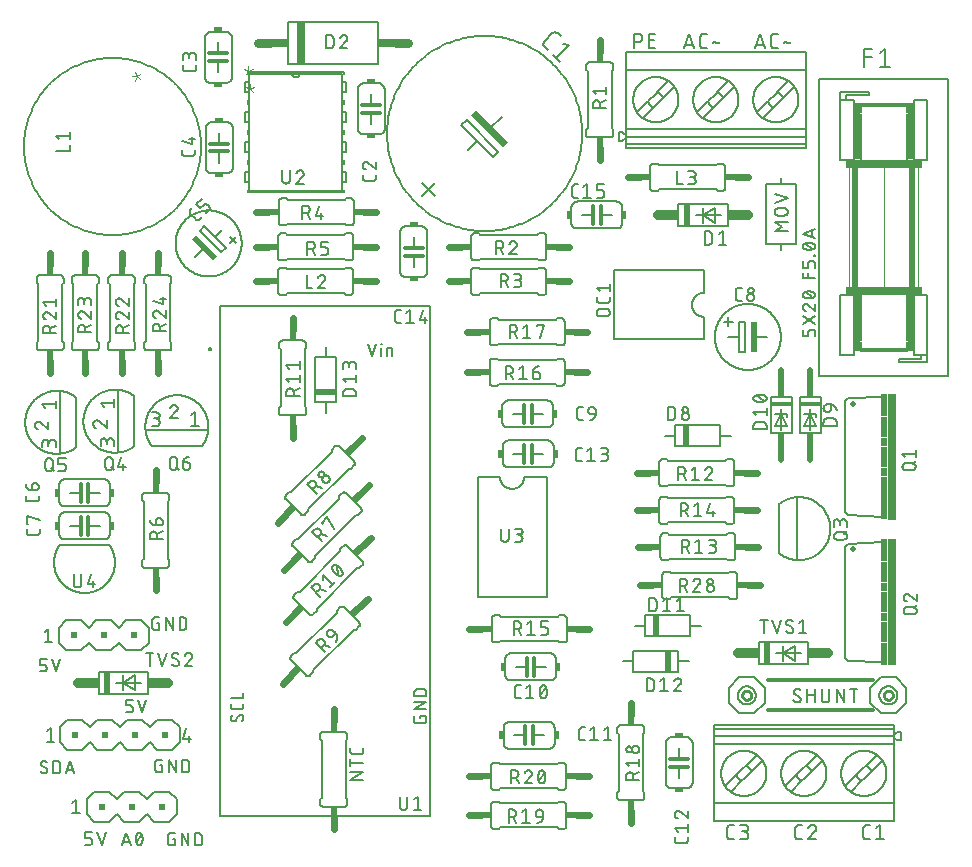
<source format=gto>
G04 EAGLE Gerber RS-274X export*
G75*
%MOMM*%
%FSLAX34Y34*%
%LPD*%
%INTop Silkscreen*%
%IPPOS*%
%AMOC8*
5,1,8,0,0,1.08239X$1,22.5*%
G01*
%ADD10C,0.152400*%
%ADD11C,0.177800*%
%ADD12C,0.300000*%
%ADD13R,0.508000X2.540000*%
%ADD14C,0.508000*%
%ADD15R,0.762000X10.668000*%
%ADD16R,0.508000X1.905000*%
%ADD17R,0.508000X0.762000*%
%ADD18R,0.508000X1.778000*%
%ADD19C,0.609600*%
%ADD20R,0.609600X0.863600*%
%ADD21R,0.863600X0.609600*%
%ADD22C,0.127000*%
%ADD23C,0.200000*%
%ADD24C,0.076200*%
%ADD25C,0.850000*%
%ADD26R,0.508000X1.870000*%
%ADD27R,0.635000X0.850000*%
%ADD28C,0.304800*%
%ADD29R,0.762000X0.381000*%
%ADD30C,0.050800*%
%ADD31R,4.064000X0.381000*%
%ADD32R,0.127000X0.889000*%
%ADD33R,1.143000X0.635000*%
%ADD34R,4.064000X0.635000*%
%ADD35R,0.508000X10.160000*%
%ADD36R,0.127000X3.937000*%
%ADD37R,0.508000X4.826000*%
%ADD38C,0.203200*%
%ADD39R,0.381000X0.762000*%
%ADD40C,0.508000*%
%ADD41R,1.778000X0.381000*%
%ADD42R,0.508000X1.397000*%
%ADD43R,0.508000X0.508000*%
%ADD44R,1.778000X0.508000*%
%ADD45C,0.254000*%
%ADD46C,0.000000*%
%ADD47R,0.635000X3.810000*%
%ADD48C,0.101600*%
%ADD49C,0.762000*%
%ADD50R,0.635000X3.556000*%
%ADD51R,1.397000X0.762000*%


D10*
X399442Y409028D02*
X402934Y398552D01*
X406426Y409028D01*
X410494Y405536D02*
X410494Y398552D01*
X410203Y408446D02*
X410203Y409028D01*
X410785Y409028D01*
X410785Y408446D01*
X410203Y408446D01*
X415366Y405536D02*
X415366Y398552D01*
X415366Y405536D02*
X418276Y405536D01*
X418357Y405534D01*
X418437Y405529D01*
X418517Y405519D01*
X418597Y405506D01*
X418676Y405490D01*
X418754Y405469D01*
X418831Y405445D01*
X418907Y405418D01*
X418981Y405387D01*
X419054Y405353D01*
X419126Y405315D01*
X419195Y405274D01*
X419263Y405230D01*
X419328Y405183D01*
X419391Y405133D01*
X419452Y405080D01*
X419511Y405025D01*
X419566Y404966D01*
X419619Y404905D01*
X419669Y404842D01*
X419716Y404777D01*
X419760Y404709D01*
X419801Y404640D01*
X419839Y404568D01*
X419873Y404495D01*
X419904Y404421D01*
X419931Y404345D01*
X419955Y404268D01*
X419976Y404190D01*
X419992Y404111D01*
X420005Y404031D01*
X420015Y403951D01*
X420020Y403871D01*
X420022Y403790D01*
X420022Y398552D01*
X222612Y172652D02*
X220866Y172652D01*
X222612Y172652D02*
X222612Y166832D01*
X219120Y166832D01*
X219026Y166834D01*
X218933Y166840D01*
X218839Y166849D01*
X218747Y166862D01*
X218654Y166879D01*
X218563Y166900D01*
X218472Y166924D01*
X218383Y166952D01*
X218294Y166983D01*
X218208Y167018D01*
X218122Y167057D01*
X218038Y167099D01*
X217956Y167144D01*
X217876Y167192D01*
X217798Y167244D01*
X217721Y167299D01*
X217648Y167357D01*
X217576Y167417D01*
X217507Y167481D01*
X217441Y167547D01*
X217377Y167616D01*
X217317Y167688D01*
X217259Y167761D01*
X217204Y167838D01*
X217152Y167916D01*
X217104Y167996D01*
X217059Y168078D01*
X217017Y168162D01*
X216978Y168248D01*
X216943Y168334D01*
X216912Y168423D01*
X216884Y168512D01*
X216860Y168603D01*
X216839Y168694D01*
X216822Y168787D01*
X216809Y168879D01*
X216800Y168973D01*
X216794Y169066D01*
X216792Y169160D01*
X216792Y174980D01*
X216794Y175074D01*
X216800Y175167D01*
X216809Y175261D01*
X216822Y175353D01*
X216839Y175446D01*
X216860Y175537D01*
X216884Y175628D01*
X216912Y175717D01*
X216943Y175806D01*
X216978Y175892D01*
X217017Y175978D01*
X217059Y176062D01*
X217104Y176144D01*
X217152Y176224D01*
X217204Y176302D01*
X217259Y176379D01*
X217317Y176452D01*
X217377Y176524D01*
X217441Y176593D01*
X217507Y176659D01*
X217576Y176723D01*
X217648Y176783D01*
X217721Y176841D01*
X217798Y176896D01*
X217876Y176948D01*
X217956Y176996D01*
X218038Y177041D01*
X218122Y177083D01*
X218208Y177122D01*
X218294Y177157D01*
X218383Y177188D01*
X218472Y177216D01*
X218563Y177240D01*
X218654Y177261D01*
X218747Y177278D01*
X218839Y177291D01*
X218933Y177300D01*
X219026Y177306D01*
X219120Y177308D01*
X222612Y177308D01*
X228312Y177308D02*
X228312Y166832D01*
X234132Y166832D02*
X228312Y177308D01*
X234132Y177308D02*
X234132Y166832D01*
X239832Y166832D02*
X239832Y177308D01*
X242742Y177308D01*
X242848Y177306D01*
X242954Y177300D01*
X243060Y177291D01*
X243166Y177277D01*
X243271Y177260D01*
X243375Y177238D01*
X243478Y177213D01*
X243580Y177185D01*
X243682Y177152D01*
X243782Y177116D01*
X243880Y177076D01*
X243977Y177033D01*
X244073Y176986D01*
X244166Y176936D01*
X244258Y176882D01*
X244348Y176825D01*
X244435Y176765D01*
X244521Y176701D01*
X244603Y176635D01*
X244684Y176565D01*
X244762Y176493D01*
X244837Y176418D01*
X244909Y176340D01*
X244979Y176259D01*
X245045Y176177D01*
X245109Y176091D01*
X245169Y176004D01*
X245226Y175914D01*
X245280Y175822D01*
X245330Y175729D01*
X245377Y175633D01*
X245420Y175536D01*
X245460Y175438D01*
X245496Y175338D01*
X245529Y175236D01*
X245557Y175134D01*
X245582Y175031D01*
X245604Y174927D01*
X245621Y174822D01*
X245635Y174716D01*
X245644Y174610D01*
X245650Y174504D01*
X245652Y174398D01*
X245652Y169742D01*
X245650Y169636D01*
X245644Y169530D01*
X245635Y169424D01*
X245621Y169318D01*
X245604Y169213D01*
X245582Y169109D01*
X245557Y169006D01*
X245529Y168904D01*
X245496Y168802D01*
X245460Y168702D01*
X245420Y168604D01*
X245377Y168507D01*
X245330Y168411D01*
X245280Y168318D01*
X245226Y168226D01*
X245169Y168136D01*
X245109Y168049D01*
X245045Y167963D01*
X244979Y167881D01*
X244909Y167800D01*
X244837Y167722D01*
X244762Y167647D01*
X244684Y167575D01*
X244603Y167505D01*
X244521Y167439D01*
X244435Y167375D01*
X244348Y167315D01*
X244258Y167258D01*
X244166Y167204D01*
X244073Y167154D01*
X243977Y167107D01*
X243880Y167064D01*
X243782Y167024D01*
X243682Y166988D01*
X243580Y166955D01*
X243478Y166927D01*
X243375Y166902D01*
X243271Y166880D01*
X243166Y166863D01*
X243060Y166849D01*
X242954Y166840D01*
X242848Y166834D01*
X242742Y166832D01*
X239832Y166832D01*
X777918Y415172D02*
X777918Y418664D01*
X777916Y418758D01*
X777910Y418851D01*
X777901Y418945D01*
X777888Y419037D01*
X777871Y419130D01*
X777850Y419221D01*
X777826Y419312D01*
X777798Y419401D01*
X777767Y419490D01*
X777732Y419576D01*
X777693Y419662D01*
X777651Y419746D01*
X777606Y419828D01*
X777558Y419908D01*
X777506Y419986D01*
X777451Y420063D01*
X777393Y420136D01*
X777333Y420208D01*
X777269Y420277D01*
X777203Y420343D01*
X777134Y420407D01*
X777062Y420467D01*
X776989Y420525D01*
X776912Y420580D01*
X776834Y420632D01*
X776754Y420680D01*
X776672Y420725D01*
X776588Y420767D01*
X776502Y420806D01*
X776416Y420841D01*
X776327Y420872D01*
X776238Y420900D01*
X776147Y420924D01*
X776056Y420945D01*
X775963Y420962D01*
X775871Y420975D01*
X775777Y420984D01*
X775684Y420990D01*
X775590Y420992D01*
X774426Y420992D01*
X774332Y420990D01*
X774239Y420984D01*
X774145Y420975D01*
X774053Y420962D01*
X773960Y420945D01*
X773869Y420924D01*
X773778Y420900D01*
X773689Y420872D01*
X773600Y420841D01*
X773514Y420806D01*
X773428Y420767D01*
X773344Y420725D01*
X773262Y420680D01*
X773182Y420632D01*
X773104Y420580D01*
X773027Y420525D01*
X772954Y420467D01*
X772882Y420407D01*
X772813Y420343D01*
X772747Y420277D01*
X772683Y420208D01*
X772623Y420136D01*
X772565Y420063D01*
X772510Y419986D01*
X772458Y419908D01*
X772410Y419828D01*
X772365Y419746D01*
X772323Y419662D01*
X772284Y419576D01*
X772249Y419490D01*
X772218Y419401D01*
X772190Y419312D01*
X772166Y419221D01*
X772145Y419130D01*
X772128Y419037D01*
X772115Y418945D01*
X772106Y418851D01*
X772100Y418758D01*
X772098Y418664D01*
X772098Y415172D01*
X767442Y415172D01*
X767442Y420992D01*
X777918Y425390D02*
X767442Y432374D01*
X767442Y425390D02*
X777918Y432374D01*
X770061Y442592D02*
X769961Y442590D01*
X769861Y442584D01*
X769761Y442575D01*
X769661Y442561D01*
X769562Y442544D01*
X769464Y442523D01*
X769367Y442498D01*
X769271Y442470D01*
X769176Y442438D01*
X769082Y442402D01*
X768990Y442363D01*
X768899Y442320D01*
X768810Y442274D01*
X768723Y442224D01*
X768637Y442171D01*
X768554Y442115D01*
X768473Y442056D01*
X768395Y441994D01*
X768319Y441928D01*
X768245Y441860D01*
X768174Y441789D01*
X768106Y441715D01*
X768040Y441639D01*
X767978Y441561D01*
X767919Y441480D01*
X767863Y441397D01*
X767810Y441311D01*
X767760Y441224D01*
X767714Y441135D01*
X767671Y441044D01*
X767632Y440952D01*
X767596Y440858D01*
X767564Y440763D01*
X767536Y440667D01*
X767511Y440570D01*
X767490Y440472D01*
X767473Y440373D01*
X767459Y440273D01*
X767450Y440173D01*
X767444Y440073D01*
X767442Y439973D01*
X767444Y439859D01*
X767450Y439744D01*
X767459Y439630D01*
X767473Y439517D01*
X767490Y439404D01*
X767512Y439292D01*
X767537Y439180D01*
X767566Y439069D01*
X767598Y438960D01*
X767635Y438851D01*
X767674Y438744D01*
X767718Y438638D01*
X767765Y438534D01*
X767816Y438432D01*
X767870Y438331D01*
X767927Y438232D01*
X767988Y438135D01*
X768052Y438040D01*
X768120Y437948D01*
X768190Y437858D01*
X768263Y437770D01*
X768340Y437685D01*
X768419Y437602D01*
X768501Y437523D01*
X768585Y437446D01*
X768673Y437372D01*
X768762Y437300D01*
X768854Y437233D01*
X768949Y437168D01*
X769045Y437106D01*
X769143Y437048D01*
X769244Y436993D01*
X769346Y436942D01*
X769450Y436894D01*
X769555Y436850D01*
X769662Y436809D01*
X769770Y436772D01*
X772098Y441719D02*
X772025Y441793D01*
X771950Y441864D01*
X771872Y441932D01*
X771791Y441997D01*
X771709Y442059D01*
X771624Y442118D01*
X771536Y442174D01*
X771447Y442227D01*
X771356Y442276D01*
X771263Y442322D01*
X771169Y442365D01*
X771073Y442404D01*
X770976Y442439D01*
X770877Y442471D01*
X770778Y442499D01*
X770677Y442524D01*
X770576Y442544D01*
X770474Y442562D01*
X770371Y442575D01*
X770268Y442584D01*
X770165Y442590D01*
X770061Y442592D01*
X772098Y441719D02*
X777918Y436772D01*
X777918Y442592D01*
X772680Y447572D02*
X772474Y447574D01*
X772268Y447582D01*
X772062Y447594D01*
X771857Y447611D01*
X771652Y447633D01*
X771448Y447660D01*
X771244Y447692D01*
X771041Y447729D01*
X770839Y447771D01*
X770639Y447817D01*
X770439Y447868D01*
X770240Y447924D01*
X770043Y447984D01*
X769848Y448050D01*
X769654Y448120D01*
X769462Y448194D01*
X769272Y448273D01*
X769083Y448357D01*
X768897Y448445D01*
X768810Y448477D01*
X768725Y448512D01*
X768642Y448551D01*
X768560Y448594D01*
X768480Y448640D01*
X768403Y448689D01*
X768327Y448742D01*
X768254Y448798D01*
X768183Y448857D01*
X768115Y448919D01*
X768049Y448983D01*
X767987Y449051D01*
X767927Y449121D01*
X767870Y449193D01*
X767817Y449268D01*
X767766Y449346D01*
X767719Y449425D01*
X767676Y449506D01*
X767636Y449589D01*
X767600Y449673D01*
X767567Y449760D01*
X767538Y449847D01*
X767513Y449935D01*
X767491Y450025D01*
X767473Y450115D01*
X767460Y450206D01*
X767450Y450298D01*
X767444Y450390D01*
X767442Y450482D01*
X767444Y450574D01*
X767450Y450666D01*
X767460Y450758D01*
X767473Y450849D01*
X767491Y450939D01*
X767513Y451029D01*
X767538Y451117D01*
X767567Y451204D01*
X767600Y451291D01*
X767636Y451375D01*
X767676Y451458D01*
X767719Y451539D01*
X767766Y451618D01*
X767817Y451696D01*
X767870Y451771D01*
X767927Y451843D01*
X767987Y451913D01*
X768049Y451981D01*
X768115Y452045D01*
X768183Y452107D01*
X768254Y452166D01*
X768327Y452222D01*
X768403Y452275D01*
X768480Y452324D01*
X768560Y452370D01*
X768642Y452413D01*
X768725Y452452D01*
X768810Y452487D01*
X768897Y452519D01*
X769083Y452607D01*
X769272Y452691D01*
X769462Y452770D01*
X769654Y452844D01*
X769848Y452914D01*
X770043Y452980D01*
X770240Y453040D01*
X770439Y453096D01*
X770639Y453147D01*
X770839Y453193D01*
X771041Y453235D01*
X771244Y453272D01*
X771448Y453304D01*
X771652Y453331D01*
X771857Y453353D01*
X772062Y453370D01*
X772268Y453382D01*
X772474Y453390D01*
X772680Y453392D01*
X772680Y447572D02*
X772886Y447574D01*
X773092Y447582D01*
X773298Y447594D01*
X773503Y447611D01*
X773708Y447633D01*
X773912Y447660D01*
X774116Y447692D01*
X774319Y447729D01*
X774521Y447771D01*
X774721Y447817D01*
X774921Y447868D01*
X775120Y447924D01*
X775317Y447984D01*
X775512Y448050D01*
X775706Y448120D01*
X775898Y448194D01*
X776088Y448273D01*
X776277Y448357D01*
X776463Y448445D01*
X776550Y448477D01*
X776635Y448512D01*
X776718Y448551D01*
X776800Y448594D01*
X776880Y448640D01*
X776957Y448689D01*
X777033Y448742D01*
X777106Y448798D01*
X777177Y448857D01*
X777245Y448919D01*
X777311Y448983D01*
X777373Y449051D01*
X777433Y449121D01*
X777490Y449193D01*
X777543Y449268D01*
X777594Y449346D01*
X777641Y449425D01*
X777684Y449506D01*
X777724Y449589D01*
X777760Y449673D01*
X777793Y449760D01*
X777822Y449847D01*
X777847Y449935D01*
X777869Y450025D01*
X777887Y450115D01*
X777900Y450206D01*
X777910Y450298D01*
X777916Y450390D01*
X777918Y450482D01*
X776463Y452519D02*
X776277Y452607D01*
X776088Y452691D01*
X775898Y452770D01*
X775706Y452844D01*
X775512Y452914D01*
X775317Y452980D01*
X775120Y453040D01*
X774921Y453096D01*
X774721Y453147D01*
X774521Y453193D01*
X774319Y453235D01*
X774116Y453272D01*
X773912Y453304D01*
X773708Y453331D01*
X773503Y453353D01*
X773298Y453370D01*
X773092Y453382D01*
X772886Y453390D01*
X772680Y453392D01*
X776463Y452519D02*
X776550Y452487D01*
X776635Y452452D01*
X776718Y452413D01*
X776800Y452370D01*
X776880Y452324D01*
X776957Y452275D01*
X777033Y452222D01*
X777106Y452166D01*
X777177Y452107D01*
X777245Y452045D01*
X777311Y451981D01*
X777373Y451913D01*
X777433Y451843D01*
X777490Y451771D01*
X777543Y451696D01*
X777594Y451618D01*
X777641Y451539D01*
X777684Y451458D01*
X777724Y451375D01*
X777760Y451291D01*
X777793Y451204D01*
X777822Y451117D01*
X777847Y451029D01*
X777869Y450939D01*
X777887Y450849D01*
X777900Y450758D01*
X777910Y450666D01*
X777916Y450574D01*
X777918Y450482D01*
X775590Y448154D02*
X769770Y452810D01*
X767442Y464520D02*
X777918Y464520D01*
X767442Y464520D02*
X767442Y469176D01*
X772098Y469176D02*
X772098Y464520D01*
X777918Y473492D02*
X777918Y476984D01*
X777916Y477078D01*
X777910Y477171D01*
X777901Y477265D01*
X777888Y477357D01*
X777871Y477450D01*
X777850Y477541D01*
X777826Y477632D01*
X777798Y477721D01*
X777767Y477810D01*
X777732Y477896D01*
X777693Y477982D01*
X777651Y478066D01*
X777606Y478148D01*
X777558Y478228D01*
X777506Y478306D01*
X777451Y478383D01*
X777393Y478456D01*
X777333Y478528D01*
X777269Y478597D01*
X777203Y478663D01*
X777134Y478727D01*
X777062Y478787D01*
X776989Y478845D01*
X776912Y478900D01*
X776834Y478952D01*
X776754Y479000D01*
X776672Y479045D01*
X776588Y479087D01*
X776502Y479126D01*
X776416Y479161D01*
X776327Y479192D01*
X776238Y479220D01*
X776147Y479244D01*
X776056Y479265D01*
X775963Y479282D01*
X775871Y479295D01*
X775777Y479304D01*
X775684Y479310D01*
X775590Y479312D01*
X774426Y479312D01*
X774332Y479310D01*
X774239Y479304D01*
X774145Y479295D01*
X774053Y479282D01*
X773960Y479265D01*
X773869Y479244D01*
X773778Y479220D01*
X773689Y479192D01*
X773600Y479161D01*
X773514Y479126D01*
X773428Y479087D01*
X773344Y479045D01*
X773262Y479000D01*
X773182Y478952D01*
X773104Y478900D01*
X773027Y478845D01*
X772954Y478787D01*
X772882Y478727D01*
X772813Y478663D01*
X772747Y478597D01*
X772683Y478528D01*
X772623Y478456D01*
X772565Y478383D01*
X772510Y478306D01*
X772458Y478228D01*
X772410Y478148D01*
X772365Y478066D01*
X772323Y477982D01*
X772284Y477896D01*
X772249Y477810D01*
X772218Y477721D01*
X772190Y477632D01*
X772166Y477541D01*
X772145Y477450D01*
X772128Y477357D01*
X772115Y477265D01*
X772106Y477171D01*
X772100Y477078D01*
X772098Y476984D01*
X772098Y473492D01*
X767442Y473492D01*
X767442Y479312D01*
X777336Y483671D02*
X777918Y483671D01*
X777336Y483671D02*
X777336Y484253D01*
X777918Y484253D01*
X777918Y483671D01*
X772680Y488612D02*
X772474Y488614D01*
X772268Y488622D01*
X772062Y488634D01*
X771857Y488651D01*
X771652Y488673D01*
X771448Y488700D01*
X771244Y488732D01*
X771041Y488769D01*
X770839Y488811D01*
X770639Y488857D01*
X770439Y488908D01*
X770240Y488964D01*
X770043Y489024D01*
X769848Y489090D01*
X769654Y489160D01*
X769462Y489234D01*
X769272Y489313D01*
X769083Y489397D01*
X768897Y489485D01*
X768810Y489517D01*
X768725Y489552D01*
X768642Y489591D01*
X768560Y489634D01*
X768480Y489680D01*
X768403Y489729D01*
X768327Y489782D01*
X768254Y489838D01*
X768183Y489897D01*
X768115Y489959D01*
X768049Y490023D01*
X767987Y490091D01*
X767927Y490161D01*
X767870Y490233D01*
X767817Y490308D01*
X767766Y490386D01*
X767719Y490465D01*
X767676Y490546D01*
X767636Y490629D01*
X767600Y490713D01*
X767567Y490800D01*
X767538Y490887D01*
X767513Y490975D01*
X767491Y491065D01*
X767473Y491155D01*
X767460Y491246D01*
X767450Y491338D01*
X767444Y491430D01*
X767442Y491522D01*
X767444Y491614D01*
X767450Y491706D01*
X767460Y491798D01*
X767473Y491889D01*
X767491Y491979D01*
X767513Y492069D01*
X767538Y492157D01*
X767567Y492244D01*
X767600Y492331D01*
X767636Y492415D01*
X767676Y492498D01*
X767719Y492579D01*
X767766Y492658D01*
X767817Y492736D01*
X767870Y492811D01*
X767927Y492883D01*
X767987Y492953D01*
X768049Y493021D01*
X768115Y493085D01*
X768183Y493147D01*
X768254Y493206D01*
X768327Y493262D01*
X768403Y493315D01*
X768480Y493364D01*
X768560Y493410D01*
X768642Y493453D01*
X768725Y493492D01*
X768810Y493527D01*
X768897Y493559D01*
X769083Y493647D01*
X769272Y493731D01*
X769462Y493810D01*
X769654Y493884D01*
X769848Y493954D01*
X770043Y494020D01*
X770240Y494080D01*
X770439Y494136D01*
X770639Y494187D01*
X770839Y494233D01*
X771041Y494275D01*
X771244Y494312D01*
X771448Y494344D01*
X771652Y494371D01*
X771857Y494393D01*
X772062Y494410D01*
X772268Y494422D01*
X772474Y494430D01*
X772680Y494432D01*
X772680Y488612D02*
X772886Y488614D01*
X773092Y488622D01*
X773298Y488634D01*
X773503Y488651D01*
X773708Y488673D01*
X773912Y488700D01*
X774116Y488732D01*
X774319Y488769D01*
X774521Y488811D01*
X774721Y488857D01*
X774921Y488908D01*
X775120Y488964D01*
X775317Y489024D01*
X775512Y489090D01*
X775706Y489160D01*
X775898Y489234D01*
X776088Y489313D01*
X776277Y489397D01*
X776463Y489485D01*
X776550Y489517D01*
X776635Y489552D01*
X776718Y489591D01*
X776800Y489634D01*
X776880Y489680D01*
X776957Y489729D01*
X777033Y489782D01*
X777106Y489838D01*
X777177Y489897D01*
X777245Y489959D01*
X777311Y490023D01*
X777373Y490091D01*
X777433Y490161D01*
X777490Y490233D01*
X777543Y490308D01*
X777594Y490386D01*
X777641Y490465D01*
X777684Y490546D01*
X777724Y490629D01*
X777760Y490713D01*
X777793Y490800D01*
X777822Y490887D01*
X777847Y490975D01*
X777869Y491065D01*
X777887Y491155D01*
X777900Y491246D01*
X777910Y491338D01*
X777916Y491430D01*
X777918Y491522D01*
X776463Y493559D02*
X776277Y493647D01*
X776088Y493731D01*
X775898Y493810D01*
X775706Y493884D01*
X775512Y493954D01*
X775317Y494020D01*
X775120Y494080D01*
X774921Y494136D01*
X774721Y494187D01*
X774521Y494233D01*
X774319Y494275D01*
X774116Y494312D01*
X773912Y494344D01*
X773708Y494371D01*
X773503Y494393D01*
X773298Y494410D01*
X773092Y494422D01*
X772886Y494430D01*
X772680Y494432D01*
X776463Y493559D02*
X776550Y493527D01*
X776635Y493492D01*
X776718Y493453D01*
X776800Y493410D01*
X776880Y493364D01*
X776957Y493315D01*
X777033Y493262D01*
X777106Y493206D01*
X777177Y493147D01*
X777245Y493085D01*
X777311Y493021D01*
X777373Y492953D01*
X777433Y492883D01*
X777490Y492811D01*
X777543Y492736D01*
X777594Y492658D01*
X777641Y492579D01*
X777684Y492498D01*
X777724Y492415D01*
X777760Y492331D01*
X777793Y492244D01*
X777822Y492157D01*
X777847Y492069D01*
X777869Y491979D01*
X777887Y491889D01*
X777900Y491798D01*
X777910Y491706D01*
X777916Y491614D01*
X777918Y491522D01*
X775590Y489194D02*
X769770Y493850D01*
X767442Y502322D02*
X777918Y498830D01*
X777918Y505814D02*
X767442Y502322D01*
X775299Y504941D02*
X775299Y499703D01*
D11*
X667280Y659095D02*
X671429Y671541D01*
X675578Y659095D01*
X674541Y662207D02*
X668318Y662207D01*
X683492Y659095D02*
X686257Y659095D01*
X683492Y659095D02*
X683389Y659097D01*
X683285Y659103D01*
X683182Y659112D01*
X683080Y659126D01*
X682978Y659143D01*
X682877Y659164D01*
X682776Y659189D01*
X682677Y659218D01*
X682578Y659250D01*
X682481Y659286D01*
X682386Y659326D01*
X682292Y659369D01*
X682200Y659416D01*
X682109Y659466D01*
X682020Y659519D01*
X681934Y659576D01*
X681849Y659635D01*
X681767Y659698D01*
X681688Y659764D01*
X681611Y659833D01*
X681536Y659905D01*
X681464Y659980D01*
X681395Y660057D01*
X681329Y660136D01*
X681266Y660218D01*
X681207Y660303D01*
X681150Y660389D01*
X681097Y660478D01*
X681047Y660569D01*
X681000Y660661D01*
X680957Y660755D01*
X680917Y660850D01*
X680881Y660947D01*
X680849Y661046D01*
X680820Y661145D01*
X680795Y661246D01*
X680774Y661347D01*
X680757Y661449D01*
X680743Y661551D01*
X680734Y661654D01*
X680728Y661758D01*
X680726Y661861D01*
X680726Y668775D01*
X680728Y668878D01*
X680734Y668982D01*
X680743Y669085D01*
X680757Y669187D01*
X680774Y669289D01*
X680795Y669390D01*
X680820Y669491D01*
X680849Y669590D01*
X680881Y669689D01*
X680917Y669786D01*
X680957Y669881D01*
X681000Y669975D01*
X681047Y670067D01*
X681097Y670158D01*
X681150Y670247D01*
X681207Y670333D01*
X681266Y670417D01*
X681329Y670500D01*
X681395Y670579D01*
X681464Y670656D01*
X681536Y670731D01*
X681611Y670803D01*
X681688Y670872D01*
X681767Y670938D01*
X681849Y671001D01*
X681934Y671060D01*
X682020Y671117D01*
X682109Y671170D01*
X682200Y671220D01*
X682292Y671267D01*
X682386Y671310D01*
X682481Y671350D01*
X682578Y671386D01*
X682677Y671418D01*
X682776Y671447D01*
X682876Y671472D01*
X682978Y671493D01*
X683080Y671510D01*
X683182Y671524D01*
X683285Y671533D01*
X683389Y671539D01*
X683492Y671541D01*
X686257Y671541D01*
X692662Y664627D02*
X692590Y664625D01*
X692517Y664619D01*
X692446Y664610D01*
X692374Y664597D01*
X692304Y664580D01*
X692235Y664559D01*
X692166Y664535D01*
X692099Y664507D01*
X692034Y664476D01*
X691971Y664442D01*
X691909Y664404D01*
X691849Y664363D01*
X691792Y664319D01*
X691737Y664272D01*
X691684Y664222D01*
X691634Y664169D01*
X691587Y664114D01*
X691543Y664057D01*
X691502Y663997D01*
X691464Y663936D01*
X691430Y663872D01*
X691399Y663807D01*
X691371Y663740D01*
X691347Y663671D01*
X691326Y663602D01*
X691309Y663532D01*
X691296Y663460D01*
X691287Y663389D01*
X691281Y663316D01*
X691279Y663244D01*
X692662Y664627D02*
X692742Y664625D01*
X692822Y664620D01*
X692902Y664610D01*
X692981Y664597D01*
X693059Y664581D01*
X693137Y664561D01*
X693213Y664537D01*
X693289Y664509D01*
X693363Y664479D01*
X693435Y664444D01*
X693506Y664407D01*
X693575Y664366D01*
X693642Y664322D01*
X693707Y664275D01*
X693770Y664225D01*
X693830Y664173D01*
X693888Y664117D01*
X693943Y664059D01*
X693996Y663998D01*
X694045Y663935D01*
X694094Y663872D01*
X694147Y663811D01*
X694202Y663753D01*
X694260Y663697D01*
X694320Y663645D01*
X694383Y663595D01*
X694448Y663548D01*
X694515Y663504D01*
X694584Y663463D01*
X694655Y663426D01*
X694727Y663391D01*
X694801Y663361D01*
X694877Y663333D01*
X694953Y663309D01*
X695031Y663289D01*
X695109Y663273D01*
X695188Y663260D01*
X695268Y663250D01*
X695348Y663245D01*
X695428Y663243D01*
X695428Y663244D02*
X695500Y663246D01*
X695573Y663252D01*
X695644Y663261D01*
X695716Y663274D01*
X695786Y663291D01*
X695855Y663312D01*
X695924Y663336D01*
X695991Y663364D01*
X696056Y663395D01*
X696120Y663429D01*
X696181Y663467D01*
X696241Y663508D01*
X696298Y663552D01*
X696353Y663599D01*
X696406Y663649D01*
X696456Y663702D01*
X696503Y663757D01*
X696547Y663814D01*
X696588Y663874D01*
X696626Y663935D01*
X696660Y663999D01*
X696691Y664064D01*
X696719Y664131D01*
X696743Y664200D01*
X696764Y664269D01*
X696781Y664339D01*
X696794Y664411D01*
X696803Y664482D01*
X696809Y664555D01*
X696811Y664627D01*
X624568Y659095D02*
X624568Y671541D01*
X628026Y671541D01*
X628143Y671539D01*
X628259Y671533D01*
X628376Y671523D01*
X628492Y671509D01*
X628607Y671492D01*
X628722Y671470D01*
X628836Y671445D01*
X628949Y671416D01*
X629061Y671382D01*
X629172Y671346D01*
X629281Y671305D01*
X629389Y671261D01*
X629496Y671213D01*
X629601Y671162D01*
X629704Y671107D01*
X629805Y671048D01*
X629904Y670986D01*
X630001Y670921D01*
X630096Y670853D01*
X630188Y670782D01*
X630278Y670707D01*
X630365Y670629D01*
X630450Y670549D01*
X630532Y670466D01*
X630611Y670380D01*
X630687Y670291D01*
X630760Y670200D01*
X630830Y670107D01*
X630896Y670011D01*
X630960Y669913D01*
X631020Y669813D01*
X631077Y669710D01*
X631130Y669606D01*
X631179Y669501D01*
X631225Y669393D01*
X631268Y669285D01*
X631307Y669174D01*
X631341Y669063D01*
X631373Y668951D01*
X631400Y668837D01*
X631424Y668723D01*
X631443Y668607D01*
X631459Y668492D01*
X631471Y668376D01*
X631479Y668259D01*
X631483Y668142D01*
X631483Y668026D01*
X631479Y667909D01*
X631471Y667792D01*
X631459Y667676D01*
X631443Y667561D01*
X631424Y667445D01*
X631400Y667331D01*
X631373Y667217D01*
X631341Y667105D01*
X631307Y666994D01*
X631268Y666883D01*
X631225Y666775D01*
X631179Y666667D01*
X631130Y666562D01*
X631077Y666458D01*
X631020Y666356D01*
X630960Y666255D01*
X630896Y666157D01*
X630830Y666061D01*
X630760Y665968D01*
X630687Y665877D01*
X630611Y665788D01*
X630532Y665702D01*
X630450Y665619D01*
X630365Y665539D01*
X630278Y665461D01*
X630188Y665386D01*
X630096Y665315D01*
X630001Y665247D01*
X629904Y665182D01*
X629805Y665120D01*
X629704Y665061D01*
X629601Y665006D01*
X629496Y664955D01*
X629389Y664907D01*
X629281Y664863D01*
X629172Y664822D01*
X629061Y664786D01*
X628949Y664752D01*
X628836Y664723D01*
X628722Y664698D01*
X628607Y664676D01*
X628492Y664659D01*
X628376Y664645D01*
X628259Y664635D01*
X628143Y664629D01*
X628026Y664627D01*
X624568Y664627D01*
X637159Y659095D02*
X642691Y659095D01*
X637159Y659095D02*
X637159Y671541D01*
X642691Y671541D01*
X641308Y666009D02*
X637159Y666009D01*
D10*
X127872Y47700D02*
X127870Y47606D01*
X127864Y47513D01*
X127855Y47419D01*
X127842Y47327D01*
X127825Y47234D01*
X127804Y47143D01*
X127780Y47052D01*
X127752Y46963D01*
X127721Y46874D01*
X127686Y46788D01*
X127647Y46702D01*
X127605Y46618D01*
X127560Y46536D01*
X127512Y46456D01*
X127460Y46378D01*
X127405Y46301D01*
X127347Y46228D01*
X127287Y46156D01*
X127223Y46087D01*
X127157Y46021D01*
X127088Y45957D01*
X127016Y45897D01*
X126943Y45839D01*
X126866Y45784D01*
X126788Y45732D01*
X126708Y45684D01*
X126626Y45639D01*
X126542Y45597D01*
X126456Y45558D01*
X126370Y45523D01*
X126281Y45492D01*
X126192Y45464D01*
X126101Y45440D01*
X126010Y45419D01*
X125917Y45402D01*
X125825Y45389D01*
X125731Y45380D01*
X125638Y45374D01*
X125544Y45372D01*
X125405Y45374D01*
X125267Y45380D01*
X125128Y45390D01*
X124990Y45403D01*
X124853Y45421D01*
X124716Y45442D01*
X124580Y45468D01*
X124444Y45497D01*
X124309Y45530D01*
X124175Y45566D01*
X124043Y45607D01*
X123911Y45651D01*
X123781Y45699D01*
X123652Y45750D01*
X123525Y45805D01*
X123400Y45864D01*
X123276Y45926D01*
X123154Y45992D01*
X123033Y46061D01*
X122915Y46134D01*
X122799Y46209D01*
X122685Y46288D01*
X122573Y46371D01*
X122464Y46456D01*
X122357Y46544D01*
X122253Y46636D01*
X122151Y46730D01*
X122052Y46827D01*
X122343Y53520D02*
X122345Y53614D01*
X122351Y53707D01*
X122360Y53801D01*
X122373Y53893D01*
X122390Y53986D01*
X122411Y54077D01*
X122435Y54168D01*
X122463Y54257D01*
X122494Y54346D01*
X122529Y54432D01*
X122568Y54518D01*
X122610Y54602D01*
X122655Y54684D01*
X122703Y54764D01*
X122755Y54842D01*
X122810Y54919D01*
X122868Y54992D01*
X122928Y55064D01*
X122992Y55133D01*
X123058Y55199D01*
X123127Y55263D01*
X123199Y55323D01*
X123272Y55381D01*
X123349Y55436D01*
X123427Y55488D01*
X123507Y55536D01*
X123589Y55581D01*
X123673Y55623D01*
X123759Y55662D01*
X123845Y55697D01*
X123934Y55728D01*
X124023Y55756D01*
X124114Y55780D01*
X124205Y55801D01*
X124298Y55818D01*
X124390Y55831D01*
X124484Y55840D01*
X124577Y55846D01*
X124671Y55848D01*
X124799Y55846D01*
X124926Y55841D01*
X125054Y55831D01*
X125181Y55818D01*
X125307Y55801D01*
X125433Y55781D01*
X125559Y55757D01*
X125683Y55729D01*
X125807Y55698D01*
X125930Y55663D01*
X126051Y55624D01*
X126172Y55582D01*
X126291Y55536D01*
X126409Y55487D01*
X126525Y55435D01*
X126640Y55379D01*
X126753Y55319D01*
X126864Y55257D01*
X126974Y55191D01*
X127081Y55122D01*
X127187Y55050D01*
X127290Y54975D01*
X123507Y51483D02*
X123426Y51533D01*
X123348Y51586D01*
X123272Y51641D01*
X123198Y51700D01*
X123127Y51762D01*
X123058Y51826D01*
X122991Y51894D01*
X122928Y51963D01*
X122867Y52036D01*
X122809Y52110D01*
X122755Y52187D01*
X122703Y52266D01*
X122654Y52347D01*
X122609Y52430D01*
X122567Y52515D01*
X122529Y52601D01*
X122494Y52689D01*
X122463Y52778D01*
X122435Y52868D01*
X122411Y52959D01*
X122390Y53051D01*
X122373Y53144D01*
X122360Y53237D01*
X122351Y53331D01*
X122345Y53426D01*
X122343Y53520D01*
X126708Y49737D02*
X126789Y49687D01*
X126867Y49634D01*
X126943Y49579D01*
X127017Y49520D01*
X127088Y49458D01*
X127157Y49394D01*
X127224Y49326D01*
X127287Y49257D01*
X127348Y49184D01*
X127406Y49110D01*
X127460Y49033D01*
X127512Y48954D01*
X127561Y48873D01*
X127606Y48790D01*
X127648Y48705D01*
X127686Y48619D01*
X127721Y48531D01*
X127752Y48442D01*
X127780Y48352D01*
X127804Y48261D01*
X127825Y48169D01*
X127842Y48076D01*
X127855Y47983D01*
X127864Y47889D01*
X127870Y47794D01*
X127872Y47700D01*
X126708Y49737D02*
X123507Y51483D01*
X132852Y55848D02*
X132852Y45372D01*
X132852Y55848D02*
X135762Y55848D01*
X135868Y55846D01*
X135974Y55840D01*
X136080Y55831D01*
X136186Y55817D01*
X136291Y55800D01*
X136395Y55778D01*
X136498Y55753D01*
X136600Y55725D01*
X136702Y55692D01*
X136802Y55656D01*
X136900Y55616D01*
X136997Y55573D01*
X137093Y55526D01*
X137186Y55476D01*
X137278Y55422D01*
X137368Y55365D01*
X137455Y55305D01*
X137541Y55241D01*
X137623Y55175D01*
X137704Y55105D01*
X137782Y55033D01*
X137857Y54958D01*
X137929Y54880D01*
X137999Y54799D01*
X138065Y54717D01*
X138129Y54631D01*
X138189Y54544D01*
X138246Y54454D01*
X138300Y54362D01*
X138350Y54269D01*
X138397Y54173D01*
X138440Y54076D01*
X138480Y53978D01*
X138516Y53878D01*
X138549Y53776D01*
X138577Y53674D01*
X138602Y53571D01*
X138624Y53467D01*
X138641Y53362D01*
X138655Y53256D01*
X138664Y53150D01*
X138670Y53044D01*
X138672Y52938D01*
X138672Y48282D01*
X138670Y48176D01*
X138664Y48070D01*
X138655Y47964D01*
X138641Y47858D01*
X138624Y47753D01*
X138602Y47649D01*
X138577Y47546D01*
X138549Y47444D01*
X138516Y47342D01*
X138480Y47242D01*
X138440Y47144D01*
X138397Y47047D01*
X138350Y46951D01*
X138300Y46858D01*
X138246Y46766D01*
X138189Y46676D01*
X138129Y46589D01*
X138065Y46503D01*
X137999Y46421D01*
X137929Y46340D01*
X137857Y46262D01*
X137782Y46187D01*
X137704Y46115D01*
X137623Y46045D01*
X137541Y45979D01*
X137455Y45915D01*
X137368Y45855D01*
X137278Y45798D01*
X137186Y45744D01*
X137093Y45694D01*
X136997Y45647D01*
X136900Y45604D01*
X136802Y45564D01*
X136702Y45528D01*
X136600Y45495D01*
X136498Y45467D01*
X136395Y45442D01*
X136291Y45420D01*
X136186Y45403D01*
X136080Y45389D01*
X135974Y45380D01*
X135868Y45374D01*
X135762Y45372D01*
X132852Y45372D01*
X143430Y45372D02*
X146922Y55848D01*
X150414Y45372D01*
X149541Y47991D02*
X144303Y47991D01*
X291550Y95002D02*
X291644Y95000D01*
X291737Y94994D01*
X291831Y94985D01*
X291923Y94972D01*
X292016Y94955D01*
X292107Y94934D01*
X292198Y94910D01*
X292287Y94882D01*
X292376Y94851D01*
X292462Y94816D01*
X292548Y94777D01*
X292632Y94735D01*
X292714Y94690D01*
X292794Y94642D01*
X292872Y94590D01*
X292949Y94535D01*
X293022Y94477D01*
X293094Y94417D01*
X293163Y94353D01*
X293229Y94287D01*
X293293Y94218D01*
X293353Y94146D01*
X293411Y94073D01*
X293466Y93996D01*
X293518Y93918D01*
X293566Y93838D01*
X293611Y93756D01*
X293653Y93672D01*
X293692Y93586D01*
X293727Y93500D01*
X293758Y93411D01*
X293786Y93322D01*
X293810Y93231D01*
X293831Y93140D01*
X293848Y93047D01*
X293861Y92955D01*
X293870Y92861D01*
X293876Y92768D01*
X293878Y92674D01*
X293876Y92535D01*
X293870Y92397D01*
X293860Y92258D01*
X293847Y92120D01*
X293829Y91983D01*
X293808Y91846D01*
X293782Y91710D01*
X293753Y91574D01*
X293720Y91439D01*
X293684Y91305D01*
X293643Y91173D01*
X293599Y91041D01*
X293551Y90911D01*
X293500Y90782D01*
X293445Y90655D01*
X293386Y90530D01*
X293324Y90406D01*
X293258Y90284D01*
X293189Y90163D01*
X293116Y90045D01*
X293041Y89929D01*
X292962Y89815D01*
X292879Y89703D01*
X292794Y89594D01*
X292706Y89487D01*
X292614Y89383D01*
X292520Y89281D01*
X292423Y89182D01*
X285730Y89473D02*
X285636Y89475D01*
X285543Y89481D01*
X285449Y89490D01*
X285357Y89503D01*
X285264Y89520D01*
X285173Y89541D01*
X285082Y89565D01*
X284993Y89593D01*
X284904Y89624D01*
X284818Y89659D01*
X284732Y89698D01*
X284648Y89740D01*
X284566Y89785D01*
X284486Y89833D01*
X284408Y89885D01*
X284331Y89940D01*
X284258Y89998D01*
X284186Y90058D01*
X284117Y90122D01*
X284051Y90188D01*
X283987Y90257D01*
X283927Y90329D01*
X283869Y90402D01*
X283814Y90479D01*
X283762Y90557D01*
X283714Y90637D01*
X283669Y90719D01*
X283627Y90803D01*
X283588Y90889D01*
X283553Y90975D01*
X283522Y91064D01*
X283494Y91153D01*
X283470Y91244D01*
X283449Y91335D01*
X283432Y91428D01*
X283419Y91520D01*
X283410Y91614D01*
X283404Y91707D01*
X283402Y91801D01*
X283404Y91929D01*
X283409Y92056D01*
X283419Y92184D01*
X283432Y92311D01*
X283449Y92437D01*
X283469Y92563D01*
X283493Y92689D01*
X283521Y92813D01*
X283552Y92937D01*
X283587Y93060D01*
X283626Y93181D01*
X283668Y93302D01*
X283714Y93421D01*
X283763Y93539D01*
X283815Y93655D01*
X283871Y93770D01*
X283931Y93883D01*
X283993Y93994D01*
X284059Y94104D01*
X284128Y94211D01*
X284200Y94317D01*
X284275Y94420D01*
X287767Y90637D02*
X287717Y90556D01*
X287664Y90478D01*
X287609Y90402D01*
X287550Y90328D01*
X287488Y90257D01*
X287424Y90188D01*
X287356Y90121D01*
X287287Y90058D01*
X287214Y89997D01*
X287140Y89939D01*
X287063Y89885D01*
X286984Y89833D01*
X286903Y89784D01*
X286820Y89739D01*
X286735Y89697D01*
X286649Y89659D01*
X286561Y89624D01*
X286472Y89593D01*
X286382Y89565D01*
X286291Y89541D01*
X286199Y89520D01*
X286106Y89503D01*
X286013Y89490D01*
X285919Y89481D01*
X285824Y89475D01*
X285730Y89473D01*
X289513Y93838D02*
X289563Y93919D01*
X289616Y93997D01*
X289671Y94073D01*
X289730Y94147D01*
X289792Y94218D01*
X289856Y94287D01*
X289924Y94354D01*
X289993Y94417D01*
X290066Y94478D01*
X290140Y94536D01*
X290217Y94590D01*
X290296Y94642D01*
X290377Y94691D01*
X290460Y94736D01*
X290545Y94778D01*
X290631Y94816D01*
X290719Y94851D01*
X290808Y94882D01*
X290898Y94910D01*
X290989Y94934D01*
X291081Y94955D01*
X291174Y94972D01*
X291267Y94985D01*
X291361Y94994D01*
X291456Y95000D01*
X291550Y95002D01*
X289513Y93838D02*
X287767Y90637D01*
X293878Y101909D02*
X293878Y104237D01*
X293878Y101909D02*
X293876Y101815D01*
X293870Y101722D01*
X293861Y101628D01*
X293848Y101536D01*
X293831Y101443D01*
X293810Y101352D01*
X293786Y101261D01*
X293758Y101172D01*
X293727Y101083D01*
X293692Y100997D01*
X293653Y100911D01*
X293611Y100827D01*
X293566Y100745D01*
X293518Y100665D01*
X293466Y100587D01*
X293411Y100510D01*
X293353Y100437D01*
X293293Y100365D01*
X293229Y100296D01*
X293163Y100230D01*
X293094Y100166D01*
X293022Y100106D01*
X292949Y100048D01*
X292872Y99993D01*
X292794Y99941D01*
X292714Y99893D01*
X292632Y99848D01*
X292548Y99806D01*
X292462Y99767D01*
X292376Y99732D01*
X292287Y99701D01*
X292198Y99673D01*
X292107Y99649D01*
X292016Y99628D01*
X291923Y99611D01*
X291831Y99598D01*
X291737Y99589D01*
X291644Y99583D01*
X291550Y99581D01*
X285730Y99581D01*
X285636Y99583D01*
X285543Y99589D01*
X285449Y99598D01*
X285357Y99611D01*
X285264Y99628D01*
X285173Y99649D01*
X285082Y99673D01*
X284993Y99701D01*
X284904Y99732D01*
X284818Y99767D01*
X284732Y99806D01*
X284648Y99848D01*
X284566Y99893D01*
X284486Y99941D01*
X284408Y99993D01*
X284331Y100048D01*
X284258Y100106D01*
X284186Y100166D01*
X284117Y100230D01*
X284051Y100296D01*
X283987Y100365D01*
X283927Y100437D01*
X283869Y100510D01*
X283814Y100587D01*
X283762Y100665D01*
X283714Y100745D01*
X283669Y100827D01*
X283627Y100911D01*
X283588Y100997D01*
X283553Y101083D01*
X283522Y101172D01*
X283494Y101261D01*
X283470Y101352D01*
X283449Y101443D01*
X283432Y101536D01*
X283419Y101628D01*
X283410Y101722D01*
X283404Y101815D01*
X283402Y101909D01*
X283402Y104237D01*
X283402Y109010D02*
X293878Y109010D01*
X293878Y113666D01*
X197838Y97002D02*
X194346Y97002D01*
X197838Y97002D02*
X197932Y97004D01*
X198025Y97010D01*
X198119Y97019D01*
X198211Y97032D01*
X198304Y97049D01*
X198395Y97070D01*
X198486Y97094D01*
X198575Y97122D01*
X198664Y97153D01*
X198750Y97188D01*
X198836Y97227D01*
X198920Y97269D01*
X199002Y97314D01*
X199082Y97362D01*
X199160Y97414D01*
X199237Y97469D01*
X199310Y97527D01*
X199382Y97587D01*
X199451Y97651D01*
X199517Y97717D01*
X199581Y97786D01*
X199641Y97858D01*
X199699Y97931D01*
X199754Y98008D01*
X199806Y98086D01*
X199854Y98166D01*
X199899Y98248D01*
X199941Y98332D01*
X199980Y98418D01*
X200015Y98504D01*
X200046Y98593D01*
X200074Y98682D01*
X200098Y98773D01*
X200119Y98864D01*
X200136Y98957D01*
X200149Y99049D01*
X200158Y99143D01*
X200164Y99236D01*
X200166Y99330D01*
X200166Y100494D01*
X200164Y100588D01*
X200158Y100681D01*
X200149Y100775D01*
X200136Y100867D01*
X200119Y100960D01*
X200098Y101051D01*
X200074Y101142D01*
X200046Y101231D01*
X200015Y101320D01*
X199980Y101406D01*
X199941Y101492D01*
X199899Y101576D01*
X199854Y101658D01*
X199806Y101738D01*
X199754Y101816D01*
X199699Y101893D01*
X199641Y101966D01*
X199581Y102038D01*
X199517Y102107D01*
X199451Y102173D01*
X199382Y102237D01*
X199310Y102297D01*
X199237Y102355D01*
X199160Y102410D01*
X199082Y102462D01*
X199002Y102510D01*
X198920Y102555D01*
X198836Y102597D01*
X198750Y102636D01*
X198664Y102671D01*
X198575Y102702D01*
X198486Y102730D01*
X198395Y102754D01*
X198304Y102775D01*
X198211Y102792D01*
X198119Y102805D01*
X198025Y102814D01*
X197932Y102820D01*
X197838Y102822D01*
X194346Y102822D01*
X194346Y107478D01*
X200166Y107478D01*
X204564Y107478D02*
X208056Y97002D01*
X211548Y107478D01*
X124838Y131542D02*
X121346Y131542D01*
X124838Y131542D02*
X124932Y131544D01*
X125025Y131550D01*
X125119Y131559D01*
X125211Y131572D01*
X125304Y131589D01*
X125395Y131610D01*
X125486Y131634D01*
X125575Y131662D01*
X125664Y131693D01*
X125750Y131728D01*
X125836Y131767D01*
X125920Y131809D01*
X126002Y131854D01*
X126082Y131902D01*
X126160Y131954D01*
X126237Y132009D01*
X126310Y132067D01*
X126382Y132127D01*
X126451Y132191D01*
X126517Y132257D01*
X126581Y132326D01*
X126641Y132398D01*
X126699Y132471D01*
X126754Y132548D01*
X126806Y132626D01*
X126854Y132706D01*
X126899Y132788D01*
X126941Y132872D01*
X126980Y132958D01*
X127015Y133044D01*
X127046Y133133D01*
X127074Y133222D01*
X127098Y133313D01*
X127119Y133404D01*
X127136Y133497D01*
X127149Y133589D01*
X127158Y133683D01*
X127164Y133776D01*
X127166Y133870D01*
X127166Y135034D01*
X127164Y135128D01*
X127158Y135221D01*
X127149Y135315D01*
X127136Y135407D01*
X127119Y135500D01*
X127098Y135591D01*
X127074Y135682D01*
X127046Y135771D01*
X127015Y135860D01*
X126980Y135946D01*
X126941Y136032D01*
X126899Y136116D01*
X126854Y136198D01*
X126806Y136278D01*
X126754Y136356D01*
X126699Y136433D01*
X126641Y136506D01*
X126581Y136578D01*
X126517Y136647D01*
X126451Y136713D01*
X126382Y136777D01*
X126310Y136837D01*
X126237Y136895D01*
X126160Y136950D01*
X126082Y137002D01*
X126002Y137050D01*
X125920Y137095D01*
X125836Y137137D01*
X125750Y137176D01*
X125664Y137211D01*
X125575Y137242D01*
X125486Y137270D01*
X125395Y137294D01*
X125304Y137315D01*
X125211Y137332D01*
X125119Y137345D01*
X125025Y137354D01*
X124932Y137360D01*
X124838Y137362D01*
X121346Y137362D01*
X121346Y142018D01*
X127166Y142018D01*
X131564Y142018D02*
X135056Y131542D01*
X138548Y142018D01*
X223302Y52152D02*
X225048Y52152D01*
X225048Y46332D01*
X221556Y46332D01*
X221462Y46334D01*
X221369Y46340D01*
X221275Y46349D01*
X221183Y46362D01*
X221090Y46379D01*
X220999Y46400D01*
X220908Y46424D01*
X220819Y46452D01*
X220730Y46483D01*
X220644Y46518D01*
X220558Y46557D01*
X220474Y46599D01*
X220392Y46644D01*
X220312Y46692D01*
X220234Y46744D01*
X220157Y46799D01*
X220084Y46857D01*
X220012Y46917D01*
X219943Y46981D01*
X219877Y47047D01*
X219813Y47116D01*
X219753Y47188D01*
X219695Y47261D01*
X219640Y47338D01*
X219588Y47416D01*
X219540Y47496D01*
X219495Y47578D01*
X219453Y47662D01*
X219414Y47748D01*
X219379Y47834D01*
X219348Y47923D01*
X219320Y48012D01*
X219296Y48103D01*
X219275Y48194D01*
X219258Y48287D01*
X219245Y48379D01*
X219236Y48473D01*
X219230Y48566D01*
X219228Y48660D01*
X219228Y54480D01*
X219230Y54574D01*
X219236Y54667D01*
X219245Y54761D01*
X219258Y54853D01*
X219275Y54946D01*
X219296Y55037D01*
X219320Y55128D01*
X219348Y55217D01*
X219379Y55306D01*
X219414Y55392D01*
X219453Y55478D01*
X219495Y55562D01*
X219540Y55644D01*
X219588Y55724D01*
X219640Y55802D01*
X219695Y55879D01*
X219753Y55952D01*
X219813Y56024D01*
X219877Y56093D01*
X219943Y56159D01*
X220012Y56223D01*
X220084Y56283D01*
X220157Y56341D01*
X220234Y56396D01*
X220312Y56448D01*
X220392Y56496D01*
X220474Y56541D01*
X220558Y56583D01*
X220644Y56622D01*
X220730Y56657D01*
X220819Y56688D01*
X220908Y56716D01*
X220999Y56740D01*
X221090Y56761D01*
X221183Y56778D01*
X221275Y56791D01*
X221369Y56800D01*
X221462Y56806D01*
X221556Y56808D01*
X225048Y56808D01*
X230748Y56808D02*
X230748Y46332D01*
X236568Y46332D02*
X230748Y56808D01*
X236568Y56808D02*
X236568Y46332D01*
X242268Y46332D02*
X242268Y56808D01*
X245178Y56808D01*
X245284Y56806D01*
X245390Y56800D01*
X245496Y56791D01*
X245602Y56777D01*
X245707Y56760D01*
X245811Y56738D01*
X245914Y56713D01*
X246016Y56685D01*
X246118Y56652D01*
X246218Y56616D01*
X246316Y56576D01*
X246413Y56533D01*
X246509Y56486D01*
X246602Y56436D01*
X246694Y56382D01*
X246784Y56325D01*
X246871Y56265D01*
X246957Y56201D01*
X247039Y56135D01*
X247120Y56065D01*
X247198Y55993D01*
X247273Y55918D01*
X247345Y55840D01*
X247415Y55759D01*
X247481Y55677D01*
X247545Y55591D01*
X247605Y55504D01*
X247662Y55414D01*
X247716Y55322D01*
X247766Y55229D01*
X247813Y55133D01*
X247856Y55036D01*
X247896Y54938D01*
X247932Y54838D01*
X247965Y54736D01*
X247993Y54634D01*
X248018Y54531D01*
X248040Y54427D01*
X248057Y54322D01*
X248071Y54216D01*
X248080Y54110D01*
X248086Y54004D01*
X248088Y53898D01*
X248088Y49242D01*
X248086Y49136D01*
X248080Y49030D01*
X248071Y48924D01*
X248057Y48818D01*
X248040Y48713D01*
X248018Y48609D01*
X247993Y48506D01*
X247965Y48404D01*
X247932Y48302D01*
X247896Y48202D01*
X247856Y48104D01*
X247813Y48007D01*
X247766Y47911D01*
X247716Y47818D01*
X247662Y47726D01*
X247605Y47636D01*
X247545Y47549D01*
X247481Y47463D01*
X247415Y47381D01*
X247345Y47300D01*
X247273Y47222D01*
X247198Y47147D01*
X247120Y47075D01*
X247039Y47005D01*
X246957Y46939D01*
X246871Y46875D01*
X246784Y46815D01*
X246694Y46758D01*
X246602Y46704D01*
X246509Y46654D01*
X246413Y46607D01*
X246316Y46564D01*
X246218Y46524D01*
X246118Y46488D01*
X246016Y46455D01*
X245914Y46427D01*
X245811Y46402D01*
X245707Y46380D01*
X245602Y46363D01*
X245496Y46349D01*
X245390Y46340D01*
X245284Y46334D01*
X245178Y46332D01*
X242268Y46332D01*
X442998Y91986D02*
X442998Y93732D01*
X448818Y93732D01*
X448818Y90240D01*
X448816Y90146D01*
X448810Y90053D01*
X448801Y89959D01*
X448788Y89867D01*
X448771Y89774D01*
X448750Y89683D01*
X448726Y89592D01*
X448698Y89503D01*
X448667Y89414D01*
X448632Y89328D01*
X448593Y89242D01*
X448551Y89158D01*
X448506Y89076D01*
X448458Y88996D01*
X448406Y88918D01*
X448351Y88841D01*
X448293Y88768D01*
X448233Y88696D01*
X448169Y88627D01*
X448103Y88561D01*
X448034Y88497D01*
X447962Y88437D01*
X447889Y88379D01*
X447812Y88324D01*
X447734Y88272D01*
X447654Y88224D01*
X447572Y88179D01*
X447488Y88137D01*
X447402Y88098D01*
X447316Y88063D01*
X447227Y88032D01*
X447138Y88004D01*
X447047Y87980D01*
X446956Y87959D01*
X446863Y87942D01*
X446771Y87929D01*
X446677Y87920D01*
X446584Y87914D01*
X446490Y87912D01*
X440670Y87912D01*
X440576Y87914D01*
X440483Y87920D01*
X440389Y87929D01*
X440297Y87942D01*
X440204Y87959D01*
X440113Y87980D01*
X440022Y88004D01*
X439933Y88032D01*
X439844Y88063D01*
X439758Y88098D01*
X439672Y88137D01*
X439588Y88179D01*
X439506Y88224D01*
X439426Y88272D01*
X439348Y88324D01*
X439271Y88379D01*
X439198Y88437D01*
X439126Y88497D01*
X439057Y88561D01*
X438991Y88627D01*
X438927Y88696D01*
X438867Y88768D01*
X438809Y88841D01*
X438754Y88918D01*
X438702Y88996D01*
X438654Y89076D01*
X438609Y89158D01*
X438567Y89242D01*
X438528Y89328D01*
X438493Y89414D01*
X438462Y89503D01*
X438434Y89592D01*
X438410Y89683D01*
X438389Y89774D01*
X438372Y89867D01*
X438359Y89959D01*
X438350Y90053D01*
X438344Y90146D01*
X438342Y90240D01*
X438342Y93732D01*
X438342Y99432D02*
X448818Y99432D01*
X448818Y105252D02*
X438342Y99432D01*
X438342Y105252D02*
X448818Y105252D01*
X448818Y110952D02*
X438342Y110952D01*
X438342Y113862D01*
X438344Y113968D01*
X438350Y114074D01*
X438359Y114180D01*
X438373Y114286D01*
X438390Y114391D01*
X438412Y114495D01*
X438437Y114598D01*
X438465Y114700D01*
X438498Y114802D01*
X438534Y114902D01*
X438574Y115000D01*
X438617Y115097D01*
X438664Y115193D01*
X438714Y115286D01*
X438768Y115378D01*
X438825Y115468D01*
X438885Y115555D01*
X438949Y115641D01*
X439015Y115723D01*
X439085Y115804D01*
X439157Y115882D01*
X439232Y115957D01*
X439310Y116029D01*
X439391Y116099D01*
X439473Y116165D01*
X439559Y116229D01*
X439646Y116289D01*
X439736Y116346D01*
X439828Y116400D01*
X439921Y116450D01*
X440017Y116497D01*
X440114Y116540D01*
X440212Y116580D01*
X440312Y116616D01*
X440414Y116649D01*
X440516Y116677D01*
X440619Y116702D01*
X440723Y116724D01*
X440828Y116741D01*
X440934Y116755D01*
X441040Y116764D01*
X441146Y116770D01*
X441252Y116772D01*
X445908Y116772D01*
X446014Y116770D01*
X446120Y116764D01*
X446226Y116755D01*
X446332Y116741D01*
X446437Y116724D01*
X446541Y116702D01*
X446644Y116677D01*
X446746Y116649D01*
X446848Y116616D01*
X446948Y116580D01*
X447046Y116540D01*
X447143Y116497D01*
X447239Y116450D01*
X447332Y116400D01*
X447424Y116346D01*
X447514Y116289D01*
X447601Y116229D01*
X447687Y116165D01*
X447769Y116099D01*
X447850Y116029D01*
X447928Y115957D01*
X448003Y115882D01*
X448075Y115804D01*
X448145Y115723D01*
X448211Y115641D01*
X448275Y115555D01*
X448335Y115468D01*
X448392Y115378D01*
X448446Y115286D01*
X448496Y115193D01*
X448543Y115097D01*
X448586Y115000D01*
X448626Y114902D01*
X448662Y114802D01*
X448695Y114700D01*
X448723Y114598D01*
X448748Y114495D01*
X448770Y114391D01*
X448787Y114286D01*
X448801Y114180D01*
X448810Y114074D01*
X448816Y113968D01*
X448818Y113862D01*
X448818Y110952D01*
X194838Y-4852D02*
X191346Y-15328D01*
X198330Y-15328D02*
X194838Y-4852D01*
X197457Y-12709D02*
X192219Y-12709D01*
X202728Y-10090D02*
X202730Y-9884D01*
X202738Y-9678D01*
X202750Y-9472D01*
X202767Y-9267D01*
X202789Y-9062D01*
X202816Y-8858D01*
X202848Y-8654D01*
X202885Y-8451D01*
X202927Y-8249D01*
X202973Y-8049D01*
X203024Y-7849D01*
X203080Y-7650D01*
X203140Y-7453D01*
X203206Y-7258D01*
X203276Y-7064D01*
X203350Y-6872D01*
X203429Y-6682D01*
X203513Y-6493D01*
X203601Y-6307D01*
X203633Y-6220D01*
X203668Y-6135D01*
X203707Y-6052D01*
X203750Y-5970D01*
X203796Y-5890D01*
X203845Y-5813D01*
X203898Y-5737D01*
X203954Y-5664D01*
X204013Y-5593D01*
X204075Y-5525D01*
X204139Y-5459D01*
X204207Y-5397D01*
X204277Y-5337D01*
X204349Y-5280D01*
X204424Y-5227D01*
X204502Y-5176D01*
X204581Y-5129D01*
X204662Y-5086D01*
X204745Y-5046D01*
X204829Y-5010D01*
X204916Y-4977D01*
X205003Y-4948D01*
X205091Y-4923D01*
X205181Y-4901D01*
X205271Y-4883D01*
X205362Y-4870D01*
X205454Y-4860D01*
X205546Y-4854D01*
X205638Y-4852D01*
X205730Y-4854D01*
X205822Y-4860D01*
X205914Y-4870D01*
X206005Y-4883D01*
X206095Y-4901D01*
X206185Y-4923D01*
X206273Y-4948D01*
X206360Y-4977D01*
X206447Y-5010D01*
X206531Y-5046D01*
X206614Y-5086D01*
X206695Y-5129D01*
X206774Y-5176D01*
X206852Y-5227D01*
X206927Y-5280D01*
X206999Y-5337D01*
X207069Y-5397D01*
X207137Y-5459D01*
X207201Y-5525D01*
X207263Y-5593D01*
X207322Y-5664D01*
X207378Y-5737D01*
X207431Y-5813D01*
X207480Y-5890D01*
X207526Y-5970D01*
X207569Y-6052D01*
X207608Y-6135D01*
X207643Y-6220D01*
X207675Y-6307D01*
X207763Y-6493D01*
X207847Y-6682D01*
X207926Y-6872D01*
X208000Y-7064D01*
X208070Y-7258D01*
X208136Y-7453D01*
X208196Y-7650D01*
X208252Y-7849D01*
X208303Y-8049D01*
X208349Y-8249D01*
X208391Y-8451D01*
X208428Y-8654D01*
X208460Y-8858D01*
X208487Y-9062D01*
X208509Y-9267D01*
X208526Y-9472D01*
X208538Y-9678D01*
X208546Y-9884D01*
X208548Y-10090D01*
X202728Y-10090D02*
X202730Y-10296D01*
X202738Y-10502D01*
X202750Y-10708D01*
X202767Y-10913D01*
X202789Y-11118D01*
X202816Y-11322D01*
X202848Y-11526D01*
X202885Y-11729D01*
X202927Y-11931D01*
X202973Y-12131D01*
X203024Y-12331D01*
X203080Y-12530D01*
X203140Y-12727D01*
X203206Y-12922D01*
X203276Y-13116D01*
X203350Y-13308D01*
X203429Y-13498D01*
X203513Y-13687D01*
X203601Y-13873D01*
X203633Y-13960D01*
X203668Y-14045D01*
X203707Y-14128D01*
X203750Y-14210D01*
X203796Y-14290D01*
X203845Y-14367D01*
X203898Y-14443D01*
X203954Y-14516D01*
X204013Y-14587D01*
X204075Y-14655D01*
X204139Y-14721D01*
X204207Y-14783D01*
X204277Y-14843D01*
X204349Y-14900D01*
X204424Y-14953D01*
X204502Y-15004D01*
X204581Y-15051D01*
X204662Y-15094D01*
X204745Y-15134D01*
X204829Y-15170D01*
X204916Y-15203D01*
X205003Y-15232D01*
X205091Y-15257D01*
X205181Y-15279D01*
X205271Y-15297D01*
X205362Y-15310D01*
X205454Y-15320D01*
X205546Y-15326D01*
X205638Y-15328D01*
X207675Y-13873D02*
X207763Y-13687D01*
X207847Y-13498D01*
X207926Y-13308D01*
X208000Y-13116D01*
X208070Y-12922D01*
X208136Y-12727D01*
X208196Y-12530D01*
X208252Y-12331D01*
X208303Y-12131D01*
X208349Y-11931D01*
X208391Y-11729D01*
X208428Y-11526D01*
X208460Y-11322D01*
X208487Y-11118D01*
X208509Y-10913D01*
X208526Y-10708D01*
X208538Y-10502D01*
X208546Y-10296D01*
X208548Y-10090D01*
X207675Y-13873D02*
X207643Y-13960D01*
X207608Y-14045D01*
X207569Y-14128D01*
X207526Y-14210D01*
X207480Y-14290D01*
X207431Y-14367D01*
X207378Y-14443D01*
X207322Y-14516D01*
X207263Y-14587D01*
X207201Y-14655D01*
X207137Y-14721D01*
X207069Y-14783D01*
X206999Y-14843D01*
X206927Y-14900D01*
X206852Y-14953D01*
X206774Y-15004D01*
X206695Y-15051D01*
X206614Y-15094D01*
X206531Y-15134D01*
X206447Y-15170D01*
X206360Y-15203D01*
X206273Y-15232D01*
X206185Y-15257D01*
X206095Y-15279D01*
X206005Y-15297D01*
X205914Y-15310D01*
X205822Y-15320D01*
X205730Y-15326D01*
X205638Y-15328D01*
X203310Y-13000D02*
X207966Y-7180D01*
X234032Y-9968D02*
X235778Y-9968D01*
X235778Y-15788D01*
X232286Y-15788D01*
X232192Y-15786D01*
X232099Y-15780D01*
X232005Y-15771D01*
X231913Y-15758D01*
X231820Y-15741D01*
X231729Y-15720D01*
X231638Y-15696D01*
X231549Y-15668D01*
X231460Y-15637D01*
X231374Y-15602D01*
X231288Y-15563D01*
X231204Y-15521D01*
X231122Y-15476D01*
X231042Y-15428D01*
X230964Y-15376D01*
X230887Y-15321D01*
X230814Y-15263D01*
X230742Y-15203D01*
X230673Y-15139D01*
X230607Y-15073D01*
X230543Y-15004D01*
X230483Y-14932D01*
X230425Y-14859D01*
X230370Y-14782D01*
X230318Y-14704D01*
X230270Y-14624D01*
X230225Y-14542D01*
X230183Y-14458D01*
X230144Y-14372D01*
X230109Y-14286D01*
X230078Y-14197D01*
X230050Y-14108D01*
X230026Y-14017D01*
X230005Y-13926D01*
X229988Y-13833D01*
X229975Y-13741D01*
X229966Y-13647D01*
X229960Y-13554D01*
X229958Y-13460D01*
X229958Y-7640D01*
X229960Y-7546D01*
X229966Y-7453D01*
X229975Y-7359D01*
X229988Y-7267D01*
X230005Y-7174D01*
X230026Y-7083D01*
X230050Y-6992D01*
X230078Y-6903D01*
X230109Y-6814D01*
X230144Y-6728D01*
X230183Y-6642D01*
X230225Y-6558D01*
X230270Y-6476D01*
X230318Y-6396D01*
X230370Y-6318D01*
X230425Y-6241D01*
X230483Y-6168D01*
X230543Y-6096D01*
X230607Y-6027D01*
X230673Y-5961D01*
X230742Y-5897D01*
X230814Y-5837D01*
X230887Y-5779D01*
X230964Y-5724D01*
X231042Y-5672D01*
X231122Y-5624D01*
X231204Y-5579D01*
X231288Y-5537D01*
X231374Y-5498D01*
X231460Y-5463D01*
X231549Y-5432D01*
X231638Y-5404D01*
X231729Y-5380D01*
X231820Y-5359D01*
X231913Y-5342D01*
X232005Y-5329D01*
X232099Y-5320D01*
X232192Y-5314D01*
X232286Y-5312D01*
X235778Y-5312D01*
X241478Y-5312D02*
X241478Y-15788D01*
X247298Y-15788D02*
X241478Y-5312D01*
X247298Y-5312D02*
X247298Y-15788D01*
X252998Y-15788D02*
X252998Y-5312D01*
X255908Y-5312D01*
X256014Y-5314D01*
X256120Y-5320D01*
X256226Y-5329D01*
X256332Y-5343D01*
X256437Y-5360D01*
X256541Y-5382D01*
X256644Y-5407D01*
X256746Y-5435D01*
X256848Y-5468D01*
X256948Y-5504D01*
X257046Y-5544D01*
X257143Y-5587D01*
X257239Y-5634D01*
X257332Y-5684D01*
X257424Y-5738D01*
X257514Y-5795D01*
X257601Y-5855D01*
X257687Y-5919D01*
X257769Y-5985D01*
X257850Y-6055D01*
X257928Y-6127D01*
X258003Y-6202D01*
X258075Y-6280D01*
X258145Y-6361D01*
X258211Y-6443D01*
X258275Y-6529D01*
X258335Y-6616D01*
X258392Y-6706D01*
X258446Y-6798D01*
X258496Y-6891D01*
X258543Y-6987D01*
X258586Y-7084D01*
X258626Y-7182D01*
X258662Y-7282D01*
X258695Y-7384D01*
X258723Y-7486D01*
X258748Y-7589D01*
X258770Y-7693D01*
X258787Y-7798D01*
X258801Y-7904D01*
X258810Y-8010D01*
X258816Y-8116D01*
X258818Y-8222D01*
X258818Y-12878D01*
X258816Y-12984D01*
X258810Y-13090D01*
X258801Y-13196D01*
X258787Y-13302D01*
X258770Y-13407D01*
X258748Y-13511D01*
X258723Y-13614D01*
X258695Y-13716D01*
X258662Y-13818D01*
X258626Y-13918D01*
X258586Y-14016D01*
X258543Y-14113D01*
X258496Y-14209D01*
X258446Y-14302D01*
X258392Y-14394D01*
X258335Y-14484D01*
X258275Y-14571D01*
X258211Y-14657D01*
X258145Y-14739D01*
X258075Y-14820D01*
X258003Y-14898D01*
X257928Y-14973D01*
X257850Y-15045D01*
X257769Y-15115D01*
X257687Y-15181D01*
X257601Y-15245D01*
X257514Y-15305D01*
X257424Y-15362D01*
X257332Y-15416D01*
X257239Y-15466D01*
X257143Y-15513D01*
X257046Y-15556D01*
X256948Y-15596D01*
X256848Y-15632D01*
X256746Y-15665D01*
X256644Y-15693D01*
X256541Y-15718D01*
X256437Y-15740D01*
X256332Y-15757D01*
X256226Y-15771D01*
X256120Y-15780D01*
X256014Y-15786D01*
X255908Y-15788D01*
X252998Y-15788D01*
X163568Y-15128D02*
X160076Y-15128D01*
X163568Y-15128D02*
X163662Y-15126D01*
X163755Y-15120D01*
X163849Y-15111D01*
X163941Y-15098D01*
X164034Y-15081D01*
X164125Y-15060D01*
X164216Y-15036D01*
X164305Y-15008D01*
X164394Y-14977D01*
X164480Y-14942D01*
X164566Y-14903D01*
X164650Y-14861D01*
X164732Y-14816D01*
X164812Y-14768D01*
X164890Y-14716D01*
X164967Y-14661D01*
X165040Y-14603D01*
X165112Y-14543D01*
X165181Y-14479D01*
X165247Y-14413D01*
X165311Y-14344D01*
X165371Y-14272D01*
X165429Y-14199D01*
X165484Y-14122D01*
X165536Y-14044D01*
X165584Y-13964D01*
X165629Y-13882D01*
X165671Y-13798D01*
X165710Y-13712D01*
X165745Y-13626D01*
X165776Y-13537D01*
X165804Y-13448D01*
X165828Y-13357D01*
X165849Y-13266D01*
X165866Y-13173D01*
X165879Y-13081D01*
X165888Y-12987D01*
X165894Y-12894D01*
X165896Y-12800D01*
X165896Y-11636D01*
X165894Y-11542D01*
X165888Y-11449D01*
X165879Y-11355D01*
X165866Y-11263D01*
X165849Y-11170D01*
X165828Y-11079D01*
X165804Y-10988D01*
X165776Y-10899D01*
X165745Y-10810D01*
X165710Y-10724D01*
X165671Y-10638D01*
X165629Y-10554D01*
X165584Y-10472D01*
X165536Y-10392D01*
X165484Y-10314D01*
X165429Y-10237D01*
X165371Y-10164D01*
X165311Y-10092D01*
X165247Y-10023D01*
X165181Y-9957D01*
X165112Y-9893D01*
X165040Y-9833D01*
X164967Y-9775D01*
X164890Y-9720D01*
X164812Y-9668D01*
X164732Y-9620D01*
X164650Y-9575D01*
X164566Y-9533D01*
X164480Y-9494D01*
X164394Y-9459D01*
X164305Y-9428D01*
X164216Y-9400D01*
X164125Y-9376D01*
X164034Y-9355D01*
X163941Y-9338D01*
X163849Y-9325D01*
X163755Y-9316D01*
X163662Y-9310D01*
X163568Y-9308D01*
X160076Y-9308D01*
X160076Y-4652D01*
X165896Y-4652D01*
X170294Y-4652D02*
X173786Y-15128D01*
X177278Y-4652D01*
D11*
X706355Y-10711D02*
X709121Y-10711D01*
X706355Y-10711D02*
X706252Y-10709D01*
X706148Y-10703D01*
X706045Y-10694D01*
X705943Y-10680D01*
X705841Y-10663D01*
X705740Y-10642D01*
X705639Y-10617D01*
X705540Y-10588D01*
X705441Y-10556D01*
X705344Y-10520D01*
X705249Y-10480D01*
X705155Y-10437D01*
X705063Y-10390D01*
X704972Y-10340D01*
X704883Y-10287D01*
X704797Y-10230D01*
X704712Y-10171D01*
X704630Y-10108D01*
X704551Y-10042D01*
X704474Y-9973D01*
X704399Y-9901D01*
X704327Y-9826D01*
X704258Y-9749D01*
X704192Y-9670D01*
X704129Y-9588D01*
X704070Y-9503D01*
X704013Y-9417D01*
X703960Y-9328D01*
X703910Y-9237D01*
X703863Y-9145D01*
X703820Y-9051D01*
X703780Y-8956D01*
X703744Y-8859D01*
X703712Y-8760D01*
X703683Y-8661D01*
X703658Y-8560D01*
X703637Y-8459D01*
X703620Y-8357D01*
X703606Y-8255D01*
X703597Y-8152D01*
X703591Y-8048D01*
X703589Y-7945D01*
X703589Y-1031D01*
X703591Y-928D01*
X703597Y-824D01*
X703606Y-721D01*
X703620Y-619D01*
X703637Y-517D01*
X703658Y-416D01*
X703683Y-315D01*
X703712Y-216D01*
X703744Y-117D01*
X703780Y-20D01*
X703820Y75D01*
X703863Y169D01*
X703910Y261D01*
X703960Y352D01*
X704013Y441D01*
X704070Y527D01*
X704129Y611D01*
X704192Y694D01*
X704258Y773D01*
X704327Y850D01*
X704399Y925D01*
X704474Y997D01*
X704551Y1066D01*
X704630Y1132D01*
X704712Y1195D01*
X704797Y1254D01*
X704883Y1311D01*
X704972Y1364D01*
X705063Y1414D01*
X705155Y1461D01*
X705249Y1504D01*
X705344Y1544D01*
X705441Y1580D01*
X705540Y1612D01*
X705639Y1641D01*
X705739Y1666D01*
X705841Y1687D01*
X705943Y1704D01*
X706045Y1718D01*
X706148Y1727D01*
X706252Y1733D01*
X706355Y1735D01*
X709121Y1735D01*
X714305Y-10711D02*
X717762Y-10711D01*
X717879Y-10709D01*
X717995Y-10703D01*
X718112Y-10693D01*
X718228Y-10679D01*
X718343Y-10662D01*
X718458Y-10640D01*
X718572Y-10615D01*
X718685Y-10586D01*
X718797Y-10552D01*
X718908Y-10516D01*
X719017Y-10475D01*
X719125Y-10431D01*
X719232Y-10383D01*
X719337Y-10332D01*
X719440Y-10277D01*
X719541Y-10218D01*
X719640Y-10156D01*
X719737Y-10091D01*
X719832Y-10023D01*
X719924Y-9952D01*
X720014Y-9877D01*
X720101Y-9799D01*
X720186Y-9719D01*
X720268Y-9636D01*
X720347Y-9550D01*
X720423Y-9461D01*
X720496Y-9370D01*
X720566Y-9277D01*
X720632Y-9181D01*
X720696Y-9083D01*
X720756Y-8983D01*
X720813Y-8880D01*
X720866Y-8776D01*
X720915Y-8671D01*
X720961Y-8563D01*
X721004Y-8455D01*
X721043Y-8344D01*
X721077Y-8233D01*
X721109Y-8121D01*
X721136Y-8007D01*
X721160Y-7893D01*
X721179Y-7777D01*
X721195Y-7662D01*
X721207Y-7546D01*
X721215Y-7429D01*
X721219Y-7312D01*
X721219Y-7196D01*
X721215Y-7079D01*
X721207Y-6962D01*
X721195Y-6846D01*
X721179Y-6731D01*
X721160Y-6615D01*
X721136Y-6501D01*
X721109Y-6387D01*
X721077Y-6275D01*
X721043Y-6164D01*
X721004Y-6053D01*
X720961Y-5945D01*
X720915Y-5837D01*
X720866Y-5732D01*
X720813Y-5628D01*
X720756Y-5526D01*
X720696Y-5425D01*
X720632Y-5327D01*
X720566Y-5231D01*
X720496Y-5138D01*
X720423Y-5047D01*
X720347Y-4958D01*
X720268Y-4872D01*
X720186Y-4789D01*
X720101Y-4709D01*
X720014Y-4631D01*
X719924Y-4556D01*
X719832Y-4485D01*
X719737Y-4417D01*
X719640Y-4352D01*
X719541Y-4290D01*
X719440Y-4231D01*
X719337Y-4176D01*
X719232Y-4125D01*
X719125Y-4077D01*
X719017Y-4033D01*
X718908Y-3992D01*
X718797Y-3956D01*
X718685Y-3922D01*
X718572Y-3893D01*
X718458Y-3868D01*
X718343Y-3846D01*
X718228Y-3829D01*
X718112Y-3815D01*
X717995Y-3805D01*
X717879Y-3799D01*
X717762Y-3797D01*
X718453Y1735D02*
X714305Y1735D01*
X718453Y1735D02*
X718556Y1733D01*
X718660Y1727D01*
X718763Y1718D01*
X718865Y1704D01*
X718967Y1687D01*
X719068Y1666D01*
X719169Y1641D01*
X719268Y1612D01*
X719367Y1580D01*
X719464Y1544D01*
X719559Y1504D01*
X719653Y1461D01*
X719745Y1414D01*
X719836Y1364D01*
X719925Y1311D01*
X720011Y1254D01*
X720096Y1195D01*
X720178Y1132D01*
X720257Y1066D01*
X720334Y997D01*
X720409Y925D01*
X720481Y850D01*
X720550Y773D01*
X720616Y694D01*
X720679Y612D01*
X720738Y527D01*
X720795Y441D01*
X720848Y352D01*
X720898Y261D01*
X720945Y169D01*
X720988Y75D01*
X721028Y-20D01*
X721064Y-117D01*
X721096Y-216D01*
X721125Y-315D01*
X721150Y-416D01*
X721171Y-517D01*
X721188Y-619D01*
X721202Y-721D01*
X721211Y-824D01*
X721217Y-928D01*
X721219Y-1031D01*
X721217Y-1134D01*
X721211Y-1238D01*
X721202Y-1341D01*
X721188Y-1443D01*
X721171Y-1545D01*
X721150Y-1646D01*
X721125Y-1747D01*
X721096Y-1846D01*
X721064Y-1945D01*
X721028Y-2042D01*
X720988Y-2137D01*
X720945Y-2231D01*
X720898Y-2323D01*
X720848Y-2414D01*
X720795Y-2503D01*
X720738Y-2589D01*
X720679Y-2674D01*
X720616Y-2756D01*
X720550Y-2835D01*
X720481Y-2912D01*
X720409Y-2987D01*
X720334Y-3059D01*
X720257Y-3128D01*
X720178Y-3194D01*
X720096Y-3257D01*
X720011Y-3316D01*
X719925Y-3373D01*
X719836Y-3426D01*
X719745Y-3476D01*
X719653Y-3523D01*
X719559Y-3566D01*
X719464Y-3606D01*
X719367Y-3642D01*
X719268Y-3674D01*
X719169Y-3703D01*
X719068Y-3728D01*
X718967Y-3749D01*
X718865Y-3766D01*
X718763Y-3780D01*
X718660Y-3789D01*
X718556Y-3795D01*
X718453Y-3797D01*
X715688Y-3797D01*
X763962Y-10711D02*
X766728Y-10711D01*
X763962Y-10711D02*
X763859Y-10709D01*
X763755Y-10703D01*
X763652Y-10694D01*
X763550Y-10680D01*
X763448Y-10663D01*
X763347Y-10642D01*
X763246Y-10617D01*
X763147Y-10588D01*
X763048Y-10556D01*
X762951Y-10520D01*
X762856Y-10480D01*
X762762Y-10437D01*
X762670Y-10390D01*
X762579Y-10340D01*
X762490Y-10287D01*
X762404Y-10230D01*
X762319Y-10171D01*
X762237Y-10108D01*
X762158Y-10042D01*
X762081Y-9973D01*
X762006Y-9901D01*
X761934Y-9826D01*
X761865Y-9749D01*
X761799Y-9670D01*
X761736Y-9588D01*
X761677Y-9503D01*
X761620Y-9417D01*
X761567Y-9328D01*
X761517Y-9237D01*
X761470Y-9145D01*
X761427Y-9051D01*
X761387Y-8956D01*
X761351Y-8859D01*
X761319Y-8760D01*
X761290Y-8661D01*
X761265Y-8560D01*
X761244Y-8459D01*
X761227Y-8357D01*
X761213Y-8255D01*
X761204Y-8152D01*
X761198Y-8048D01*
X761196Y-7945D01*
X761196Y-1031D01*
X761198Y-928D01*
X761204Y-824D01*
X761213Y-721D01*
X761227Y-619D01*
X761244Y-517D01*
X761265Y-416D01*
X761290Y-315D01*
X761319Y-216D01*
X761351Y-117D01*
X761387Y-20D01*
X761427Y75D01*
X761470Y169D01*
X761517Y261D01*
X761567Y352D01*
X761620Y441D01*
X761677Y527D01*
X761736Y611D01*
X761799Y694D01*
X761865Y773D01*
X761934Y850D01*
X762006Y925D01*
X762081Y997D01*
X762158Y1066D01*
X762237Y1132D01*
X762319Y1195D01*
X762404Y1254D01*
X762490Y1311D01*
X762579Y1364D01*
X762670Y1414D01*
X762762Y1461D01*
X762856Y1504D01*
X762951Y1544D01*
X763048Y1580D01*
X763147Y1612D01*
X763246Y1641D01*
X763346Y1666D01*
X763448Y1687D01*
X763550Y1704D01*
X763652Y1718D01*
X763755Y1727D01*
X763859Y1733D01*
X763962Y1735D01*
X766728Y1735D01*
X775715Y1735D02*
X775826Y1733D01*
X775937Y1727D01*
X776048Y1717D01*
X776158Y1703D01*
X776268Y1686D01*
X776377Y1664D01*
X776485Y1638D01*
X776592Y1609D01*
X776698Y1576D01*
X776803Y1539D01*
X776906Y1498D01*
X777008Y1454D01*
X777108Y1406D01*
X777206Y1354D01*
X777303Y1299D01*
X777397Y1241D01*
X777490Y1179D01*
X777580Y1114D01*
X777668Y1046D01*
X777753Y975D01*
X777836Y901D01*
X777916Y824D01*
X777993Y744D01*
X778067Y661D01*
X778138Y576D01*
X778206Y488D01*
X778271Y398D01*
X778333Y305D01*
X778391Y211D01*
X778446Y114D01*
X778498Y16D01*
X778546Y-84D01*
X778590Y-186D01*
X778631Y-289D01*
X778668Y-394D01*
X778701Y-500D01*
X778730Y-607D01*
X778756Y-715D01*
X778778Y-824D01*
X778795Y-934D01*
X778809Y-1044D01*
X778819Y-1155D01*
X778825Y-1266D01*
X778827Y-1377D01*
X775715Y1735D02*
X775589Y1733D01*
X775464Y1727D01*
X775339Y1717D01*
X775214Y1703D01*
X775089Y1686D01*
X774965Y1664D01*
X774842Y1639D01*
X774720Y1609D01*
X774599Y1576D01*
X774479Y1539D01*
X774360Y1498D01*
X774243Y1454D01*
X774126Y1406D01*
X774012Y1354D01*
X773899Y1299D01*
X773788Y1240D01*
X773679Y1178D01*
X773572Y1112D01*
X773467Y1043D01*
X773364Y971D01*
X773264Y895D01*
X773166Y816D01*
X773070Y735D01*
X772977Y650D01*
X772887Y563D01*
X772800Y472D01*
X772715Y379D01*
X772634Y284D01*
X772555Y186D01*
X772480Y85D01*
X772407Y-18D01*
X772339Y-123D01*
X772273Y-230D01*
X772211Y-339D01*
X772152Y-450D01*
X772097Y-563D01*
X772045Y-678D01*
X771997Y-794D01*
X771953Y-912D01*
X771912Y-1030D01*
X777789Y-3797D02*
X777869Y-3718D01*
X777947Y-3636D01*
X778022Y-3552D01*
X778093Y-3465D01*
X778162Y-3376D01*
X778228Y-3284D01*
X778291Y-3191D01*
X778351Y-3095D01*
X778407Y-2997D01*
X778460Y-2898D01*
X778510Y-2796D01*
X778556Y-2694D01*
X778598Y-2589D01*
X778638Y-2483D01*
X778673Y-2376D01*
X778705Y-2268D01*
X778733Y-2159D01*
X778758Y-2049D01*
X778779Y-1938D01*
X778796Y-1827D01*
X778809Y-1715D01*
X778818Y-1602D01*
X778824Y-1490D01*
X778826Y-1377D01*
X777789Y-3797D02*
X771912Y-10711D01*
X778826Y-10711D01*
X821569Y-10711D02*
X824335Y-10711D01*
X821569Y-10711D02*
X821466Y-10709D01*
X821362Y-10703D01*
X821259Y-10694D01*
X821157Y-10680D01*
X821055Y-10663D01*
X820954Y-10642D01*
X820853Y-10617D01*
X820754Y-10588D01*
X820655Y-10556D01*
X820558Y-10520D01*
X820463Y-10480D01*
X820369Y-10437D01*
X820277Y-10390D01*
X820186Y-10340D01*
X820097Y-10287D01*
X820011Y-10230D01*
X819926Y-10171D01*
X819844Y-10108D01*
X819765Y-10042D01*
X819688Y-9973D01*
X819613Y-9901D01*
X819541Y-9826D01*
X819472Y-9749D01*
X819406Y-9670D01*
X819343Y-9588D01*
X819284Y-9503D01*
X819227Y-9417D01*
X819174Y-9328D01*
X819124Y-9237D01*
X819077Y-9145D01*
X819034Y-9051D01*
X818994Y-8956D01*
X818958Y-8859D01*
X818926Y-8760D01*
X818897Y-8661D01*
X818872Y-8560D01*
X818851Y-8459D01*
X818834Y-8357D01*
X818820Y-8255D01*
X818811Y-8152D01*
X818805Y-8048D01*
X818803Y-7945D01*
X818803Y-1031D01*
X818805Y-928D01*
X818811Y-824D01*
X818820Y-721D01*
X818834Y-619D01*
X818851Y-517D01*
X818872Y-416D01*
X818897Y-315D01*
X818926Y-216D01*
X818958Y-117D01*
X818994Y-20D01*
X819034Y75D01*
X819077Y169D01*
X819124Y261D01*
X819174Y352D01*
X819227Y441D01*
X819284Y527D01*
X819343Y611D01*
X819406Y694D01*
X819472Y773D01*
X819541Y850D01*
X819613Y925D01*
X819688Y997D01*
X819765Y1066D01*
X819844Y1132D01*
X819926Y1195D01*
X820011Y1254D01*
X820097Y1311D01*
X820186Y1364D01*
X820277Y1414D01*
X820369Y1461D01*
X820463Y1504D01*
X820558Y1544D01*
X820655Y1580D01*
X820754Y1612D01*
X820853Y1641D01*
X820953Y1666D01*
X821055Y1687D01*
X821157Y1704D01*
X821259Y1718D01*
X821362Y1727D01*
X821466Y1733D01*
X821569Y1735D01*
X824335Y1735D01*
X829519Y-1031D02*
X832976Y1735D01*
X832976Y-10711D01*
X829519Y-10711D02*
X836434Y-10711D01*
D12*
X827200Y98700D02*
X738300Y98700D01*
X738300Y124100D02*
X827200Y124100D01*
D10*
X765768Y108062D02*
X765766Y107962D01*
X765760Y107862D01*
X765750Y107762D01*
X765737Y107663D01*
X765719Y107565D01*
X765698Y107467D01*
X765672Y107370D01*
X765643Y107274D01*
X765610Y107179D01*
X765574Y107086D01*
X765534Y106994D01*
X765490Y106904D01*
X765443Y106816D01*
X765392Y106730D01*
X765338Y106645D01*
X765281Y106563D01*
X765221Y106483D01*
X765157Y106406D01*
X765091Y106331D01*
X765021Y106259D01*
X764949Y106189D01*
X764874Y106123D01*
X764797Y106059D01*
X764717Y105999D01*
X764635Y105942D01*
X764550Y105888D01*
X764464Y105837D01*
X764376Y105790D01*
X764286Y105746D01*
X764194Y105706D01*
X764101Y105670D01*
X764006Y105637D01*
X763910Y105608D01*
X763813Y105582D01*
X763716Y105561D01*
X763617Y105543D01*
X763518Y105530D01*
X763418Y105520D01*
X763318Y105514D01*
X763218Y105512D01*
X763076Y105514D01*
X762935Y105519D01*
X762793Y105529D01*
X762652Y105542D01*
X762511Y105559D01*
X762371Y105579D01*
X762231Y105603D01*
X762092Y105631D01*
X761954Y105662D01*
X761817Y105698D01*
X761680Y105736D01*
X761545Y105778D01*
X761411Y105824D01*
X761278Y105874D01*
X761146Y105926D01*
X761016Y105983D01*
X760887Y106042D01*
X760760Y106105D01*
X760635Y106172D01*
X760511Y106241D01*
X760390Y106314D01*
X760270Y106390D01*
X760153Y106469D01*
X760037Y106551D01*
X759924Y106637D01*
X759813Y106725D01*
X759704Y106816D01*
X759598Y106910D01*
X759494Y107006D01*
X759393Y107106D01*
X759712Y114438D02*
X759714Y114538D01*
X759720Y114638D01*
X759730Y114738D01*
X759743Y114837D01*
X759761Y114935D01*
X759782Y115033D01*
X759808Y115130D01*
X759837Y115226D01*
X759870Y115321D01*
X759906Y115414D01*
X759946Y115506D01*
X759990Y115596D01*
X760037Y115684D01*
X760088Y115770D01*
X760142Y115855D01*
X760199Y115937D01*
X760259Y116017D01*
X760323Y116094D01*
X760389Y116169D01*
X760459Y116241D01*
X760531Y116311D01*
X760606Y116377D01*
X760683Y116441D01*
X760763Y116501D01*
X760845Y116558D01*
X760930Y116612D01*
X761016Y116663D01*
X761104Y116710D01*
X761194Y116754D01*
X761286Y116794D01*
X761379Y116830D01*
X761474Y116863D01*
X761570Y116892D01*
X761667Y116918D01*
X761765Y116939D01*
X761863Y116957D01*
X761962Y116970D01*
X762062Y116980D01*
X762162Y116986D01*
X762262Y116988D01*
X762396Y116986D01*
X762529Y116981D01*
X762663Y116971D01*
X762796Y116958D01*
X762929Y116941D01*
X763061Y116921D01*
X763193Y116897D01*
X763323Y116869D01*
X763453Y116837D01*
X763583Y116802D01*
X763711Y116763D01*
X763838Y116721D01*
X763963Y116675D01*
X764088Y116626D01*
X764210Y116573D01*
X764332Y116517D01*
X764452Y116457D01*
X764570Y116394D01*
X764686Y116328D01*
X764800Y116259D01*
X764913Y116186D01*
X765023Y116110D01*
X765131Y116032D01*
X760986Y112207D02*
X760901Y112259D01*
X760819Y112314D01*
X760738Y112373D01*
X760660Y112434D01*
X760584Y112499D01*
X760511Y112566D01*
X760440Y112637D01*
X760372Y112710D01*
X760307Y112785D01*
X760245Y112863D01*
X760186Y112943D01*
X760130Y113025D01*
X760077Y113110D01*
X760028Y113196D01*
X759982Y113285D01*
X759939Y113375D01*
X759900Y113466D01*
X759865Y113559D01*
X759833Y113654D01*
X759804Y113749D01*
X759780Y113846D01*
X759759Y113943D01*
X759742Y114041D01*
X759728Y114140D01*
X759719Y114239D01*
X759713Y114338D01*
X759711Y114438D01*
X764493Y110293D02*
X764578Y110241D01*
X764661Y110186D01*
X764741Y110127D01*
X764819Y110066D01*
X764895Y110001D01*
X764968Y109934D01*
X765039Y109863D01*
X765107Y109790D01*
X765172Y109715D01*
X765234Y109637D01*
X765293Y109557D01*
X765349Y109474D01*
X765402Y109390D01*
X765451Y109304D01*
X765497Y109215D01*
X765540Y109125D01*
X765579Y109034D01*
X765614Y108941D01*
X765646Y108846D01*
X765675Y108751D01*
X765699Y108654D01*
X765720Y108557D01*
X765737Y108459D01*
X765751Y108360D01*
X765760Y108261D01*
X765766Y108162D01*
X765768Y108062D01*
X764493Y110294D02*
X760986Y112206D01*
X771093Y116988D02*
X771093Y105512D01*
X771093Y111888D02*
X777468Y111888D01*
X777468Y116988D02*
X777468Y105512D01*
X783573Y108700D02*
X783573Y116988D01*
X783572Y108700D02*
X783574Y108589D01*
X783580Y108478D01*
X783589Y108367D01*
X783603Y108256D01*
X783620Y108146D01*
X783642Y108037D01*
X783667Y107929D01*
X783695Y107821D01*
X783728Y107715D01*
X783764Y107610D01*
X783804Y107506D01*
X783848Y107403D01*
X783895Y107302D01*
X783945Y107203D01*
X783999Y107106D01*
X784056Y107011D01*
X784117Y106917D01*
X784181Y106826D01*
X784248Y106737D01*
X784318Y106651D01*
X784391Y106567D01*
X784467Y106485D01*
X784545Y106407D01*
X784627Y106331D01*
X784711Y106258D01*
X784797Y106188D01*
X784886Y106121D01*
X784977Y106057D01*
X785071Y105996D01*
X785166Y105939D01*
X785263Y105885D01*
X785362Y105835D01*
X785463Y105788D01*
X785566Y105744D01*
X785670Y105704D01*
X785775Y105668D01*
X785881Y105635D01*
X785989Y105607D01*
X786097Y105582D01*
X786206Y105560D01*
X786316Y105543D01*
X786427Y105529D01*
X786538Y105520D01*
X786649Y105514D01*
X786760Y105512D01*
X786871Y105514D01*
X786982Y105520D01*
X787093Y105529D01*
X787204Y105543D01*
X787314Y105560D01*
X787423Y105582D01*
X787531Y105607D01*
X787639Y105635D01*
X787745Y105668D01*
X787850Y105704D01*
X787954Y105744D01*
X788057Y105788D01*
X788158Y105835D01*
X788257Y105885D01*
X788354Y105939D01*
X788449Y105996D01*
X788543Y106057D01*
X788634Y106121D01*
X788723Y106188D01*
X788809Y106258D01*
X788893Y106331D01*
X788975Y106407D01*
X789053Y106485D01*
X789129Y106567D01*
X789202Y106651D01*
X789272Y106737D01*
X789339Y106826D01*
X789403Y106917D01*
X789464Y107011D01*
X789521Y107106D01*
X789575Y107203D01*
X789625Y107302D01*
X789672Y107403D01*
X789716Y107506D01*
X789756Y107610D01*
X789792Y107715D01*
X789825Y107821D01*
X789853Y107929D01*
X789878Y108037D01*
X789900Y108146D01*
X789917Y108256D01*
X789931Y108367D01*
X789940Y108478D01*
X789946Y108589D01*
X789948Y108700D01*
X789948Y116988D01*
X796053Y116988D02*
X796053Y105512D01*
X802428Y105512D02*
X796053Y116988D01*
X802428Y116988D02*
X802428Y105512D01*
X810550Y105512D02*
X810550Y116988D01*
X807362Y116988D02*
X813738Y116988D01*
D11*
X727280Y659095D02*
X731429Y671541D01*
X735578Y659095D01*
X734541Y662207D02*
X728318Y662207D01*
X743492Y659095D02*
X746257Y659095D01*
X743492Y659095D02*
X743389Y659097D01*
X743285Y659103D01*
X743182Y659112D01*
X743080Y659126D01*
X742978Y659143D01*
X742877Y659164D01*
X742776Y659189D01*
X742677Y659218D01*
X742578Y659250D01*
X742481Y659286D01*
X742386Y659326D01*
X742292Y659369D01*
X742200Y659416D01*
X742109Y659466D01*
X742020Y659519D01*
X741934Y659576D01*
X741849Y659635D01*
X741767Y659698D01*
X741688Y659764D01*
X741611Y659833D01*
X741536Y659905D01*
X741464Y659980D01*
X741395Y660057D01*
X741329Y660136D01*
X741266Y660218D01*
X741207Y660303D01*
X741150Y660389D01*
X741097Y660478D01*
X741047Y660569D01*
X741000Y660661D01*
X740957Y660755D01*
X740917Y660850D01*
X740881Y660947D01*
X740849Y661046D01*
X740820Y661145D01*
X740795Y661246D01*
X740774Y661347D01*
X740757Y661449D01*
X740743Y661551D01*
X740734Y661654D01*
X740728Y661758D01*
X740726Y661861D01*
X740726Y668775D01*
X740728Y668878D01*
X740734Y668982D01*
X740743Y669085D01*
X740757Y669187D01*
X740774Y669289D01*
X740795Y669390D01*
X740820Y669491D01*
X740849Y669590D01*
X740881Y669689D01*
X740917Y669786D01*
X740957Y669881D01*
X741000Y669975D01*
X741047Y670067D01*
X741097Y670158D01*
X741150Y670247D01*
X741207Y670333D01*
X741266Y670417D01*
X741329Y670500D01*
X741395Y670579D01*
X741464Y670656D01*
X741536Y670731D01*
X741611Y670803D01*
X741688Y670872D01*
X741767Y670938D01*
X741849Y671001D01*
X741934Y671060D01*
X742020Y671117D01*
X742109Y671170D01*
X742200Y671220D01*
X742292Y671267D01*
X742386Y671310D01*
X742481Y671350D01*
X742578Y671386D01*
X742677Y671418D01*
X742776Y671447D01*
X742876Y671472D01*
X742978Y671493D01*
X743080Y671510D01*
X743182Y671524D01*
X743285Y671533D01*
X743389Y671539D01*
X743492Y671541D01*
X746257Y671541D01*
X752662Y664627D02*
X752590Y664625D01*
X752517Y664619D01*
X752446Y664610D01*
X752374Y664597D01*
X752304Y664580D01*
X752235Y664559D01*
X752166Y664535D01*
X752099Y664507D01*
X752034Y664476D01*
X751971Y664442D01*
X751909Y664404D01*
X751849Y664363D01*
X751792Y664319D01*
X751737Y664272D01*
X751684Y664222D01*
X751634Y664169D01*
X751587Y664114D01*
X751543Y664057D01*
X751502Y663997D01*
X751464Y663936D01*
X751430Y663872D01*
X751399Y663807D01*
X751371Y663740D01*
X751347Y663671D01*
X751326Y663602D01*
X751309Y663532D01*
X751296Y663460D01*
X751287Y663389D01*
X751281Y663316D01*
X751279Y663244D01*
X752662Y664627D02*
X752742Y664625D01*
X752822Y664620D01*
X752902Y664610D01*
X752981Y664597D01*
X753059Y664581D01*
X753137Y664561D01*
X753213Y664537D01*
X753289Y664509D01*
X753363Y664479D01*
X753435Y664444D01*
X753506Y664407D01*
X753575Y664366D01*
X753642Y664322D01*
X753707Y664275D01*
X753770Y664225D01*
X753830Y664173D01*
X753888Y664117D01*
X753943Y664059D01*
X753996Y663998D01*
X754045Y663935D01*
X754094Y663872D01*
X754147Y663811D01*
X754202Y663753D01*
X754260Y663697D01*
X754320Y663645D01*
X754383Y663595D01*
X754448Y663548D01*
X754515Y663504D01*
X754584Y663463D01*
X754655Y663426D01*
X754727Y663391D01*
X754801Y663361D01*
X754877Y663333D01*
X754953Y663309D01*
X755031Y663289D01*
X755109Y663273D01*
X755188Y663260D01*
X755268Y663250D01*
X755348Y663245D01*
X755428Y663243D01*
X755428Y663244D02*
X755500Y663246D01*
X755573Y663252D01*
X755644Y663261D01*
X755716Y663274D01*
X755786Y663291D01*
X755855Y663312D01*
X755924Y663336D01*
X755991Y663364D01*
X756056Y663395D01*
X756120Y663429D01*
X756181Y663467D01*
X756241Y663508D01*
X756298Y663552D01*
X756353Y663599D01*
X756406Y663649D01*
X756456Y663702D01*
X756503Y663757D01*
X756547Y663814D01*
X756588Y663874D01*
X756626Y663935D01*
X756660Y663999D01*
X756691Y664064D01*
X756719Y664131D01*
X756743Y664200D01*
X756764Y664269D01*
X756781Y664339D01*
X756794Y664411D01*
X756803Y664482D01*
X756809Y664555D01*
X756811Y664627D01*
D10*
X704390Y427500D02*
X700580Y427500D01*
X704390Y427500D02*
X704390Y423690D01*
X704390Y427500D02*
X708200Y427500D01*
X704390Y427500D02*
X704390Y431310D01*
X704390Y414800D02*
X713280Y414800D01*
X713280Y402100D01*
X718360Y402100D01*
X718360Y427500D01*
X713280Y427500D01*
X713280Y414800D01*
X727250Y414800D02*
X737410Y414800D01*
X692960Y414800D02*
X692968Y415486D01*
X692994Y416171D01*
X693036Y416855D01*
X693095Y417539D01*
X693170Y418220D01*
X693262Y418900D01*
X693371Y419577D01*
X693497Y420251D01*
X693639Y420922D01*
X693797Y421589D01*
X693972Y422252D01*
X694163Y422911D01*
X694370Y423564D01*
X694593Y424213D01*
X694832Y424855D01*
X695087Y425492D01*
X695357Y426122D01*
X695643Y426746D01*
X695943Y427362D01*
X696259Y427971D01*
X696590Y428572D01*
X696935Y429164D01*
X697295Y429748D01*
X697669Y430323D01*
X698057Y430888D01*
X698458Y431444D01*
X698874Y431990D01*
X699302Y432525D01*
X699744Y433050D01*
X700198Y433563D01*
X700665Y434066D01*
X701143Y434557D01*
X701634Y435035D01*
X702137Y435502D01*
X702650Y435956D01*
X703175Y436398D01*
X703710Y436826D01*
X704256Y437242D01*
X704812Y437643D01*
X705377Y438031D01*
X705952Y438405D01*
X706536Y438765D01*
X707128Y439110D01*
X707729Y439441D01*
X708338Y439757D01*
X708954Y440057D01*
X709578Y440343D01*
X710208Y440613D01*
X710845Y440868D01*
X711487Y441107D01*
X712136Y441330D01*
X712789Y441537D01*
X713448Y441728D01*
X714111Y441903D01*
X714778Y442061D01*
X715449Y442203D01*
X716123Y442329D01*
X716800Y442438D01*
X717480Y442530D01*
X718161Y442605D01*
X718845Y442664D01*
X719529Y442706D01*
X720214Y442732D01*
X720900Y442740D01*
X721586Y442732D01*
X722271Y442706D01*
X722955Y442664D01*
X723639Y442605D01*
X724320Y442530D01*
X725000Y442438D01*
X725677Y442329D01*
X726351Y442203D01*
X727022Y442061D01*
X727689Y441903D01*
X728352Y441728D01*
X729011Y441537D01*
X729664Y441330D01*
X730313Y441107D01*
X730955Y440868D01*
X731592Y440613D01*
X732222Y440343D01*
X732846Y440057D01*
X733462Y439757D01*
X734071Y439441D01*
X734672Y439110D01*
X735264Y438765D01*
X735848Y438405D01*
X736423Y438031D01*
X736988Y437643D01*
X737544Y437242D01*
X738090Y436826D01*
X738625Y436398D01*
X739150Y435956D01*
X739663Y435502D01*
X740166Y435035D01*
X740657Y434557D01*
X741135Y434066D01*
X741602Y433563D01*
X742056Y433050D01*
X742498Y432525D01*
X742926Y431990D01*
X743342Y431444D01*
X743743Y430888D01*
X744131Y430323D01*
X744505Y429748D01*
X744865Y429164D01*
X745210Y428572D01*
X745541Y427971D01*
X745857Y427362D01*
X746157Y426746D01*
X746443Y426122D01*
X746713Y425492D01*
X746968Y424855D01*
X747207Y424213D01*
X747430Y423564D01*
X747637Y422911D01*
X747828Y422252D01*
X748003Y421589D01*
X748161Y420922D01*
X748303Y420251D01*
X748429Y419577D01*
X748538Y418900D01*
X748630Y418220D01*
X748705Y417539D01*
X748764Y416855D01*
X748806Y416171D01*
X748832Y415486D01*
X748840Y414800D01*
X748832Y414114D01*
X748806Y413429D01*
X748764Y412745D01*
X748705Y412061D01*
X748630Y411380D01*
X748538Y410700D01*
X748429Y410023D01*
X748303Y409349D01*
X748161Y408678D01*
X748003Y408011D01*
X747828Y407348D01*
X747637Y406689D01*
X747430Y406036D01*
X747207Y405387D01*
X746968Y404745D01*
X746713Y404108D01*
X746443Y403478D01*
X746157Y402854D01*
X745857Y402238D01*
X745541Y401629D01*
X745210Y401028D01*
X744865Y400436D01*
X744505Y399852D01*
X744131Y399277D01*
X743743Y398712D01*
X743342Y398156D01*
X742926Y397610D01*
X742498Y397075D01*
X742056Y396550D01*
X741602Y396037D01*
X741135Y395534D01*
X740657Y395043D01*
X740166Y394565D01*
X739663Y394098D01*
X739150Y393644D01*
X738625Y393202D01*
X738090Y392774D01*
X737544Y392358D01*
X736988Y391957D01*
X736423Y391569D01*
X735848Y391195D01*
X735264Y390835D01*
X734672Y390490D01*
X734071Y390159D01*
X733462Y389843D01*
X732846Y389543D01*
X732222Y389257D01*
X731592Y388987D01*
X730955Y388732D01*
X730313Y388493D01*
X729664Y388270D01*
X729011Y388063D01*
X728352Y387872D01*
X727689Y387697D01*
X727022Y387539D01*
X726351Y387397D01*
X725677Y387271D01*
X725000Y387162D01*
X724320Y387070D01*
X723639Y386995D01*
X722955Y386936D01*
X722271Y386894D01*
X721586Y386868D01*
X720900Y386860D01*
X720214Y386868D01*
X719529Y386894D01*
X718845Y386936D01*
X718161Y386995D01*
X717480Y387070D01*
X716800Y387162D01*
X716123Y387271D01*
X715449Y387397D01*
X714778Y387539D01*
X714111Y387697D01*
X713448Y387872D01*
X712789Y388063D01*
X712136Y388270D01*
X711487Y388493D01*
X710845Y388732D01*
X710208Y388987D01*
X709578Y389257D01*
X708954Y389543D01*
X708338Y389843D01*
X707729Y390159D01*
X707128Y390490D01*
X706536Y390835D01*
X705952Y391195D01*
X705377Y391569D01*
X704812Y391957D01*
X704256Y392358D01*
X703710Y392774D01*
X703175Y393202D01*
X702650Y393644D01*
X702137Y394098D01*
X701634Y394565D01*
X701143Y395043D01*
X700665Y395534D01*
X700198Y396037D01*
X699744Y396550D01*
X699302Y397075D01*
X698874Y397610D01*
X698458Y398156D01*
X698057Y398712D01*
X697669Y399277D01*
X697295Y399852D01*
X696935Y400436D01*
X696590Y401028D01*
X696259Y401629D01*
X695943Y402238D01*
X695643Y402854D01*
X695357Y403478D01*
X695087Y404108D01*
X694832Y404745D01*
X694593Y405387D01*
X694370Y406036D01*
X694163Y406689D01*
X693972Y407348D01*
X693797Y408011D01*
X693639Y408678D01*
X693497Y409349D01*
X693371Y410023D01*
X693262Y410700D01*
X693170Y411380D01*
X693095Y412061D01*
X693036Y412745D01*
X692994Y413429D01*
X692968Y414114D01*
X692960Y414800D01*
D13*
X725980Y414800D03*
D10*
X715659Y445392D02*
X713176Y445392D01*
X713078Y445394D01*
X712981Y445400D01*
X712884Y445409D01*
X712787Y445423D01*
X712691Y445440D01*
X712596Y445461D01*
X712502Y445485D01*
X712408Y445514D01*
X712316Y445546D01*
X712225Y445581D01*
X712136Y445620D01*
X712048Y445663D01*
X711962Y445709D01*
X711878Y445758D01*
X711796Y445811D01*
X711716Y445866D01*
X711638Y445925D01*
X711563Y445987D01*
X711490Y446052D01*
X711420Y446120D01*
X711352Y446190D01*
X711287Y446263D01*
X711225Y446338D01*
X711166Y446416D01*
X711111Y446496D01*
X711058Y446578D01*
X711009Y446662D01*
X710963Y446748D01*
X710920Y446836D01*
X710881Y446925D01*
X710846Y447016D01*
X710814Y447108D01*
X710785Y447202D01*
X710761Y447296D01*
X710740Y447391D01*
X710723Y447487D01*
X710709Y447584D01*
X710700Y447681D01*
X710694Y447778D01*
X710692Y447876D01*
X710692Y454084D01*
X710694Y454182D01*
X710700Y454279D01*
X710709Y454376D01*
X710723Y454473D01*
X710740Y454569D01*
X710761Y454664D01*
X710785Y454758D01*
X710814Y454852D01*
X710846Y454944D01*
X710881Y455035D01*
X710920Y455124D01*
X710963Y455212D01*
X711009Y455298D01*
X711058Y455382D01*
X711111Y455464D01*
X711166Y455544D01*
X711225Y455622D01*
X711287Y455697D01*
X711352Y455770D01*
X711420Y455840D01*
X711490Y455908D01*
X711563Y455973D01*
X711638Y456035D01*
X711716Y456094D01*
X711796Y456149D01*
X711878Y456202D01*
X711962Y456251D01*
X712048Y456297D01*
X712136Y456340D01*
X712225Y456379D01*
X712316Y456414D01*
X712408Y456446D01*
X712502Y456475D01*
X712596Y456499D01*
X712691Y456520D01*
X712787Y456537D01*
X712884Y456551D01*
X712981Y456560D01*
X713078Y456566D01*
X713176Y456568D01*
X715659Y456568D01*
X720259Y448496D02*
X720261Y448607D01*
X720267Y448717D01*
X720277Y448828D01*
X720291Y448938D01*
X720308Y449047D01*
X720330Y449156D01*
X720355Y449264D01*
X720385Y449370D01*
X720418Y449476D01*
X720455Y449581D01*
X720495Y449684D01*
X720540Y449785D01*
X720587Y449885D01*
X720639Y449984D01*
X720694Y450080D01*
X720752Y450174D01*
X720813Y450266D01*
X720878Y450356D01*
X720946Y450444D01*
X721017Y450529D01*
X721091Y450611D01*
X721168Y450691D01*
X721248Y450768D01*
X721330Y450842D01*
X721415Y450913D01*
X721503Y450981D01*
X721593Y451046D01*
X721685Y451107D01*
X721779Y451165D01*
X721875Y451220D01*
X721974Y451272D01*
X722074Y451319D01*
X722175Y451364D01*
X722278Y451404D01*
X722383Y451441D01*
X722489Y451474D01*
X722595Y451504D01*
X722703Y451529D01*
X722812Y451551D01*
X722921Y451568D01*
X723031Y451582D01*
X723142Y451592D01*
X723252Y451598D01*
X723363Y451600D01*
X723474Y451598D01*
X723584Y451592D01*
X723695Y451582D01*
X723805Y451568D01*
X723914Y451551D01*
X724023Y451529D01*
X724131Y451504D01*
X724237Y451474D01*
X724343Y451441D01*
X724448Y451404D01*
X724551Y451364D01*
X724652Y451319D01*
X724752Y451272D01*
X724851Y451220D01*
X724947Y451165D01*
X725041Y451107D01*
X725133Y451046D01*
X725223Y450981D01*
X725311Y450913D01*
X725396Y450842D01*
X725478Y450768D01*
X725558Y450691D01*
X725635Y450611D01*
X725709Y450529D01*
X725780Y450444D01*
X725848Y450356D01*
X725913Y450266D01*
X725974Y450174D01*
X726032Y450080D01*
X726087Y449984D01*
X726139Y449885D01*
X726186Y449785D01*
X726231Y449684D01*
X726271Y449581D01*
X726308Y449476D01*
X726341Y449370D01*
X726371Y449264D01*
X726396Y449156D01*
X726418Y449047D01*
X726435Y448938D01*
X726449Y448828D01*
X726459Y448717D01*
X726465Y448607D01*
X726467Y448496D01*
X726465Y448385D01*
X726459Y448275D01*
X726449Y448164D01*
X726435Y448054D01*
X726418Y447945D01*
X726396Y447836D01*
X726371Y447728D01*
X726341Y447622D01*
X726308Y447516D01*
X726271Y447411D01*
X726231Y447308D01*
X726186Y447207D01*
X726139Y447107D01*
X726087Y447008D01*
X726032Y446912D01*
X725974Y446818D01*
X725913Y446726D01*
X725848Y446636D01*
X725780Y446548D01*
X725709Y446463D01*
X725635Y446381D01*
X725558Y446301D01*
X725478Y446224D01*
X725396Y446150D01*
X725311Y446079D01*
X725223Y446011D01*
X725133Y445946D01*
X725041Y445885D01*
X724947Y445827D01*
X724851Y445772D01*
X724752Y445720D01*
X724652Y445673D01*
X724551Y445628D01*
X724448Y445588D01*
X724343Y445551D01*
X724237Y445518D01*
X724131Y445488D01*
X724023Y445463D01*
X723914Y445441D01*
X723805Y445424D01*
X723695Y445410D01*
X723584Y445400D01*
X723474Y445394D01*
X723363Y445392D01*
X723252Y445394D01*
X723142Y445400D01*
X723031Y445410D01*
X722921Y445424D01*
X722812Y445441D01*
X722703Y445463D01*
X722595Y445488D01*
X722489Y445518D01*
X722383Y445551D01*
X722278Y445588D01*
X722175Y445628D01*
X722074Y445673D01*
X721974Y445720D01*
X721875Y445772D01*
X721779Y445827D01*
X721685Y445885D01*
X721593Y445946D01*
X721503Y446011D01*
X721415Y446079D01*
X721330Y446150D01*
X721248Y446224D01*
X721168Y446301D01*
X721091Y446381D01*
X721017Y446463D01*
X720946Y446548D01*
X720878Y446636D01*
X720813Y446726D01*
X720752Y446818D01*
X720694Y446912D01*
X720639Y447008D01*
X720587Y447107D01*
X720540Y447207D01*
X720495Y447308D01*
X720455Y447411D01*
X720418Y447516D01*
X720385Y447622D01*
X720355Y447728D01*
X720330Y447836D01*
X720308Y447945D01*
X720291Y448054D01*
X720277Y448164D01*
X720267Y448275D01*
X720261Y448385D01*
X720259Y448496D01*
X720879Y454084D02*
X720881Y454183D01*
X720887Y454281D01*
X720897Y454380D01*
X720910Y454477D01*
X720928Y454575D01*
X720949Y454671D01*
X720975Y454767D01*
X721004Y454861D01*
X721036Y454954D01*
X721073Y455046D01*
X721113Y455136D01*
X721157Y455225D01*
X721204Y455312D01*
X721254Y455397D01*
X721308Y455479D01*
X721365Y455560D01*
X721425Y455638D01*
X721489Y455714D01*
X721555Y455787D01*
X721624Y455858D01*
X721696Y455926D01*
X721771Y455990D01*
X721848Y456052D01*
X721927Y456111D01*
X722009Y456166D01*
X722093Y456219D01*
X722178Y456267D01*
X722266Y456313D01*
X722356Y456355D01*
X722447Y456393D01*
X722539Y456427D01*
X722633Y456458D01*
X722728Y456485D01*
X722824Y456509D01*
X722921Y456528D01*
X723018Y456544D01*
X723116Y456556D01*
X723215Y456564D01*
X723314Y456568D01*
X723412Y456568D01*
X723511Y456564D01*
X723610Y456556D01*
X723708Y456544D01*
X723805Y456528D01*
X723902Y456509D01*
X723998Y456485D01*
X724093Y456458D01*
X724187Y456427D01*
X724279Y456393D01*
X724370Y456355D01*
X724460Y456313D01*
X724548Y456267D01*
X724633Y456219D01*
X724717Y456166D01*
X724799Y456111D01*
X724878Y456052D01*
X724955Y455990D01*
X725030Y455926D01*
X725102Y455858D01*
X725171Y455787D01*
X725237Y455714D01*
X725301Y455638D01*
X725361Y455560D01*
X725418Y455479D01*
X725472Y455397D01*
X725522Y455312D01*
X725569Y455225D01*
X725613Y455136D01*
X725653Y455046D01*
X725690Y454954D01*
X725722Y454861D01*
X725751Y454767D01*
X725777Y454671D01*
X725798Y454575D01*
X725816Y454477D01*
X725829Y454380D01*
X725839Y454281D01*
X725845Y454183D01*
X725847Y454084D01*
X725845Y453985D01*
X725839Y453887D01*
X725829Y453788D01*
X725816Y453691D01*
X725798Y453593D01*
X725777Y453497D01*
X725751Y453401D01*
X725722Y453307D01*
X725690Y453214D01*
X725653Y453122D01*
X725613Y453032D01*
X725569Y452943D01*
X725522Y452856D01*
X725472Y452771D01*
X725418Y452689D01*
X725361Y452608D01*
X725301Y452530D01*
X725237Y452454D01*
X725171Y452381D01*
X725102Y452310D01*
X725030Y452242D01*
X724955Y452178D01*
X724878Y452116D01*
X724799Y452057D01*
X724717Y452002D01*
X724633Y451949D01*
X724548Y451901D01*
X724460Y451855D01*
X724370Y451813D01*
X724279Y451775D01*
X724187Y451741D01*
X724093Y451710D01*
X723998Y451683D01*
X723902Y451659D01*
X723805Y451640D01*
X723708Y451624D01*
X723610Y451612D01*
X723511Y451604D01*
X723412Y451600D01*
X723314Y451600D01*
X723215Y451604D01*
X723116Y451612D01*
X723018Y451624D01*
X722921Y451640D01*
X722824Y451659D01*
X722728Y451683D01*
X722633Y451710D01*
X722539Y451741D01*
X722447Y451775D01*
X722356Y451813D01*
X722266Y451855D01*
X722178Y451901D01*
X722093Y451949D01*
X722009Y452002D01*
X721927Y452057D01*
X721848Y452116D01*
X721771Y452178D01*
X721696Y452242D01*
X721624Y452310D01*
X721555Y452381D01*
X721489Y452454D01*
X721425Y452530D01*
X721365Y452608D01*
X721308Y452689D01*
X721254Y452771D01*
X721204Y452856D01*
X721157Y452943D01*
X721113Y453032D01*
X721073Y453122D01*
X721036Y453214D01*
X721004Y453307D01*
X720975Y453401D01*
X720949Y453497D01*
X720928Y453593D01*
X720910Y453691D01*
X720897Y453788D01*
X720887Y453887D01*
X720881Y453985D01*
X720879Y454084D01*
X683720Y412870D02*
X607520Y412870D01*
X607520Y471290D02*
X683720Y471290D01*
X607520Y471290D02*
X607520Y412870D01*
X683720Y412870D02*
X683720Y431920D01*
X683720Y452240D02*
X683720Y471290D01*
X683720Y452240D02*
X683473Y452237D01*
X683225Y452228D01*
X682978Y452213D01*
X682732Y452192D01*
X682486Y452165D01*
X682241Y452132D01*
X681996Y452093D01*
X681753Y452048D01*
X681511Y451997D01*
X681270Y451940D01*
X681031Y451878D01*
X680793Y451809D01*
X680557Y451735D01*
X680323Y451655D01*
X680091Y451570D01*
X679861Y451478D01*
X679633Y451382D01*
X679408Y451279D01*
X679185Y451172D01*
X678965Y451058D01*
X678748Y450940D01*
X678533Y450816D01*
X678322Y450687D01*
X678114Y450553D01*
X677909Y450414D01*
X677708Y450270D01*
X677510Y450122D01*
X677316Y449968D01*
X677126Y449810D01*
X676940Y449647D01*
X676758Y449480D01*
X676580Y449308D01*
X676406Y449132D01*
X676236Y448952D01*
X676071Y448767D01*
X675911Y448579D01*
X675755Y448387D01*
X675603Y448191D01*
X675457Y447992D01*
X675315Y447789D01*
X675179Y447582D01*
X675047Y447373D01*
X674921Y447160D01*
X674800Y446944D01*
X674684Y446726D01*
X674574Y446504D01*
X674469Y446280D01*
X674369Y446054D01*
X674275Y445825D01*
X674187Y445594D01*
X674104Y445360D01*
X674027Y445125D01*
X673956Y444888D01*
X673890Y444650D01*
X673831Y444410D01*
X673777Y444168D01*
X673729Y443925D01*
X673687Y443682D01*
X673651Y443437D01*
X673621Y443191D01*
X673597Y442945D01*
X673579Y442698D01*
X673567Y442451D01*
X673561Y442204D01*
X673561Y441956D01*
X673567Y441709D01*
X673579Y441462D01*
X673597Y441215D01*
X673621Y440969D01*
X673651Y440723D01*
X673687Y440478D01*
X673729Y440235D01*
X673777Y439992D01*
X673831Y439750D01*
X673890Y439510D01*
X673956Y439272D01*
X674027Y439035D01*
X674104Y438800D01*
X674187Y438566D01*
X674275Y438335D01*
X674369Y438106D01*
X674469Y437880D01*
X674574Y437656D01*
X674684Y437434D01*
X674800Y437216D01*
X674921Y437000D01*
X675047Y436787D01*
X675179Y436578D01*
X675315Y436371D01*
X675457Y436168D01*
X675603Y435969D01*
X675755Y435773D01*
X675911Y435581D01*
X676071Y435393D01*
X676236Y435208D01*
X676406Y435028D01*
X676580Y434852D01*
X676758Y434680D01*
X676940Y434513D01*
X677126Y434350D01*
X677316Y434192D01*
X677510Y434038D01*
X677708Y433890D01*
X677909Y433746D01*
X678114Y433607D01*
X678322Y433473D01*
X678533Y433344D01*
X678748Y433220D01*
X678965Y433102D01*
X679185Y432988D01*
X679408Y432881D01*
X679633Y432778D01*
X679861Y432682D01*
X680091Y432590D01*
X680323Y432505D01*
X680557Y432425D01*
X680793Y432351D01*
X681031Y432282D01*
X681270Y432220D01*
X681511Y432163D01*
X681753Y432112D01*
X681996Y432067D01*
X682241Y432028D01*
X682486Y431995D01*
X682732Y431968D01*
X682978Y431947D01*
X683225Y431932D01*
X683473Y431923D01*
X683720Y431920D01*
X601114Y432364D02*
X596146Y432364D01*
X596146Y432365D02*
X596035Y432367D01*
X595925Y432373D01*
X595814Y432383D01*
X595704Y432397D01*
X595595Y432414D01*
X595486Y432436D01*
X595378Y432461D01*
X595272Y432491D01*
X595166Y432524D01*
X595061Y432561D01*
X594958Y432601D01*
X594857Y432646D01*
X594757Y432693D01*
X594658Y432745D01*
X594562Y432800D01*
X594468Y432858D01*
X594376Y432919D01*
X594286Y432984D01*
X594198Y433052D01*
X594113Y433123D01*
X594031Y433197D01*
X593951Y433274D01*
X593874Y433354D01*
X593800Y433436D01*
X593729Y433521D01*
X593661Y433609D01*
X593596Y433699D01*
X593535Y433791D01*
X593477Y433885D01*
X593422Y433981D01*
X593370Y434080D01*
X593323Y434180D01*
X593278Y434281D01*
X593238Y434384D01*
X593201Y434489D01*
X593168Y434595D01*
X593138Y434701D01*
X593113Y434809D01*
X593091Y434918D01*
X593074Y435027D01*
X593060Y435137D01*
X593050Y435248D01*
X593044Y435358D01*
X593042Y435469D01*
X593044Y435580D01*
X593050Y435690D01*
X593060Y435801D01*
X593074Y435911D01*
X593091Y436020D01*
X593113Y436129D01*
X593138Y436237D01*
X593168Y436343D01*
X593201Y436449D01*
X593238Y436554D01*
X593278Y436657D01*
X593323Y436758D01*
X593370Y436858D01*
X593422Y436957D01*
X593477Y437053D01*
X593535Y437147D01*
X593596Y437239D01*
X593661Y437329D01*
X593729Y437417D01*
X593800Y437502D01*
X593874Y437584D01*
X593951Y437664D01*
X594031Y437741D01*
X594113Y437815D01*
X594198Y437886D01*
X594286Y437954D01*
X594376Y438019D01*
X594468Y438080D01*
X594562Y438138D01*
X594658Y438193D01*
X594757Y438245D01*
X594857Y438292D01*
X594958Y438337D01*
X595061Y438377D01*
X595166Y438414D01*
X595272Y438447D01*
X595378Y438477D01*
X595486Y438502D01*
X595595Y438524D01*
X595704Y438541D01*
X595814Y438555D01*
X595925Y438565D01*
X596035Y438571D01*
X596146Y438573D01*
X601114Y438573D01*
X601225Y438571D01*
X601335Y438565D01*
X601446Y438555D01*
X601556Y438541D01*
X601665Y438524D01*
X601774Y438502D01*
X601882Y438477D01*
X601988Y438447D01*
X602094Y438414D01*
X602199Y438377D01*
X602302Y438337D01*
X602403Y438292D01*
X602503Y438245D01*
X602602Y438193D01*
X602698Y438138D01*
X602792Y438080D01*
X602884Y438019D01*
X602974Y437954D01*
X603062Y437886D01*
X603147Y437815D01*
X603229Y437741D01*
X603309Y437664D01*
X603386Y437584D01*
X603460Y437502D01*
X603531Y437417D01*
X603599Y437329D01*
X603664Y437239D01*
X603725Y437147D01*
X603783Y437053D01*
X603838Y436957D01*
X603890Y436858D01*
X603937Y436758D01*
X603982Y436657D01*
X604022Y436554D01*
X604059Y436449D01*
X604092Y436343D01*
X604122Y436237D01*
X604147Y436129D01*
X604169Y436020D01*
X604186Y435911D01*
X604200Y435801D01*
X604210Y435690D01*
X604216Y435580D01*
X604218Y435469D01*
X604216Y435358D01*
X604210Y435248D01*
X604200Y435137D01*
X604186Y435027D01*
X604169Y434918D01*
X604147Y434809D01*
X604122Y434701D01*
X604092Y434595D01*
X604059Y434489D01*
X604022Y434384D01*
X603982Y434281D01*
X603937Y434180D01*
X603890Y434080D01*
X603838Y433981D01*
X603783Y433885D01*
X603725Y433791D01*
X603664Y433699D01*
X603599Y433609D01*
X603531Y433521D01*
X603460Y433436D01*
X603386Y433354D01*
X603309Y433274D01*
X603229Y433197D01*
X603147Y433123D01*
X603062Y433052D01*
X602974Y432984D01*
X602884Y432919D01*
X602792Y432858D01*
X602698Y432800D01*
X602602Y432745D01*
X602503Y432693D01*
X602403Y432646D01*
X602302Y432601D01*
X602199Y432561D01*
X602094Y432524D01*
X601988Y432491D01*
X601882Y432461D01*
X601774Y432436D01*
X601665Y432414D01*
X601556Y432397D01*
X601446Y432383D01*
X601335Y432373D01*
X601225Y432367D01*
X601114Y432365D01*
X604218Y446236D02*
X604218Y448720D01*
X604218Y446236D02*
X604216Y446138D01*
X604210Y446041D01*
X604201Y445944D01*
X604187Y445847D01*
X604170Y445751D01*
X604149Y445656D01*
X604125Y445562D01*
X604096Y445468D01*
X604064Y445376D01*
X604029Y445285D01*
X603990Y445196D01*
X603947Y445108D01*
X603901Y445022D01*
X603852Y444938D01*
X603799Y444856D01*
X603744Y444776D01*
X603685Y444698D01*
X603623Y444623D01*
X603558Y444550D01*
X603490Y444480D01*
X603420Y444412D01*
X603347Y444347D01*
X603272Y444285D01*
X603194Y444226D01*
X603114Y444171D01*
X603032Y444118D01*
X602948Y444069D01*
X602862Y444023D01*
X602774Y443980D01*
X602685Y443941D01*
X602594Y443906D01*
X602502Y443874D01*
X602408Y443845D01*
X602314Y443821D01*
X602219Y443800D01*
X602123Y443783D01*
X602026Y443769D01*
X601929Y443760D01*
X601832Y443754D01*
X601734Y443752D01*
X601734Y443753D02*
X595526Y443753D01*
X595526Y443752D02*
X595428Y443754D01*
X595331Y443760D01*
X595234Y443769D01*
X595137Y443783D01*
X595041Y443800D01*
X594946Y443821D01*
X594852Y443845D01*
X594758Y443874D01*
X594666Y443906D01*
X594575Y443941D01*
X594486Y443980D01*
X594398Y444023D01*
X594312Y444069D01*
X594228Y444118D01*
X594146Y444171D01*
X594066Y444226D01*
X593988Y444285D01*
X593913Y444347D01*
X593840Y444412D01*
X593770Y444480D01*
X593702Y444550D01*
X593637Y444623D01*
X593575Y444698D01*
X593516Y444776D01*
X593461Y444856D01*
X593408Y444938D01*
X593359Y445022D01*
X593313Y445108D01*
X593270Y445196D01*
X593231Y445285D01*
X593196Y445376D01*
X593164Y445468D01*
X593135Y445562D01*
X593111Y445656D01*
X593090Y445751D01*
X593073Y445847D01*
X593059Y445944D01*
X593050Y446041D01*
X593044Y446138D01*
X593042Y446236D01*
X593042Y448720D01*
X595526Y453319D02*
X593042Y456424D01*
X604218Y456424D01*
X604218Y459528D02*
X604218Y453319D01*
X803520Y266410D02*
X806060Y263870D01*
X803520Y266410D02*
X803520Y360390D01*
X806060Y362930D01*
X806060Y263870D02*
X835270Y262600D01*
X835270Y364200D02*
X806060Y362930D01*
D14*
X809616Y358358D03*
D15*
X842890Y313400D03*
D16*
X836540Y357215D03*
D17*
X836540Y326100D03*
D18*
X836540Y338800D03*
D17*
X836540Y300700D03*
D16*
X836540Y269585D03*
D18*
X836540Y313400D03*
X836540Y288000D03*
D10*
X854916Y301972D02*
X859884Y301972D01*
X854916Y301972D02*
X854805Y301974D01*
X854695Y301980D01*
X854584Y301990D01*
X854474Y302004D01*
X854365Y302021D01*
X854256Y302043D01*
X854148Y302068D01*
X854042Y302098D01*
X853936Y302131D01*
X853831Y302168D01*
X853728Y302208D01*
X853627Y302253D01*
X853527Y302300D01*
X853428Y302352D01*
X853332Y302407D01*
X853238Y302465D01*
X853146Y302526D01*
X853056Y302591D01*
X852968Y302659D01*
X852883Y302730D01*
X852801Y302804D01*
X852721Y302881D01*
X852644Y302961D01*
X852570Y303043D01*
X852499Y303128D01*
X852431Y303216D01*
X852366Y303306D01*
X852305Y303398D01*
X852247Y303492D01*
X852192Y303588D01*
X852140Y303687D01*
X852093Y303787D01*
X852048Y303888D01*
X852008Y303991D01*
X851971Y304096D01*
X851938Y304202D01*
X851908Y304308D01*
X851883Y304416D01*
X851861Y304525D01*
X851844Y304634D01*
X851830Y304744D01*
X851820Y304855D01*
X851814Y304965D01*
X851812Y305076D01*
X851814Y305187D01*
X851820Y305297D01*
X851830Y305408D01*
X851844Y305518D01*
X851861Y305627D01*
X851883Y305736D01*
X851908Y305844D01*
X851938Y305950D01*
X851971Y306056D01*
X852008Y306161D01*
X852048Y306264D01*
X852093Y306365D01*
X852140Y306465D01*
X852192Y306564D01*
X852247Y306660D01*
X852305Y306754D01*
X852366Y306846D01*
X852431Y306936D01*
X852499Y307024D01*
X852570Y307109D01*
X852644Y307191D01*
X852721Y307271D01*
X852801Y307348D01*
X852883Y307422D01*
X852968Y307493D01*
X853056Y307561D01*
X853146Y307626D01*
X853238Y307687D01*
X853332Y307745D01*
X853428Y307800D01*
X853527Y307852D01*
X853627Y307899D01*
X853728Y307944D01*
X853831Y307984D01*
X853936Y308021D01*
X854042Y308054D01*
X854148Y308084D01*
X854256Y308109D01*
X854365Y308131D01*
X854474Y308148D01*
X854584Y308162D01*
X854695Y308172D01*
X854805Y308178D01*
X854916Y308180D01*
X854916Y308181D02*
X859884Y308181D01*
X859884Y308180D02*
X859995Y308178D01*
X860105Y308172D01*
X860216Y308162D01*
X860326Y308148D01*
X860435Y308131D01*
X860544Y308109D01*
X860652Y308084D01*
X860758Y308054D01*
X860864Y308021D01*
X860969Y307984D01*
X861072Y307944D01*
X861173Y307899D01*
X861273Y307852D01*
X861372Y307800D01*
X861468Y307745D01*
X861562Y307687D01*
X861654Y307626D01*
X861744Y307561D01*
X861832Y307493D01*
X861917Y307422D01*
X861999Y307348D01*
X862079Y307271D01*
X862156Y307191D01*
X862230Y307109D01*
X862301Y307024D01*
X862369Y306936D01*
X862434Y306846D01*
X862495Y306754D01*
X862553Y306660D01*
X862608Y306564D01*
X862660Y306465D01*
X862707Y306365D01*
X862752Y306264D01*
X862792Y306161D01*
X862829Y306056D01*
X862862Y305950D01*
X862892Y305844D01*
X862917Y305736D01*
X862939Y305627D01*
X862956Y305518D01*
X862970Y305408D01*
X862980Y305297D01*
X862986Y305187D01*
X862988Y305076D01*
X862986Y304965D01*
X862980Y304855D01*
X862970Y304744D01*
X862956Y304634D01*
X862939Y304525D01*
X862917Y304416D01*
X862892Y304308D01*
X862862Y304202D01*
X862829Y304096D01*
X862792Y303991D01*
X862752Y303888D01*
X862707Y303787D01*
X862660Y303687D01*
X862608Y303588D01*
X862553Y303492D01*
X862495Y303398D01*
X862434Y303306D01*
X862369Y303216D01*
X862301Y303128D01*
X862230Y303043D01*
X862156Y302961D01*
X862079Y302881D01*
X861999Y302804D01*
X861917Y302730D01*
X861832Y302659D01*
X861744Y302591D01*
X861654Y302526D01*
X861562Y302465D01*
X861468Y302407D01*
X861372Y302352D01*
X861273Y302300D01*
X861173Y302253D01*
X861072Y302208D01*
X860969Y302168D01*
X860864Y302131D01*
X860758Y302098D01*
X860652Y302068D01*
X860544Y302043D01*
X860435Y302021D01*
X860326Y302004D01*
X860216Y301990D01*
X860105Y301980D01*
X859995Y301974D01*
X859884Y301972D01*
X860504Y306939D02*
X862988Y309423D01*
X854296Y312949D02*
X851812Y316054D01*
X862988Y316054D01*
X862988Y319158D02*
X862988Y312949D01*
X803520Y143210D02*
X806060Y140670D01*
X803520Y143210D02*
X803520Y237190D01*
X806060Y239730D01*
X806060Y140670D02*
X835270Y139400D01*
X835270Y241000D02*
X806060Y239730D01*
D14*
X809616Y235158D03*
D15*
X842890Y190200D03*
D16*
X836540Y234015D03*
D17*
X836540Y202900D03*
D18*
X836540Y215600D03*
D17*
X836540Y177500D03*
D16*
X836540Y146385D03*
D18*
X836540Y190200D03*
X836540Y164800D03*
D10*
X855916Y180042D02*
X860884Y180042D01*
X855916Y180042D02*
X855805Y180044D01*
X855695Y180050D01*
X855584Y180060D01*
X855474Y180074D01*
X855365Y180091D01*
X855256Y180113D01*
X855148Y180138D01*
X855042Y180168D01*
X854936Y180201D01*
X854831Y180238D01*
X854728Y180278D01*
X854627Y180323D01*
X854527Y180370D01*
X854428Y180422D01*
X854332Y180477D01*
X854238Y180535D01*
X854146Y180596D01*
X854056Y180661D01*
X853968Y180729D01*
X853883Y180800D01*
X853801Y180874D01*
X853721Y180951D01*
X853644Y181031D01*
X853570Y181113D01*
X853499Y181198D01*
X853431Y181286D01*
X853366Y181376D01*
X853305Y181468D01*
X853247Y181562D01*
X853192Y181658D01*
X853140Y181757D01*
X853093Y181857D01*
X853048Y181958D01*
X853008Y182061D01*
X852971Y182166D01*
X852938Y182272D01*
X852908Y182378D01*
X852883Y182486D01*
X852861Y182595D01*
X852844Y182704D01*
X852830Y182814D01*
X852820Y182925D01*
X852814Y183035D01*
X852812Y183146D01*
X852814Y183257D01*
X852820Y183367D01*
X852830Y183478D01*
X852844Y183588D01*
X852861Y183697D01*
X852883Y183806D01*
X852908Y183914D01*
X852938Y184020D01*
X852971Y184126D01*
X853008Y184231D01*
X853048Y184334D01*
X853093Y184435D01*
X853140Y184535D01*
X853192Y184634D01*
X853247Y184730D01*
X853305Y184824D01*
X853366Y184916D01*
X853431Y185006D01*
X853499Y185094D01*
X853570Y185179D01*
X853644Y185261D01*
X853721Y185341D01*
X853801Y185418D01*
X853883Y185492D01*
X853968Y185563D01*
X854056Y185631D01*
X854146Y185696D01*
X854238Y185757D01*
X854332Y185815D01*
X854428Y185870D01*
X854527Y185922D01*
X854627Y185969D01*
X854728Y186014D01*
X854831Y186054D01*
X854936Y186091D01*
X855042Y186124D01*
X855148Y186154D01*
X855256Y186179D01*
X855365Y186201D01*
X855474Y186218D01*
X855584Y186232D01*
X855695Y186242D01*
X855805Y186248D01*
X855916Y186250D01*
X855916Y186251D02*
X860884Y186251D01*
X860884Y186250D02*
X860995Y186248D01*
X861105Y186242D01*
X861216Y186232D01*
X861326Y186218D01*
X861435Y186201D01*
X861544Y186179D01*
X861652Y186154D01*
X861758Y186124D01*
X861864Y186091D01*
X861969Y186054D01*
X862072Y186014D01*
X862173Y185969D01*
X862273Y185922D01*
X862372Y185870D01*
X862468Y185815D01*
X862562Y185757D01*
X862654Y185696D01*
X862744Y185631D01*
X862832Y185563D01*
X862917Y185492D01*
X862999Y185418D01*
X863079Y185341D01*
X863156Y185261D01*
X863230Y185179D01*
X863301Y185094D01*
X863369Y185006D01*
X863434Y184916D01*
X863495Y184824D01*
X863553Y184730D01*
X863608Y184634D01*
X863660Y184535D01*
X863707Y184435D01*
X863752Y184334D01*
X863792Y184231D01*
X863829Y184126D01*
X863862Y184020D01*
X863892Y183914D01*
X863917Y183806D01*
X863939Y183697D01*
X863956Y183588D01*
X863970Y183478D01*
X863980Y183367D01*
X863986Y183257D01*
X863988Y183146D01*
X863986Y183035D01*
X863980Y182925D01*
X863970Y182814D01*
X863956Y182704D01*
X863939Y182595D01*
X863917Y182486D01*
X863892Y182378D01*
X863862Y182272D01*
X863829Y182166D01*
X863792Y182061D01*
X863752Y181958D01*
X863707Y181857D01*
X863660Y181757D01*
X863608Y181658D01*
X863553Y181562D01*
X863495Y181468D01*
X863434Y181376D01*
X863369Y181286D01*
X863301Y181198D01*
X863230Y181113D01*
X863156Y181031D01*
X863079Y180951D01*
X862999Y180874D01*
X862917Y180800D01*
X862832Y180729D01*
X862744Y180661D01*
X862654Y180596D01*
X862562Y180535D01*
X862468Y180477D01*
X862372Y180422D01*
X862273Y180370D01*
X862173Y180323D01*
X862072Y180278D01*
X861969Y180238D01*
X861864Y180201D01*
X861758Y180168D01*
X861652Y180138D01*
X861544Y180113D01*
X861435Y180091D01*
X861326Y180074D01*
X861216Y180060D01*
X861105Y180050D01*
X860995Y180044D01*
X860884Y180042D01*
X861504Y185009D02*
X863988Y187493D01*
X855606Y197228D02*
X855502Y197226D01*
X855397Y197220D01*
X855293Y197210D01*
X855190Y197197D01*
X855087Y197179D01*
X854984Y197158D01*
X854883Y197133D01*
X854782Y197104D01*
X854683Y197071D01*
X854585Y197035D01*
X854489Y196995D01*
X854394Y196951D01*
X854300Y196904D01*
X854209Y196854D01*
X854120Y196800D01*
X854032Y196743D01*
X853947Y196682D01*
X853864Y196618D01*
X853784Y196552D01*
X853706Y196482D01*
X853630Y196410D01*
X853558Y196334D01*
X853488Y196256D01*
X853422Y196176D01*
X853358Y196093D01*
X853297Y196008D01*
X853240Y195920D01*
X853186Y195831D01*
X853136Y195740D01*
X853089Y195646D01*
X853045Y195551D01*
X853005Y195455D01*
X852969Y195357D01*
X852936Y195258D01*
X852907Y195157D01*
X852882Y195056D01*
X852861Y194953D01*
X852843Y194850D01*
X852830Y194747D01*
X852820Y194643D01*
X852814Y194538D01*
X852812Y194434D01*
X852814Y194315D01*
X852820Y194197D01*
X852830Y194078D01*
X852843Y193960D01*
X852861Y193843D01*
X852883Y193726D01*
X852908Y193610D01*
X852937Y193495D01*
X852970Y193380D01*
X853007Y193267D01*
X853047Y193156D01*
X853091Y193045D01*
X853139Y192937D01*
X853190Y192830D01*
X853245Y192724D01*
X853304Y192621D01*
X853365Y192519D01*
X853430Y192420D01*
X853499Y192322D01*
X853570Y192228D01*
X853645Y192135D01*
X853722Y192045D01*
X853803Y191958D01*
X853886Y191873D01*
X853972Y191791D01*
X854061Y191712D01*
X854152Y191636D01*
X854246Y191563D01*
X854342Y191494D01*
X854441Y191427D01*
X854541Y191364D01*
X854644Y191304D01*
X854748Y191247D01*
X854855Y191195D01*
X854963Y191145D01*
X855072Y191099D01*
X855184Y191057D01*
X855296Y191019D01*
X857779Y196297D02*
X857705Y196372D01*
X857628Y196444D01*
X857549Y196514D01*
X857467Y196581D01*
X857383Y196645D01*
X857297Y196706D01*
X857209Y196764D01*
X857118Y196819D01*
X857026Y196871D01*
X856932Y196919D01*
X856837Y196964D01*
X856739Y197006D01*
X856641Y197044D01*
X856541Y197079D01*
X856440Y197110D01*
X856338Y197137D01*
X856235Y197161D01*
X856132Y197182D01*
X856027Y197198D01*
X855922Y197211D01*
X855817Y197221D01*
X855712Y197226D01*
X855606Y197228D01*
X857779Y196297D02*
X863988Y191019D01*
X863988Y197228D01*
D19*
X335470Y329200D02*
X335470Y339360D01*
X335470Y420640D02*
X335470Y430800D01*
D10*
X344360Y411750D02*
X344460Y411748D01*
X344559Y411742D01*
X344659Y411732D01*
X344757Y411719D01*
X344856Y411701D01*
X344953Y411680D01*
X345049Y411655D01*
X345145Y411626D01*
X345239Y411593D01*
X345332Y411557D01*
X345423Y411517D01*
X345513Y411473D01*
X345601Y411426D01*
X345687Y411376D01*
X345771Y411322D01*
X345853Y411265D01*
X345932Y411205D01*
X346010Y411141D01*
X346084Y411075D01*
X346156Y411006D01*
X346225Y410934D01*
X346291Y410860D01*
X346355Y410782D01*
X346415Y410703D01*
X346472Y410621D01*
X346526Y410537D01*
X346576Y410451D01*
X346623Y410363D01*
X346667Y410273D01*
X346707Y410182D01*
X346743Y410089D01*
X346776Y409995D01*
X346805Y409899D01*
X346830Y409803D01*
X346851Y409706D01*
X346869Y409607D01*
X346882Y409509D01*
X346892Y409409D01*
X346898Y409310D01*
X346900Y409210D01*
X326580Y411750D02*
X326480Y411748D01*
X326381Y411742D01*
X326281Y411732D01*
X326183Y411719D01*
X326084Y411701D01*
X325987Y411680D01*
X325891Y411655D01*
X325795Y411626D01*
X325701Y411593D01*
X325608Y411557D01*
X325517Y411517D01*
X325427Y411473D01*
X325339Y411426D01*
X325253Y411376D01*
X325169Y411322D01*
X325087Y411265D01*
X325008Y411205D01*
X324930Y411141D01*
X324856Y411075D01*
X324784Y411006D01*
X324715Y410934D01*
X324649Y410860D01*
X324585Y410782D01*
X324525Y410703D01*
X324468Y410621D01*
X324414Y410537D01*
X324364Y410451D01*
X324317Y410363D01*
X324273Y410273D01*
X324233Y410182D01*
X324197Y410089D01*
X324164Y409995D01*
X324135Y409899D01*
X324110Y409803D01*
X324089Y409706D01*
X324071Y409607D01*
X324058Y409509D01*
X324048Y409409D01*
X324042Y409310D01*
X324040Y409210D01*
X324040Y350790D02*
X324042Y350690D01*
X324048Y350591D01*
X324058Y350491D01*
X324071Y350393D01*
X324089Y350294D01*
X324110Y350197D01*
X324135Y350101D01*
X324164Y350005D01*
X324197Y349911D01*
X324233Y349818D01*
X324273Y349727D01*
X324317Y349637D01*
X324364Y349549D01*
X324414Y349463D01*
X324468Y349379D01*
X324525Y349297D01*
X324585Y349218D01*
X324649Y349140D01*
X324715Y349066D01*
X324784Y348994D01*
X324856Y348925D01*
X324930Y348859D01*
X325008Y348795D01*
X325087Y348735D01*
X325169Y348678D01*
X325253Y348624D01*
X325339Y348574D01*
X325427Y348527D01*
X325517Y348483D01*
X325608Y348443D01*
X325701Y348407D01*
X325795Y348374D01*
X325891Y348345D01*
X325987Y348320D01*
X326084Y348299D01*
X326183Y348281D01*
X326281Y348268D01*
X326381Y348258D01*
X326480Y348252D01*
X326580Y348250D01*
X344360Y348250D02*
X344460Y348252D01*
X344559Y348258D01*
X344659Y348268D01*
X344757Y348281D01*
X344856Y348299D01*
X344953Y348320D01*
X345049Y348345D01*
X345145Y348374D01*
X345239Y348407D01*
X345332Y348443D01*
X345423Y348483D01*
X345513Y348527D01*
X345601Y348574D01*
X345687Y348624D01*
X345771Y348678D01*
X345853Y348735D01*
X345932Y348795D01*
X346010Y348859D01*
X346084Y348925D01*
X346156Y348994D01*
X346225Y349066D01*
X346291Y349140D01*
X346355Y349218D01*
X346415Y349297D01*
X346472Y349379D01*
X346526Y349463D01*
X346576Y349549D01*
X346623Y349637D01*
X346667Y349727D01*
X346707Y349818D01*
X346743Y349911D01*
X346776Y350005D01*
X346805Y350101D01*
X346830Y350197D01*
X346851Y350294D01*
X346869Y350393D01*
X346882Y350491D01*
X346892Y350591D01*
X346898Y350690D01*
X346900Y350790D01*
X344360Y411750D02*
X326580Y411750D01*
X346900Y409210D02*
X346900Y405400D01*
X345630Y404130D01*
X324040Y405400D02*
X324040Y409210D01*
X324040Y405400D02*
X325310Y404130D01*
X345630Y355870D02*
X346900Y354600D01*
X345630Y355870D02*
X345630Y404130D01*
X325310Y355870D02*
X324040Y354600D01*
X325310Y355870D02*
X325310Y404130D01*
X346900Y354600D02*
X346900Y350790D01*
X324040Y350790D02*
X324040Y354600D01*
X326580Y348250D02*
X344360Y348250D01*
D20*
X335470Y343932D03*
X335470Y416068D03*
D10*
X330202Y364991D02*
X341378Y364991D01*
X330202Y364991D02*
X330202Y368096D01*
X330204Y368207D01*
X330210Y368317D01*
X330220Y368428D01*
X330234Y368538D01*
X330251Y368647D01*
X330273Y368756D01*
X330298Y368864D01*
X330328Y368970D01*
X330361Y369076D01*
X330398Y369181D01*
X330438Y369284D01*
X330483Y369385D01*
X330530Y369485D01*
X330582Y369584D01*
X330637Y369680D01*
X330695Y369774D01*
X330756Y369866D01*
X330821Y369956D01*
X330889Y370044D01*
X330960Y370129D01*
X331034Y370211D01*
X331111Y370291D01*
X331191Y370368D01*
X331273Y370442D01*
X331358Y370513D01*
X331446Y370581D01*
X331536Y370646D01*
X331628Y370707D01*
X331722Y370765D01*
X331818Y370820D01*
X331917Y370872D01*
X332017Y370919D01*
X332118Y370964D01*
X332221Y371004D01*
X332326Y371041D01*
X332432Y371074D01*
X332538Y371104D01*
X332646Y371129D01*
X332755Y371151D01*
X332864Y371168D01*
X332974Y371182D01*
X333085Y371192D01*
X333195Y371198D01*
X333306Y371200D01*
X333417Y371198D01*
X333527Y371192D01*
X333638Y371182D01*
X333748Y371168D01*
X333857Y371151D01*
X333966Y371129D01*
X334074Y371104D01*
X334180Y371074D01*
X334286Y371041D01*
X334391Y371004D01*
X334494Y370964D01*
X334595Y370919D01*
X334695Y370872D01*
X334794Y370820D01*
X334890Y370765D01*
X334984Y370707D01*
X335076Y370646D01*
X335166Y370581D01*
X335254Y370513D01*
X335339Y370442D01*
X335421Y370368D01*
X335501Y370291D01*
X335578Y370211D01*
X335652Y370129D01*
X335723Y370044D01*
X335791Y369956D01*
X335856Y369866D01*
X335917Y369774D01*
X335975Y369680D01*
X336030Y369584D01*
X336082Y369485D01*
X336129Y369385D01*
X336174Y369284D01*
X336214Y369181D01*
X336251Y369076D01*
X336284Y368970D01*
X336314Y368864D01*
X336339Y368756D01*
X336361Y368647D01*
X336378Y368538D01*
X336392Y368428D01*
X336402Y368317D01*
X336408Y368207D01*
X336410Y368096D01*
X336411Y368096D02*
X336411Y364991D01*
X336411Y368716D02*
X341378Y371200D01*
X332686Y376329D02*
X330202Y379434D01*
X341378Y379434D01*
X341378Y382538D02*
X341378Y376329D01*
X332686Y387759D02*
X330202Y390864D01*
X341378Y390864D01*
X341378Y393968D02*
X341378Y387759D01*
D19*
X483200Y419100D02*
X493360Y419100D01*
X574640Y419100D02*
X584800Y419100D01*
D10*
X565750Y410210D02*
X565748Y410110D01*
X565742Y410011D01*
X565732Y409911D01*
X565719Y409813D01*
X565701Y409714D01*
X565680Y409617D01*
X565655Y409521D01*
X565626Y409425D01*
X565593Y409331D01*
X565557Y409238D01*
X565517Y409147D01*
X565473Y409057D01*
X565426Y408969D01*
X565376Y408883D01*
X565322Y408799D01*
X565265Y408717D01*
X565205Y408638D01*
X565141Y408560D01*
X565075Y408486D01*
X565006Y408414D01*
X564934Y408345D01*
X564860Y408279D01*
X564782Y408215D01*
X564703Y408155D01*
X564621Y408098D01*
X564537Y408044D01*
X564451Y407994D01*
X564363Y407947D01*
X564273Y407903D01*
X564182Y407863D01*
X564089Y407827D01*
X563995Y407794D01*
X563899Y407765D01*
X563803Y407740D01*
X563706Y407719D01*
X563607Y407701D01*
X563509Y407688D01*
X563409Y407678D01*
X563310Y407672D01*
X563210Y407670D01*
X565750Y427990D02*
X565748Y428090D01*
X565742Y428189D01*
X565732Y428289D01*
X565719Y428387D01*
X565701Y428486D01*
X565680Y428583D01*
X565655Y428679D01*
X565626Y428775D01*
X565593Y428869D01*
X565557Y428962D01*
X565517Y429053D01*
X565473Y429143D01*
X565426Y429231D01*
X565376Y429317D01*
X565322Y429401D01*
X565265Y429483D01*
X565205Y429562D01*
X565141Y429640D01*
X565075Y429714D01*
X565006Y429786D01*
X564934Y429855D01*
X564860Y429921D01*
X564782Y429985D01*
X564703Y430045D01*
X564621Y430102D01*
X564537Y430156D01*
X564451Y430206D01*
X564363Y430253D01*
X564273Y430297D01*
X564182Y430337D01*
X564089Y430373D01*
X563995Y430406D01*
X563899Y430435D01*
X563803Y430460D01*
X563706Y430481D01*
X563607Y430499D01*
X563509Y430512D01*
X563409Y430522D01*
X563310Y430528D01*
X563210Y430530D01*
X504790Y430530D02*
X504690Y430528D01*
X504591Y430522D01*
X504491Y430512D01*
X504393Y430499D01*
X504294Y430481D01*
X504197Y430460D01*
X504101Y430435D01*
X504005Y430406D01*
X503911Y430373D01*
X503818Y430337D01*
X503727Y430297D01*
X503637Y430253D01*
X503549Y430206D01*
X503463Y430156D01*
X503379Y430102D01*
X503297Y430045D01*
X503218Y429985D01*
X503140Y429921D01*
X503066Y429855D01*
X502994Y429786D01*
X502925Y429714D01*
X502859Y429640D01*
X502795Y429562D01*
X502735Y429483D01*
X502678Y429401D01*
X502624Y429317D01*
X502574Y429231D01*
X502527Y429143D01*
X502483Y429053D01*
X502443Y428962D01*
X502407Y428869D01*
X502374Y428775D01*
X502345Y428679D01*
X502320Y428583D01*
X502299Y428486D01*
X502281Y428387D01*
X502268Y428289D01*
X502258Y428189D01*
X502252Y428090D01*
X502250Y427990D01*
X502250Y410210D02*
X502252Y410110D01*
X502258Y410011D01*
X502268Y409911D01*
X502281Y409813D01*
X502299Y409714D01*
X502320Y409617D01*
X502345Y409521D01*
X502374Y409425D01*
X502407Y409331D01*
X502443Y409238D01*
X502483Y409147D01*
X502527Y409057D01*
X502574Y408969D01*
X502624Y408883D01*
X502678Y408799D01*
X502735Y408717D01*
X502795Y408638D01*
X502859Y408560D01*
X502925Y408486D01*
X502994Y408414D01*
X503066Y408345D01*
X503140Y408279D01*
X503218Y408215D01*
X503297Y408155D01*
X503379Y408098D01*
X503463Y408044D01*
X503549Y407994D01*
X503637Y407947D01*
X503727Y407903D01*
X503818Y407863D01*
X503911Y407827D01*
X504005Y407794D01*
X504101Y407765D01*
X504197Y407740D01*
X504294Y407719D01*
X504393Y407701D01*
X504491Y407688D01*
X504591Y407678D01*
X504690Y407672D01*
X504790Y407670D01*
X565750Y410210D02*
X565750Y427990D01*
X563210Y407670D02*
X559400Y407670D01*
X558130Y408940D01*
X559400Y430530D02*
X563210Y430530D01*
X559400Y430530D02*
X558130Y429260D01*
X509870Y408940D02*
X508600Y407670D01*
X509870Y408940D02*
X558130Y408940D01*
X509870Y429260D02*
X508600Y430530D01*
X509870Y429260D02*
X558130Y429260D01*
X508600Y407670D02*
X504790Y407670D01*
X504790Y430530D02*
X508600Y430530D01*
X502250Y427990D02*
X502250Y410210D01*
D21*
X497932Y419100D03*
X570068Y419100D03*
D10*
X519261Y413922D02*
X519261Y425098D01*
X522366Y425098D01*
X522477Y425096D01*
X522587Y425090D01*
X522698Y425080D01*
X522808Y425066D01*
X522917Y425049D01*
X523026Y425027D01*
X523134Y425002D01*
X523240Y424972D01*
X523346Y424939D01*
X523451Y424902D01*
X523554Y424862D01*
X523655Y424817D01*
X523755Y424770D01*
X523854Y424718D01*
X523950Y424663D01*
X524044Y424605D01*
X524136Y424544D01*
X524226Y424479D01*
X524314Y424411D01*
X524399Y424340D01*
X524481Y424266D01*
X524561Y424189D01*
X524638Y424109D01*
X524712Y424027D01*
X524783Y423942D01*
X524851Y423854D01*
X524916Y423764D01*
X524977Y423672D01*
X525035Y423578D01*
X525090Y423482D01*
X525142Y423383D01*
X525189Y423283D01*
X525234Y423182D01*
X525274Y423079D01*
X525311Y422974D01*
X525344Y422868D01*
X525374Y422762D01*
X525399Y422654D01*
X525421Y422545D01*
X525438Y422436D01*
X525452Y422326D01*
X525462Y422215D01*
X525468Y422105D01*
X525470Y421994D01*
X525468Y421883D01*
X525462Y421773D01*
X525452Y421662D01*
X525438Y421552D01*
X525421Y421443D01*
X525399Y421334D01*
X525374Y421226D01*
X525344Y421120D01*
X525311Y421014D01*
X525274Y420909D01*
X525234Y420806D01*
X525189Y420705D01*
X525142Y420605D01*
X525090Y420506D01*
X525035Y420410D01*
X524977Y420316D01*
X524916Y420224D01*
X524851Y420134D01*
X524783Y420046D01*
X524712Y419961D01*
X524638Y419879D01*
X524561Y419799D01*
X524481Y419722D01*
X524399Y419648D01*
X524314Y419577D01*
X524226Y419509D01*
X524136Y419444D01*
X524044Y419383D01*
X523950Y419325D01*
X523854Y419270D01*
X523755Y419218D01*
X523655Y419171D01*
X523554Y419126D01*
X523451Y419086D01*
X523346Y419049D01*
X523240Y419016D01*
X523134Y418986D01*
X523026Y418961D01*
X522917Y418939D01*
X522808Y418922D01*
X522698Y418908D01*
X522587Y418898D01*
X522477Y418892D01*
X522366Y418890D01*
X522366Y418889D02*
X519261Y418889D01*
X522986Y418889D02*
X525470Y413922D01*
X530599Y422614D02*
X533704Y425098D01*
X533704Y413922D01*
X536808Y413922D02*
X530599Y413922D01*
X542029Y423856D02*
X542029Y425098D01*
X548238Y425098D01*
X545134Y413922D01*
D19*
X495360Y167700D02*
X485200Y167700D01*
X576640Y167700D02*
X586800Y167700D01*
D10*
X567750Y158810D02*
X567748Y158710D01*
X567742Y158611D01*
X567732Y158511D01*
X567719Y158413D01*
X567701Y158314D01*
X567680Y158217D01*
X567655Y158121D01*
X567626Y158025D01*
X567593Y157931D01*
X567557Y157838D01*
X567517Y157747D01*
X567473Y157657D01*
X567426Y157569D01*
X567376Y157483D01*
X567322Y157399D01*
X567265Y157317D01*
X567205Y157238D01*
X567141Y157160D01*
X567075Y157086D01*
X567006Y157014D01*
X566934Y156945D01*
X566860Y156879D01*
X566782Y156815D01*
X566703Y156755D01*
X566621Y156698D01*
X566537Y156644D01*
X566451Y156594D01*
X566363Y156547D01*
X566273Y156503D01*
X566182Y156463D01*
X566089Y156427D01*
X565995Y156394D01*
X565899Y156365D01*
X565803Y156340D01*
X565706Y156319D01*
X565607Y156301D01*
X565509Y156288D01*
X565409Y156278D01*
X565310Y156272D01*
X565210Y156270D01*
X567750Y176590D02*
X567748Y176690D01*
X567742Y176789D01*
X567732Y176889D01*
X567719Y176987D01*
X567701Y177086D01*
X567680Y177183D01*
X567655Y177279D01*
X567626Y177375D01*
X567593Y177469D01*
X567557Y177562D01*
X567517Y177653D01*
X567473Y177743D01*
X567426Y177831D01*
X567376Y177917D01*
X567322Y178001D01*
X567265Y178083D01*
X567205Y178162D01*
X567141Y178240D01*
X567075Y178314D01*
X567006Y178386D01*
X566934Y178455D01*
X566860Y178521D01*
X566782Y178585D01*
X566703Y178645D01*
X566621Y178702D01*
X566537Y178756D01*
X566451Y178806D01*
X566363Y178853D01*
X566273Y178897D01*
X566182Y178937D01*
X566089Y178973D01*
X565995Y179006D01*
X565899Y179035D01*
X565803Y179060D01*
X565706Y179081D01*
X565607Y179099D01*
X565509Y179112D01*
X565409Y179122D01*
X565310Y179128D01*
X565210Y179130D01*
X506790Y179130D02*
X506690Y179128D01*
X506591Y179122D01*
X506491Y179112D01*
X506393Y179099D01*
X506294Y179081D01*
X506197Y179060D01*
X506101Y179035D01*
X506005Y179006D01*
X505911Y178973D01*
X505818Y178937D01*
X505727Y178897D01*
X505637Y178853D01*
X505549Y178806D01*
X505463Y178756D01*
X505379Y178702D01*
X505297Y178645D01*
X505218Y178585D01*
X505140Y178521D01*
X505066Y178455D01*
X504994Y178386D01*
X504925Y178314D01*
X504859Y178240D01*
X504795Y178162D01*
X504735Y178083D01*
X504678Y178001D01*
X504624Y177917D01*
X504574Y177831D01*
X504527Y177743D01*
X504483Y177653D01*
X504443Y177562D01*
X504407Y177469D01*
X504374Y177375D01*
X504345Y177279D01*
X504320Y177183D01*
X504299Y177086D01*
X504281Y176987D01*
X504268Y176889D01*
X504258Y176789D01*
X504252Y176690D01*
X504250Y176590D01*
X504250Y158810D02*
X504252Y158710D01*
X504258Y158611D01*
X504268Y158511D01*
X504281Y158413D01*
X504299Y158314D01*
X504320Y158217D01*
X504345Y158121D01*
X504374Y158025D01*
X504407Y157931D01*
X504443Y157838D01*
X504483Y157747D01*
X504527Y157657D01*
X504574Y157569D01*
X504624Y157483D01*
X504678Y157399D01*
X504735Y157317D01*
X504795Y157238D01*
X504859Y157160D01*
X504925Y157086D01*
X504994Y157014D01*
X505066Y156945D01*
X505140Y156879D01*
X505218Y156815D01*
X505297Y156755D01*
X505379Y156698D01*
X505463Y156644D01*
X505549Y156594D01*
X505637Y156547D01*
X505727Y156503D01*
X505818Y156463D01*
X505911Y156427D01*
X506005Y156394D01*
X506101Y156365D01*
X506197Y156340D01*
X506294Y156319D01*
X506393Y156301D01*
X506491Y156288D01*
X506591Y156278D01*
X506690Y156272D01*
X506790Y156270D01*
X567750Y158810D02*
X567750Y176590D01*
X565210Y156270D02*
X561400Y156270D01*
X560130Y157540D01*
X561400Y179130D02*
X565210Y179130D01*
X561400Y179130D02*
X560130Y177860D01*
X511870Y157540D02*
X510600Y156270D01*
X511870Y157540D02*
X560130Y157540D01*
X511870Y177860D02*
X510600Y179130D01*
X511870Y177860D02*
X560130Y177860D01*
X510600Y156270D02*
X506790Y156270D01*
X506790Y179130D02*
X510600Y179130D01*
X504250Y176590D02*
X504250Y158810D01*
D21*
X499932Y167700D03*
X572068Y167700D03*
D10*
X523011Y162702D02*
X523011Y173878D01*
X526116Y173878D01*
X526227Y173876D01*
X526337Y173870D01*
X526448Y173860D01*
X526558Y173846D01*
X526667Y173829D01*
X526776Y173807D01*
X526884Y173782D01*
X526990Y173752D01*
X527096Y173719D01*
X527201Y173682D01*
X527304Y173642D01*
X527405Y173597D01*
X527505Y173550D01*
X527604Y173498D01*
X527700Y173443D01*
X527794Y173385D01*
X527886Y173324D01*
X527976Y173259D01*
X528064Y173191D01*
X528149Y173120D01*
X528231Y173046D01*
X528311Y172969D01*
X528388Y172889D01*
X528462Y172807D01*
X528533Y172722D01*
X528601Y172634D01*
X528666Y172544D01*
X528727Y172452D01*
X528785Y172358D01*
X528840Y172262D01*
X528892Y172163D01*
X528939Y172063D01*
X528984Y171962D01*
X529024Y171859D01*
X529061Y171754D01*
X529094Y171648D01*
X529124Y171542D01*
X529149Y171434D01*
X529171Y171325D01*
X529188Y171216D01*
X529202Y171106D01*
X529212Y170995D01*
X529218Y170885D01*
X529220Y170774D01*
X529218Y170663D01*
X529212Y170553D01*
X529202Y170442D01*
X529188Y170332D01*
X529171Y170223D01*
X529149Y170114D01*
X529124Y170006D01*
X529094Y169900D01*
X529061Y169794D01*
X529024Y169689D01*
X528984Y169586D01*
X528939Y169485D01*
X528892Y169385D01*
X528840Y169286D01*
X528785Y169190D01*
X528727Y169096D01*
X528666Y169004D01*
X528601Y168914D01*
X528533Y168826D01*
X528462Y168741D01*
X528388Y168659D01*
X528311Y168579D01*
X528231Y168502D01*
X528149Y168428D01*
X528064Y168357D01*
X527976Y168289D01*
X527886Y168224D01*
X527794Y168163D01*
X527700Y168105D01*
X527604Y168050D01*
X527505Y167998D01*
X527405Y167951D01*
X527304Y167906D01*
X527201Y167866D01*
X527096Y167829D01*
X526990Y167796D01*
X526884Y167766D01*
X526776Y167741D01*
X526667Y167719D01*
X526558Y167702D01*
X526448Y167688D01*
X526337Y167678D01*
X526227Y167672D01*
X526116Y167670D01*
X526116Y167669D02*
X523011Y167669D01*
X526736Y167669D02*
X529220Y162702D01*
X534349Y171394D02*
X537454Y173878D01*
X537454Y162702D01*
X540558Y162702D02*
X534349Y162702D01*
X545779Y162702D02*
X549504Y162702D01*
X549602Y162704D01*
X549699Y162710D01*
X549796Y162719D01*
X549893Y162733D01*
X549989Y162750D01*
X550084Y162771D01*
X550178Y162795D01*
X550272Y162824D01*
X550364Y162856D01*
X550455Y162891D01*
X550544Y162930D01*
X550632Y162973D01*
X550718Y163019D01*
X550802Y163068D01*
X550884Y163121D01*
X550964Y163176D01*
X551042Y163235D01*
X551117Y163297D01*
X551190Y163362D01*
X551260Y163430D01*
X551328Y163500D01*
X551393Y163573D01*
X551455Y163648D01*
X551514Y163726D01*
X551569Y163806D01*
X551622Y163888D01*
X551671Y163972D01*
X551717Y164058D01*
X551760Y164146D01*
X551799Y164235D01*
X551834Y164326D01*
X551866Y164418D01*
X551895Y164512D01*
X551919Y164606D01*
X551940Y164701D01*
X551957Y164797D01*
X551971Y164894D01*
X551980Y164991D01*
X551986Y165088D01*
X551988Y165186D01*
X551988Y166427D01*
X551986Y166525D01*
X551980Y166622D01*
X551971Y166719D01*
X551957Y166816D01*
X551940Y166912D01*
X551919Y167007D01*
X551895Y167101D01*
X551866Y167195D01*
X551834Y167287D01*
X551799Y167378D01*
X551760Y167467D01*
X551717Y167555D01*
X551671Y167641D01*
X551622Y167725D01*
X551569Y167807D01*
X551514Y167887D01*
X551455Y167965D01*
X551393Y168040D01*
X551328Y168113D01*
X551260Y168183D01*
X551190Y168251D01*
X551117Y168316D01*
X551042Y168378D01*
X550964Y168437D01*
X550884Y168492D01*
X550802Y168545D01*
X550718Y168594D01*
X550632Y168640D01*
X550544Y168683D01*
X550455Y168722D01*
X550364Y168757D01*
X550272Y168789D01*
X550178Y168818D01*
X550084Y168842D01*
X549989Y168863D01*
X549893Y168880D01*
X549796Y168894D01*
X549699Y168903D01*
X549602Y168909D01*
X549504Y168911D01*
X545779Y168911D01*
X545779Y173878D01*
X551988Y173878D01*
D19*
X370280Y8260D02*
X370280Y-1900D01*
X370280Y89540D02*
X370280Y99700D01*
D10*
X379170Y80650D02*
X379270Y80648D01*
X379369Y80642D01*
X379469Y80632D01*
X379567Y80619D01*
X379666Y80601D01*
X379763Y80580D01*
X379859Y80555D01*
X379955Y80526D01*
X380049Y80493D01*
X380142Y80457D01*
X380233Y80417D01*
X380323Y80373D01*
X380411Y80326D01*
X380497Y80276D01*
X380581Y80222D01*
X380663Y80165D01*
X380742Y80105D01*
X380820Y80041D01*
X380894Y79975D01*
X380966Y79906D01*
X381035Y79834D01*
X381101Y79760D01*
X381165Y79682D01*
X381225Y79603D01*
X381282Y79521D01*
X381336Y79437D01*
X381386Y79351D01*
X381433Y79263D01*
X381477Y79173D01*
X381517Y79082D01*
X381553Y78989D01*
X381586Y78895D01*
X381615Y78799D01*
X381640Y78703D01*
X381661Y78606D01*
X381679Y78507D01*
X381692Y78409D01*
X381702Y78309D01*
X381708Y78210D01*
X381710Y78110D01*
X361390Y80650D02*
X361290Y80648D01*
X361191Y80642D01*
X361091Y80632D01*
X360993Y80619D01*
X360894Y80601D01*
X360797Y80580D01*
X360701Y80555D01*
X360605Y80526D01*
X360511Y80493D01*
X360418Y80457D01*
X360327Y80417D01*
X360237Y80373D01*
X360149Y80326D01*
X360063Y80276D01*
X359979Y80222D01*
X359897Y80165D01*
X359818Y80105D01*
X359740Y80041D01*
X359666Y79975D01*
X359594Y79906D01*
X359525Y79834D01*
X359459Y79760D01*
X359395Y79682D01*
X359335Y79603D01*
X359278Y79521D01*
X359224Y79437D01*
X359174Y79351D01*
X359127Y79263D01*
X359083Y79173D01*
X359043Y79082D01*
X359007Y78989D01*
X358974Y78895D01*
X358945Y78799D01*
X358920Y78703D01*
X358899Y78606D01*
X358881Y78507D01*
X358868Y78409D01*
X358858Y78309D01*
X358852Y78210D01*
X358850Y78110D01*
X358850Y19690D02*
X358852Y19590D01*
X358858Y19491D01*
X358868Y19391D01*
X358881Y19293D01*
X358899Y19194D01*
X358920Y19097D01*
X358945Y19001D01*
X358974Y18905D01*
X359007Y18811D01*
X359043Y18718D01*
X359083Y18627D01*
X359127Y18537D01*
X359174Y18449D01*
X359224Y18363D01*
X359278Y18279D01*
X359335Y18197D01*
X359395Y18118D01*
X359459Y18040D01*
X359525Y17966D01*
X359594Y17894D01*
X359666Y17825D01*
X359740Y17759D01*
X359818Y17695D01*
X359897Y17635D01*
X359979Y17578D01*
X360063Y17524D01*
X360149Y17474D01*
X360237Y17427D01*
X360327Y17383D01*
X360418Y17343D01*
X360511Y17307D01*
X360605Y17274D01*
X360701Y17245D01*
X360797Y17220D01*
X360894Y17199D01*
X360993Y17181D01*
X361091Y17168D01*
X361191Y17158D01*
X361290Y17152D01*
X361390Y17150D01*
X379170Y17150D02*
X379270Y17152D01*
X379369Y17158D01*
X379469Y17168D01*
X379567Y17181D01*
X379666Y17199D01*
X379763Y17220D01*
X379859Y17245D01*
X379955Y17274D01*
X380049Y17307D01*
X380142Y17343D01*
X380233Y17383D01*
X380323Y17427D01*
X380411Y17474D01*
X380497Y17524D01*
X380581Y17578D01*
X380663Y17635D01*
X380742Y17695D01*
X380820Y17759D01*
X380894Y17825D01*
X380966Y17894D01*
X381035Y17966D01*
X381101Y18040D01*
X381165Y18118D01*
X381225Y18197D01*
X381282Y18279D01*
X381336Y18363D01*
X381386Y18449D01*
X381433Y18537D01*
X381477Y18627D01*
X381517Y18718D01*
X381553Y18811D01*
X381586Y18905D01*
X381615Y19001D01*
X381640Y19097D01*
X381661Y19194D01*
X381679Y19293D01*
X381692Y19391D01*
X381702Y19491D01*
X381708Y19590D01*
X381710Y19690D01*
X379170Y80650D02*
X361390Y80650D01*
X381710Y78110D02*
X381710Y74300D01*
X380440Y73030D01*
X358850Y74300D02*
X358850Y78110D01*
X358850Y74300D02*
X360120Y73030D01*
X380440Y24770D02*
X381710Y23500D01*
X380440Y24770D02*
X380440Y73030D01*
X360120Y24770D02*
X358850Y23500D01*
X360120Y24770D02*
X360120Y73030D01*
X381710Y23500D02*
X381710Y19690D01*
X358850Y19690D02*
X358850Y23500D01*
X361390Y17150D02*
X379170Y17150D01*
D20*
X370280Y12832D03*
X370280Y84968D03*
D10*
X384282Y40035D02*
X395458Y40035D01*
X395458Y46244D02*
X384282Y40035D01*
X384282Y46244D02*
X395458Y46244D01*
X395458Y54189D02*
X384282Y54189D01*
X384282Y57293D02*
X384282Y51084D01*
X395458Y64194D02*
X395458Y66678D01*
X395458Y64194D02*
X395456Y64096D01*
X395450Y63999D01*
X395441Y63902D01*
X395427Y63805D01*
X395410Y63709D01*
X395389Y63614D01*
X395365Y63520D01*
X395336Y63426D01*
X395304Y63334D01*
X395269Y63243D01*
X395230Y63154D01*
X395187Y63066D01*
X395141Y62980D01*
X395092Y62896D01*
X395039Y62814D01*
X394984Y62734D01*
X394925Y62656D01*
X394863Y62581D01*
X394798Y62508D01*
X394730Y62438D01*
X394660Y62370D01*
X394587Y62305D01*
X394512Y62243D01*
X394434Y62184D01*
X394354Y62129D01*
X394272Y62076D01*
X394188Y62027D01*
X394102Y61981D01*
X394014Y61938D01*
X393925Y61899D01*
X393834Y61864D01*
X393742Y61832D01*
X393648Y61803D01*
X393554Y61779D01*
X393459Y61758D01*
X393363Y61741D01*
X393266Y61727D01*
X393169Y61718D01*
X393072Y61712D01*
X392974Y61710D01*
X392974Y61711D02*
X386766Y61711D01*
X386766Y61710D02*
X386668Y61712D01*
X386571Y61718D01*
X386474Y61727D01*
X386377Y61741D01*
X386281Y61758D01*
X386186Y61779D01*
X386092Y61803D01*
X385998Y61832D01*
X385906Y61864D01*
X385815Y61899D01*
X385726Y61938D01*
X385638Y61981D01*
X385552Y62027D01*
X385468Y62076D01*
X385386Y62129D01*
X385306Y62184D01*
X385228Y62243D01*
X385153Y62305D01*
X385080Y62370D01*
X385010Y62438D01*
X384942Y62508D01*
X384877Y62581D01*
X384815Y62656D01*
X384756Y62734D01*
X384701Y62814D01*
X384648Y62896D01*
X384599Y62980D01*
X384553Y63066D01*
X384510Y63154D01*
X384471Y63243D01*
X384436Y63334D01*
X384404Y63426D01*
X384375Y63520D01*
X384351Y63614D01*
X384330Y63709D01*
X384313Y63805D01*
X384299Y63902D01*
X384290Y63999D01*
X384284Y64096D01*
X384282Y64194D01*
X384282Y66678D01*
D19*
X393277Y282445D02*
X400461Y289629D01*
X335803Y224971D02*
X328619Y217787D01*
D10*
X335803Y237544D02*
X335734Y237616D01*
X335668Y237690D01*
X335604Y237768D01*
X335544Y237847D01*
X335487Y237929D01*
X335433Y238013D01*
X335383Y238099D01*
X335336Y238187D01*
X335292Y238277D01*
X335252Y238368D01*
X335216Y238461D01*
X335183Y238555D01*
X335154Y238651D01*
X335129Y238747D01*
X335108Y238844D01*
X335090Y238943D01*
X335077Y239041D01*
X335067Y239141D01*
X335061Y239240D01*
X335059Y239340D01*
X335061Y239440D01*
X335067Y239539D01*
X335077Y239639D01*
X335090Y239737D01*
X335108Y239836D01*
X335129Y239933D01*
X335154Y240029D01*
X335183Y240125D01*
X335216Y240219D01*
X335252Y240312D01*
X335292Y240403D01*
X335336Y240493D01*
X335383Y240581D01*
X335433Y240667D01*
X335487Y240751D01*
X335544Y240833D01*
X335604Y240912D01*
X335668Y240990D01*
X335734Y241064D01*
X335803Y241136D01*
X348376Y224971D02*
X348448Y224902D01*
X348522Y224836D01*
X348600Y224772D01*
X348679Y224712D01*
X348761Y224655D01*
X348845Y224601D01*
X348931Y224551D01*
X349019Y224504D01*
X349109Y224460D01*
X349200Y224420D01*
X349293Y224384D01*
X349387Y224351D01*
X349483Y224322D01*
X349579Y224297D01*
X349676Y224276D01*
X349775Y224258D01*
X349873Y224245D01*
X349973Y224235D01*
X350072Y224229D01*
X350172Y224227D01*
X350272Y224229D01*
X350371Y224235D01*
X350471Y224245D01*
X350569Y224258D01*
X350668Y224276D01*
X350765Y224297D01*
X350861Y224322D01*
X350957Y224351D01*
X351051Y224384D01*
X351144Y224420D01*
X351235Y224460D01*
X351325Y224504D01*
X351413Y224551D01*
X351499Y224601D01*
X351583Y224655D01*
X351665Y224712D01*
X351744Y224772D01*
X351822Y224836D01*
X351896Y224902D01*
X351968Y224971D01*
X393277Y266281D02*
X393346Y266353D01*
X393412Y266427D01*
X393476Y266505D01*
X393536Y266584D01*
X393593Y266666D01*
X393647Y266750D01*
X393697Y266836D01*
X393744Y266924D01*
X393788Y267014D01*
X393828Y267105D01*
X393864Y267198D01*
X393897Y267292D01*
X393926Y267388D01*
X393951Y267484D01*
X393972Y267581D01*
X393990Y267680D01*
X394003Y267778D01*
X394013Y267878D01*
X394019Y267977D01*
X394021Y268077D01*
X394019Y268177D01*
X394013Y268276D01*
X394003Y268376D01*
X393990Y268474D01*
X393972Y268573D01*
X393951Y268670D01*
X393926Y268766D01*
X393897Y268862D01*
X393864Y268956D01*
X393828Y269049D01*
X393788Y269140D01*
X393744Y269230D01*
X393697Y269318D01*
X393647Y269404D01*
X393593Y269488D01*
X393536Y269570D01*
X393476Y269649D01*
X393412Y269727D01*
X393346Y269801D01*
X393277Y269873D01*
X380704Y282445D02*
X380632Y282514D01*
X380558Y282580D01*
X380480Y282644D01*
X380401Y282704D01*
X380319Y282761D01*
X380235Y282815D01*
X380149Y282865D01*
X380061Y282912D01*
X379971Y282956D01*
X379880Y282996D01*
X379787Y283032D01*
X379693Y283065D01*
X379597Y283094D01*
X379501Y283119D01*
X379404Y283140D01*
X379305Y283158D01*
X379207Y283171D01*
X379107Y283181D01*
X379008Y283187D01*
X378908Y283189D01*
X378808Y283187D01*
X378709Y283181D01*
X378609Y283171D01*
X378511Y283158D01*
X378412Y283140D01*
X378315Y283119D01*
X378219Y283094D01*
X378123Y283065D01*
X378029Y283032D01*
X377936Y282996D01*
X377845Y282956D01*
X377755Y282912D01*
X377667Y282865D01*
X377581Y282815D01*
X377497Y282761D01*
X377415Y282704D01*
X377336Y282644D01*
X377258Y282580D01*
X377184Y282514D01*
X377112Y282445D01*
X335803Y237544D02*
X348376Y224971D01*
X335803Y241136D02*
X338497Y243830D01*
X340293Y243830D01*
X354662Y227665D02*
X351968Y224971D01*
X354662Y227665D02*
X354662Y229462D01*
X374418Y277955D02*
X374418Y279751D01*
X374418Y277955D02*
X340293Y243830D01*
X388787Y263587D02*
X390583Y263587D01*
X388787Y263587D02*
X354662Y229462D01*
X374418Y279751D02*
X377112Y282445D01*
X393277Y266281D02*
X390583Y263587D01*
X393277Y269873D02*
X380704Y282445D01*
D21*
G36*
X395252Y280110D02*
X389146Y274004D01*
X384836Y278314D01*
X390942Y284420D01*
X395252Y280110D01*
G37*
G36*
X344244Y229102D02*
X338138Y222996D01*
X333828Y227306D01*
X339934Y233412D01*
X344244Y229102D01*
G37*
D10*
X360050Y241644D02*
X352147Y249547D01*
X354342Y251742D01*
X354343Y251742D02*
X354423Y251819D01*
X354505Y251893D01*
X354590Y251964D01*
X354678Y252032D01*
X354768Y252097D01*
X354860Y252158D01*
X354954Y252216D01*
X355050Y252271D01*
X355149Y252323D01*
X355249Y252371D01*
X355350Y252415D01*
X355453Y252455D01*
X355558Y252492D01*
X355664Y252525D01*
X355770Y252555D01*
X355878Y252580D01*
X355987Y252602D01*
X356096Y252619D01*
X356206Y252633D01*
X356317Y252643D01*
X356427Y252649D01*
X356538Y252651D01*
X356649Y252649D01*
X356759Y252643D01*
X356870Y252633D01*
X356980Y252619D01*
X357089Y252602D01*
X357198Y252580D01*
X357306Y252555D01*
X357413Y252525D01*
X357518Y252492D01*
X357623Y252455D01*
X357726Y252415D01*
X357827Y252370D01*
X357927Y252323D01*
X358026Y252271D01*
X358122Y252216D01*
X358216Y252158D01*
X358308Y252097D01*
X358398Y252032D01*
X358486Y251964D01*
X358571Y251893D01*
X358653Y251819D01*
X358733Y251742D01*
X358810Y251662D01*
X358884Y251580D01*
X358955Y251495D01*
X359023Y251407D01*
X359088Y251317D01*
X359149Y251225D01*
X359207Y251131D01*
X359262Y251035D01*
X359314Y250936D01*
X359362Y250836D01*
X359406Y250735D01*
X359446Y250632D01*
X359483Y250527D01*
X359516Y250421D01*
X359546Y250315D01*
X359571Y250207D01*
X359593Y250098D01*
X359610Y249989D01*
X359624Y249879D01*
X359634Y249768D01*
X359640Y249658D01*
X359642Y249547D01*
X359640Y249436D01*
X359634Y249326D01*
X359624Y249215D01*
X359610Y249105D01*
X359593Y248996D01*
X359571Y248887D01*
X359546Y248779D01*
X359516Y248672D01*
X359483Y248567D01*
X359446Y248462D01*
X359406Y248359D01*
X359361Y248258D01*
X359314Y248158D01*
X359262Y248059D01*
X359207Y247963D01*
X359149Y247869D01*
X359088Y247777D01*
X359023Y247687D01*
X358955Y247599D01*
X358884Y247514D01*
X358810Y247432D01*
X358733Y247352D01*
X356538Y245157D01*
X359172Y247791D02*
X364440Y246035D01*
X361042Y256686D02*
X360164Y257564D01*
X364555Y261954D01*
X370262Y251857D01*
D19*
X627900Y237200D02*
X638060Y237200D01*
X719340Y237200D02*
X729500Y237200D01*
D10*
X710450Y228310D02*
X710448Y228210D01*
X710442Y228111D01*
X710432Y228011D01*
X710419Y227913D01*
X710401Y227814D01*
X710380Y227717D01*
X710355Y227621D01*
X710326Y227525D01*
X710293Y227431D01*
X710257Y227338D01*
X710217Y227247D01*
X710173Y227157D01*
X710126Y227069D01*
X710076Y226983D01*
X710022Y226899D01*
X709965Y226817D01*
X709905Y226738D01*
X709841Y226660D01*
X709775Y226586D01*
X709706Y226514D01*
X709634Y226445D01*
X709560Y226379D01*
X709482Y226315D01*
X709403Y226255D01*
X709321Y226198D01*
X709237Y226144D01*
X709151Y226094D01*
X709063Y226047D01*
X708973Y226003D01*
X708882Y225963D01*
X708789Y225927D01*
X708695Y225894D01*
X708599Y225865D01*
X708503Y225840D01*
X708406Y225819D01*
X708307Y225801D01*
X708209Y225788D01*
X708109Y225778D01*
X708010Y225772D01*
X707910Y225770D01*
X710450Y246090D02*
X710448Y246190D01*
X710442Y246289D01*
X710432Y246389D01*
X710419Y246487D01*
X710401Y246586D01*
X710380Y246683D01*
X710355Y246779D01*
X710326Y246875D01*
X710293Y246969D01*
X710257Y247062D01*
X710217Y247153D01*
X710173Y247243D01*
X710126Y247331D01*
X710076Y247417D01*
X710022Y247501D01*
X709965Y247583D01*
X709905Y247662D01*
X709841Y247740D01*
X709775Y247814D01*
X709706Y247886D01*
X709634Y247955D01*
X709560Y248021D01*
X709482Y248085D01*
X709403Y248145D01*
X709321Y248202D01*
X709237Y248256D01*
X709151Y248306D01*
X709063Y248353D01*
X708973Y248397D01*
X708882Y248437D01*
X708789Y248473D01*
X708695Y248506D01*
X708599Y248535D01*
X708503Y248560D01*
X708406Y248581D01*
X708307Y248599D01*
X708209Y248612D01*
X708109Y248622D01*
X708010Y248628D01*
X707910Y248630D01*
X649490Y248630D02*
X649390Y248628D01*
X649291Y248622D01*
X649191Y248612D01*
X649093Y248599D01*
X648994Y248581D01*
X648897Y248560D01*
X648801Y248535D01*
X648705Y248506D01*
X648611Y248473D01*
X648518Y248437D01*
X648427Y248397D01*
X648337Y248353D01*
X648249Y248306D01*
X648163Y248256D01*
X648079Y248202D01*
X647997Y248145D01*
X647918Y248085D01*
X647840Y248021D01*
X647766Y247955D01*
X647694Y247886D01*
X647625Y247814D01*
X647559Y247740D01*
X647495Y247662D01*
X647435Y247583D01*
X647378Y247501D01*
X647324Y247417D01*
X647274Y247331D01*
X647227Y247243D01*
X647183Y247153D01*
X647143Y247062D01*
X647107Y246969D01*
X647074Y246875D01*
X647045Y246779D01*
X647020Y246683D01*
X646999Y246586D01*
X646981Y246487D01*
X646968Y246389D01*
X646958Y246289D01*
X646952Y246190D01*
X646950Y246090D01*
X646950Y228310D02*
X646952Y228210D01*
X646958Y228111D01*
X646968Y228011D01*
X646981Y227913D01*
X646999Y227814D01*
X647020Y227717D01*
X647045Y227621D01*
X647074Y227525D01*
X647107Y227431D01*
X647143Y227338D01*
X647183Y227247D01*
X647227Y227157D01*
X647274Y227069D01*
X647324Y226983D01*
X647378Y226899D01*
X647435Y226817D01*
X647495Y226738D01*
X647559Y226660D01*
X647625Y226586D01*
X647694Y226514D01*
X647766Y226445D01*
X647840Y226379D01*
X647918Y226315D01*
X647997Y226255D01*
X648079Y226198D01*
X648163Y226144D01*
X648249Y226094D01*
X648337Y226047D01*
X648427Y226003D01*
X648518Y225963D01*
X648611Y225927D01*
X648705Y225894D01*
X648801Y225865D01*
X648897Y225840D01*
X648994Y225819D01*
X649093Y225801D01*
X649191Y225788D01*
X649291Y225778D01*
X649390Y225772D01*
X649490Y225770D01*
X710450Y228310D02*
X710450Y246090D01*
X707910Y225770D02*
X704100Y225770D01*
X702830Y227040D01*
X704100Y248630D02*
X707910Y248630D01*
X704100Y248630D02*
X702830Y247360D01*
X654570Y227040D02*
X653300Y225770D01*
X654570Y227040D02*
X702830Y227040D01*
X654570Y247360D02*
X653300Y248630D01*
X654570Y247360D02*
X702830Y247360D01*
X653300Y225770D02*
X649490Y225770D01*
X649490Y248630D02*
X653300Y248630D01*
X646950Y246090D02*
X646950Y228310D01*
D21*
X642632Y237200D03*
X714768Y237200D03*
D10*
X664961Y232022D02*
X664961Y243198D01*
X668066Y243198D01*
X668177Y243196D01*
X668287Y243190D01*
X668398Y243180D01*
X668508Y243166D01*
X668617Y243149D01*
X668726Y243127D01*
X668834Y243102D01*
X668940Y243072D01*
X669046Y243039D01*
X669151Y243002D01*
X669254Y242962D01*
X669355Y242917D01*
X669455Y242870D01*
X669554Y242818D01*
X669650Y242763D01*
X669744Y242705D01*
X669836Y242644D01*
X669926Y242579D01*
X670014Y242511D01*
X670099Y242440D01*
X670181Y242366D01*
X670261Y242289D01*
X670338Y242209D01*
X670412Y242127D01*
X670483Y242042D01*
X670551Y241954D01*
X670616Y241864D01*
X670677Y241772D01*
X670735Y241678D01*
X670790Y241582D01*
X670842Y241483D01*
X670889Y241383D01*
X670934Y241282D01*
X670974Y241179D01*
X671011Y241074D01*
X671044Y240968D01*
X671074Y240862D01*
X671099Y240754D01*
X671121Y240645D01*
X671138Y240536D01*
X671152Y240426D01*
X671162Y240315D01*
X671168Y240205D01*
X671170Y240094D01*
X671168Y239983D01*
X671162Y239873D01*
X671152Y239762D01*
X671138Y239652D01*
X671121Y239543D01*
X671099Y239434D01*
X671074Y239326D01*
X671044Y239220D01*
X671011Y239114D01*
X670974Y239009D01*
X670934Y238906D01*
X670889Y238805D01*
X670842Y238705D01*
X670790Y238606D01*
X670735Y238510D01*
X670677Y238416D01*
X670616Y238324D01*
X670551Y238234D01*
X670483Y238146D01*
X670412Y238061D01*
X670338Y237979D01*
X670261Y237899D01*
X670181Y237822D01*
X670099Y237748D01*
X670014Y237677D01*
X669926Y237609D01*
X669836Y237544D01*
X669744Y237483D01*
X669650Y237425D01*
X669554Y237370D01*
X669455Y237318D01*
X669355Y237271D01*
X669254Y237226D01*
X669151Y237186D01*
X669046Y237149D01*
X668940Y237116D01*
X668834Y237086D01*
X668726Y237061D01*
X668617Y237039D01*
X668508Y237022D01*
X668398Y237008D01*
X668287Y236998D01*
X668177Y236992D01*
X668066Y236990D01*
X668066Y236989D02*
X664961Y236989D01*
X668686Y236989D02*
X671170Y232022D01*
X676299Y240714D02*
X679404Y243198D01*
X679404Y232022D01*
X682508Y232022D02*
X676299Y232022D01*
X687729Y232022D02*
X690834Y232022D01*
X690945Y232024D01*
X691055Y232030D01*
X691166Y232040D01*
X691276Y232054D01*
X691385Y232071D01*
X691494Y232093D01*
X691602Y232118D01*
X691708Y232148D01*
X691814Y232181D01*
X691919Y232218D01*
X692022Y232258D01*
X692123Y232303D01*
X692223Y232350D01*
X692322Y232402D01*
X692418Y232457D01*
X692512Y232515D01*
X692604Y232576D01*
X692694Y232641D01*
X692782Y232709D01*
X692867Y232780D01*
X692949Y232854D01*
X693029Y232931D01*
X693106Y233011D01*
X693180Y233093D01*
X693251Y233178D01*
X693319Y233266D01*
X693384Y233356D01*
X693445Y233448D01*
X693503Y233542D01*
X693558Y233638D01*
X693610Y233737D01*
X693657Y233837D01*
X693702Y233938D01*
X693742Y234041D01*
X693779Y234146D01*
X693812Y234252D01*
X693842Y234358D01*
X693867Y234466D01*
X693889Y234575D01*
X693906Y234684D01*
X693920Y234794D01*
X693930Y234905D01*
X693936Y235015D01*
X693938Y235126D01*
X693936Y235237D01*
X693930Y235347D01*
X693920Y235458D01*
X693906Y235568D01*
X693889Y235677D01*
X693867Y235786D01*
X693842Y235894D01*
X693812Y236000D01*
X693779Y236106D01*
X693742Y236211D01*
X693702Y236314D01*
X693657Y236415D01*
X693610Y236515D01*
X693558Y236614D01*
X693503Y236710D01*
X693445Y236804D01*
X693384Y236896D01*
X693319Y236986D01*
X693251Y237074D01*
X693180Y237159D01*
X693106Y237241D01*
X693029Y237321D01*
X692949Y237398D01*
X692867Y237472D01*
X692782Y237543D01*
X692694Y237611D01*
X692604Y237676D01*
X692512Y237737D01*
X692418Y237795D01*
X692322Y237850D01*
X692223Y237902D01*
X692123Y237949D01*
X692022Y237994D01*
X691919Y238034D01*
X691814Y238071D01*
X691708Y238104D01*
X691602Y238134D01*
X691494Y238159D01*
X691385Y238181D01*
X691276Y238198D01*
X691166Y238212D01*
X691055Y238222D01*
X690945Y238228D01*
X690834Y238230D01*
X691454Y243198D02*
X687729Y243198D01*
X691454Y243198D02*
X691553Y243196D01*
X691651Y243190D01*
X691750Y243180D01*
X691847Y243167D01*
X691945Y243149D01*
X692041Y243128D01*
X692137Y243102D01*
X692231Y243073D01*
X692324Y243041D01*
X692416Y243004D01*
X692506Y242964D01*
X692595Y242920D01*
X692682Y242873D01*
X692767Y242823D01*
X692849Y242769D01*
X692930Y242712D01*
X693008Y242652D01*
X693084Y242588D01*
X693157Y242522D01*
X693228Y242453D01*
X693296Y242381D01*
X693360Y242306D01*
X693422Y242229D01*
X693481Y242150D01*
X693536Y242068D01*
X693589Y241984D01*
X693637Y241899D01*
X693683Y241811D01*
X693725Y241721D01*
X693763Y241630D01*
X693797Y241538D01*
X693828Y241444D01*
X693855Y241349D01*
X693879Y241253D01*
X693898Y241156D01*
X693914Y241059D01*
X693926Y240961D01*
X693934Y240862D01*
X693938Y240763D01*
X693938Y240665D01*
X693934Y240566D01*
X693926Y240467D01*
X693914Y240369D01*
X693898Y240272D01*
X693879Y240175D01*
X693855Y240079D01*
X693828Y239984D01*
X693797Y239890D01*
X693763Y239798D01*
X693725Y239707D01*
X693683Y239617D01*
X693637Y239529D01*
X693589Y239444D01*
X693536Y239360D01*
X693481Y239278D01*
X693422Y239199D01*
X693360Y239122D01*
X693296Y239047D01*
X693228Y238975D01*
X693157Y238906D01*
X693084Y238840D01*
X693008Y238776D01*
X692930Y238716D01*
X692849Y238659D01*
X692767Y238605D01*
X692682Y238555D01*
X692595Y238508D01*
X692506Y238464D01*
X692416Y238424D01*
X692324Y238387D01*
X692231Y238355D01*
X692137Y238326D01*
X692041Y238300D01*
X691945Y238279D01*
X691847Y238261D01*
X691750Y238248D01*
X691651Y238238D01*
X691553Y238232D01*
X691454Y238230D01*
X691454Y238231D02*
X688971Y238231D01*
D19*
X584800Y385000D02*
X574640Y385000D01*
X493360Y385000D02*
X483200Y385000D01*
D10*
X502250Y393890D02*
X502252Y393990D01*
X502258Y394089D01*
X502268Y394189D01*
X502281Y394287D01*
X502299Y394386D01*
X502320Y394483D01*
X502345Y394579D01*
X502374Y394675D01*
X502407Y394769D01*
X502443Y394862D01*
X502483Y394953D01*
X502527Y395043D01*
X502574Y395131D01*
X502624Y395217D01*
X502678Y395301D01*
X502735Y395383D01*
X502795Y395462D01*
X502859Y395540D01*
X502925Y395614D01*
X502994Y395686D01*
X503066Y395755D01*
X503140Y395821D01*
X503218Y395885D01*
X503297Y395945D01*
X503379Y396002D01*
X503463Y396056D01*
X503549Y396106D01*
X503637Y396153D01*
X503727Y396197D01*
X503818Y396237D01*
X503911Y396273D01*
X504005Y396306D01*
X504101Y396335D01*
X504197Y396360D01*
X504294Y396381D01*
X504393Y396399D01*
X504491Y396412D01*
X504591Y396422D01*
X504690Y396428D01*
X504790Y396430D01*
X502250Y376110D02*
X502252Y376010D01*
X502258Y375911D01*
X502268Y375811D01*
X502281Y375713D01*
X502299Y375614D01*
X502320Y375517D01*
X502345Y375421D01*
X502374Y375325D01*
X502407Y375231D01*
X502443Y375138D01*
X502483Y375047D01*
X502527Y374957D01*
X502574Y374869D01*
X502624Y374783D01*
X502678Y374699D01*
X502735Y374617D01*
X502795Y374538D01*
X502859Y374460D01*
X502925Y374386D01*
X502994Y374314D01*
X503066Y374245D01*
X503140Y374179D01*
X503218Y374115D01*
X503297Y374055D01*
X503379Y373998D01*
X503463Y373944D01*
X503549Y373894D01*
X503637Y373847D01*
X503727Y373803D01*
X503818Y373763D01*
X503911Y373727D01*
X504005Y373694D01*
X504101Y373665D01*
X504197Y373640D01*
X504294Y373619D01*
X504393Y373601D01*
X504491Y373588D01*
X504591Y373578D01*
X504690Y373572D01*
X504790Y373570D01*
X563210Y373570D02*
X563310Y373572D01*
X563409Y373578D01*
X563509Y373588D01*
X563607Y373601D01*
X563706Y373619D01*
X563803Y373640D01*
X563899Y373665D01*
X563995Y373694D01*
X564089Y373727D01*
X564182Y373763D01*
X564273Y373803D01*
X564363Y373847D01*
X564451Y373894D01*
X564537Y373944D01*
X564621Y373998D01*
X564703Y374055D01*
X564782Y374115D01*
X564860Y374179D01*
X564934Y374245D01*
X565006Y374314D01*
X565075Y374386D01*
X565141Y374460D01*
X565205Y374538D01*
X565265Y374617D01*
X565322Y374699D01*
X565376Y374783D01*
X565426Y374869D01*
X565473Y374957D01*
X565517Y375047D01*
X565557Y375138D01*
X565593Y375231D01*
X565626Y375325D01*
X565655Y375421D01*
X565680Y375517D01*
X565701Y375614D01*
X565719Y375713D01*
X565732Y375811D01*
X565742Y375911D01*
X565748Y376010D01*
X565750Y376110D01*
X565750Y393890D02*
X565748Y393990D01*
X565742Y394089D01*
X565732Y394189D01*
X565719Y394287D01*
X565701Y394386D01*
X565680Y394483D01*
X565655Y394579D01*
X565626Y394675D01*
X565593Y394769D01*
X565557Y394862D01*
X565517Y394953D01*
X565473Y395043D01*
X565426Y395131D01*
X565376Y395217D01*
X565322Y395301D01*
X565265Y395383D01*
X565205Y395462D01*
X565141Y395540D01*
X565075Y395614D01*
X565006Y395686D01*
X564934Y395755D01*
X564860Y395821D01*
X564782Y395885D01*
X564703Y395945D01*
X564621Y396002D01*
X564537Y396056D01*
X564451Y396106D01*
X564363Y396153D01*
X564273Y396197D01*
X564182Y396237D01*
X564089Y396273D01*
X563995Y396306D01*
X563899Y396335D01*
X563803Y396360D01*
X563706Y396381D01*
X563607Y396399D01*
X563509Y396412D01*
X563409Y396422D01*
X563310Y396428D01*
X563210Y396430D01*
X502250Y393890D02*
X502250Y376110D01*
X504790Y396430D02*
X508600Y396430D01*
X509870Y395160D01*
X508600Y373570D02*
X504790Y373570D01*
X508600Y373570D02*
X509870Y374840D01*
X558130Y395160D02*
X559400Y396430D01*
X558130Y395160D02*
X509870Y395160D01*
X558130Y374840D02*
X559400Y373570D01*
X558130Y374840D02*
X509870Y374840D01*
X559400Y396430D02*
X563210Y396430D01*
X563210Y373570D02*
X559400Y373570D01*
X565750Y376110D02*
X565750Y393890D01*
D21*
X570068Y385000D03*
X497932Y385000D03*
D10*
X516012Y389998D02*
X516012Y378822D01*
X516012Y389998D02*
X519116Y389998D01*
X519227Y389996D01*
X519337Y389990D01*
X519448Y389980D01*
X519558Y389966D01*
X519667Y389949D01*
X519776Y389927D01*
X519884Y389902D01*
X519990Y389872D01*
X520096Y389839D01*
X520201Y389802D01*
X520304Y389762D01*
X520405Y389717D01*
X520505Y389670D01*
X520604Y389618D01*
X520700Y389563D01*
X520794Y389505D01*
X520886Y389444D01*
X520976Y389379D01*
X521064Y389311D01*
X521149Y389240D01*
X521231Y389166D01*
X521311Y389089D01*
X521388Y389009D01*
X521462Y388927D01*
X521533Y388842D01*
X521601Y388754D01*
X521666Y388664D01*
X521727Y388572D01*
X521785Y388478D01*
X521840Y388382D01*
X521892Y388283D01*
X521939Y388183D01*
X521984Y388082D01*
X522024Y387979D01*
X522061Y387874D01*
X522094Y387768D01*
X522124Y387662D01*
X522149Y387554D01*
X522171Y387445D01*
X522188Y387336D01*
X522202Y387226D01*
X522212Y387115D01*
X522218Y387005D01*
X522220Y386894D01*
X522218Y386783D01*
X522212Y386673D01*
X522202Y386562D01*
X522188Y386452D01*
X522171Y386343D01*
X522149Y386234D01*
X522124Y386126D01*
X522094Y386020D01*
X522061Y385914D01*
X522024Y385809D01*
X521984Y385706D01*
X521939Y385605D01*
X521892Y385505D01*
X521840Y385406D01*
X521785Y385310D01*
X521727Y385216D01*
X521666Y385124D01*
X521601Y385034D01*
X521533Y384946D01*
X521462Y384861D01*
X521388Y384779D01*
X521311Y384699D01*
X521231Y384622D01*
X521149Y384548D01*
X521064Y384477D01*
X520976Y384409D01*
X520886Y384344D01*
X520794Y384283D01*
X520700Y384225D01*
X520604Y384170D01*
X520505Y384118D01*
X520405Y384071D01*
X520304Y384026D01*
X520201Y383986D01*
X520096Y383949D01*
X519990Y383916D01*
X519884Y383886D01*
X519776Y383861D01*
X519667Y383839D01*
X519558Y383822D01*
X519448Y383808D01*
X519337Y383798D01*
X519227Y383792D01*
X519116Y383790D01*
X519116Y383789D02*
X516012Y383789D01*
X519737Y383789D02*
X522221Y378822D01*
X527350Y387514D02*
X530454Y389998D01*
X530454Y378822D01*
X527350Y378822D02*
X533559Y378822D01*
X538780Y385031D02*
X542505Y385031D01*
X542603Y385029D01*
X542700Y385023D01*
X542797Y385014D01*
X542894Y385000D01*
X542990Y384983D01*
X543085Y384962D01*
X543179Y384938D01*
X543273Y384909D01*
X543365Y384877D01*
X543456Y384842D01*
X543545Y384803D01*
X543633Y384760D01*
X543719Y384714D01*
X543803Y384665D01*
X543885Y384612D01*
X543965Y384557D01*
X544043Y384498D01*
X544118Y384436D01*
X544191Y384371D01*
X544261Y384303D01*
X544329Y384233D01*
X544394Y384160D01*
X544456Y384085D01*
X544515Y384007D01*
X544570Y383927D01*
X544623Y383845D01*
X544672Y383761D01*
X544718Y383675D01*
X544761Y383587D01*
X544800Y383498D01*
X544835Y383407D01*
X544867Y383315D01*
X544896Y383221D01*
X544920Y383127D01*
X544941Y383032D01*
X544958Y382936D01*
X544972Y382839D01*
X544981Y382742D01*
X544987Y382645D01*
X544989Y382547D01*
X544989Y381926D01*
X544988Y381926D02*
X544986Y381815D01*
X544980Y381705D01*
X544970Y381594D01*
X544956Y381484D01*
X544939Y381375D01*
X544917Y381266D01*
X544892Y381158D01*
X544862Y381052D01*
X544829Y380946D01*
X544792Y380841D01*
X544752Y380738D01*
X544707Y380637D01*
X544660Y380537D01*
X544608Y380438D01*
X544553Y380342D01*
X544495Y380248D01*
X544434Y380156D01*
X544369Y380066D01*
X544301Y379978D01*
X544230Y379893D01*
X544156Y379811D01*
X544079Y379731D01*
X543999Y379654D01*
X543917Y379580D01*
X543832Y379509D01*
X543744Y379441D01*
X543654Y379376D01*
X543562Y379315D01*
X543468Y379257D01*
X543372Y379202D01*
X543273Y379150D01*
X543173Y379103D01*
X543072Y379058D01*
X542969Y379018D01*
X542864Y378981D01*
X542758Y378948D01*
X542652Y378918D01*
X542544Y378893D01*
X542435Y378871D01*
X542326Y378854D01*
X542216Y378840D01*
X542105Y378830D01*
X541995Y378824D01*
X541884Y378822D01*
X541773Y378824D01*
X541663Y378830D01*
X541552Y378840D01*
X541442Y378854D01*
X541333Y378871D01*
X541224Y378893D01*
X541116Y378918D01*
X541010Y378948D01*
X540904Y378981D01*
X540799Y379018D01*
X540696Y379058D01*
X540595Y379103D01*
X540495Y379150D01*
X540396Y379202D01*
X540300Y379257D01*
X540206Y379315D01*
X540114Y379376D01*
X540024Y379441D01*
X539936Y379509D01*
X539851Y379580D01*
X539769Y379654D01*
X539689Y379731D01*
X539612Y379811D01*
X539538Y379893D01*
X539467Y379978D01*
X539399Y380066D01*
X539334Y380156D01*
X539273Y380248D01*
X539215Y380342D01*
X539160Y380438D01*
X539108Y380537D01*
X539061Y380637D01*
X539016Y380738D01*
X538976Y380841D01*
X538939Y380946D01*
X538906Y381052D01*
X538876Y381158D01*
X538851Y381266D01*
X538829Y381375D01*
X538812Y381484D01*
X538798Y381594D01*
X538788Y381705D01*
X538782Y381815D01*
X538780Y381926D01*
X538780Y385031D01*
X538782Y385170D01*
X538788Y385310D01*
X538798Y385448D01*
X538811Y385587D01*
X538829Y385725D01*
X538850Y385863D01*
X538875Y386000D01*
X538905Y386136D01*
X538937Y386272D01*
X538974Y386406D01*
X539015Y386539D01*
X539059Y386671D01*
X539107Y386802D01*
X539158Y386932D01*
X539213Y387060D01*
X539272Y387186D01*
X539334Y387311D01*
X539400Y387434D01*
X539469Y387555D01*
X539541Y387674D01*
X539617Y387791D01*
X539696Y387905D01*
X539778Y388018D01*
X539864Y388128D01*
X539952Y388236D01*
X540043Y388341D01*
X540138Y388443D01*
X540235Y388543D01*
X540335Y388640D01*
X540437Y388735D01*
X540542Y388826D01*
X540650Y388914D01*
X540760Y389000D01*
X540873Y389082D01*
X540987Y389161D01*
X541104Y389237D01*
X541223Y389309D01*
X541344Y389378D01*
X541467Y389444D01*
X541592Y389506D01*
X541718Y389565D01*
X541846Y389620D01*
X541976Y389671D01*
X542106Y389719D01*
X542239Y389763D01*
X542372Y389804D01*
X542506Y389841D01*
X542642Y389873D01*
X542778Y389903D01*
X542915Y389928D01*
X543053Y389949D01*
X543191Y389967D01*
X543329Y389980D01*
X543468Y389990D01*
X543608Y389996D01*
X543747Y389998D01*
D19*
X595400Y564800D02*
X595400Y574960D01*
X595400Y656240D02*
X595400Y666400D01*
D10*
X604290Y647350D02*
X604390Y647348D01*
X604489Y647342D01*
X604589Y647332D01*
X604687Y647319D01*
X604786Y647301D01*
X604883Y647280D01*
X604979Y647255D01*
X605075Y647226D01*
X605169Y647193D01*
X605262Y647157D01*
X605353Y647117D01*
X605443Y647073D01*
X605531Y647026D01*
X605617Y646976D01*
X605701Y646922D01*
X605783Y646865D01*
X605862Y646805D01*
X605940Y646741D01*
X606014Y646675D01*
X606086Y646606D01*
X606155Y646534D01*
X606221Y646460D01*
X606285Y646382D01*
X606345Y646303D01*
X606402Y646221D01*
X606456Y646137D01*
X606506Y646051D01*
X606553Y645963D01*
X606597Y645873D01*
X606637Y645782D01*
X606673Y645689D01*
X606706Y645595D01*
X606735Y645499D01*
X606760Y645403D01*
X606781Y645306D01*
X606799Y645207D01*
X606812Y645109D01*
X606822Y645009D01*
X606828Y644910D01*
X606830Y644810D01*
X586510Y647350D02*
X586410Y647348D01*
X586311Y647342D01*
X586211Y647332D01*
X586113Y647319D01*
X586014Y647301D01*
X585917Y647280D01*
X585821Y647255D01*
X585725Y647226D01*
X585631Y647193D01*
X585538Y647157D01*
X585447Y647117D01*
X585357Y647073D01*
X585269Y647026D01*
X585183Y646976D01*
X585099Y646922D01*
X585017Y646865D01*
X584938Y646805D01*
X584860Y646741D01*
X584786Y646675D01*
X584714Y646606D01*
X584645Y646534D01*
X584579Y646460D01*
X584515Y646382D01*
X584455Y646303D01*
X584398Y646221D01*
X584344Y646137D01*
X584294Y646051D01*
X584247Y645963D01*
X584203Y645873D01*
X584163Y645782D01*
X584127Y645689D01*
X584094Y645595D01*
X584065Y645499D01*
X584040Y645403D01*
X584019Y645306D01*
X584001Y645207D01*
X583988Y645109D01*
X583978Y645009D01*
X583972Y644910D01*
X583970Y644810D01*
X583970Y586390D02*
X583972Y586290D01*
X583978Y586191D01*
X583988Y586091D01*
X584001Y585993D01*
X584019Y585894D01*
X584040Y585797D01*
X584065Y585701D01*
X584094Y585605D01*
X584127Y585511D01*
X584163Y585418D01*
X584203Y585327D01*
X584247Y585237D01*
X584294Y585149D01*
X584344Y585063D01*
X584398Y584979D01*
X584455Y584897D01*
X584515Y584818D01*
X584579Y584740D01*
X584645Y584666D01*
X584714Y584594D01*
X584786Y584525D01*
X584860Y584459D01*
X584938Y584395D01*
X585017Y584335D01*
X585099Y584278D01*
X585183Y584224D01*
X585269Y584174D01*
X585357Y584127D01*
X585447Y584083D01*
X585538Y584043D01*
X585631Y584007D01*
X585725Y583974D01*
X585821Y583945D01*
X585917Y583920D01*
X586014Y583899D01*
X586113Y583881D01*
X586211Y583868D01*
X586311Y583858D01*
X586410Y583852D01*
X586510Y583850D01*
X604290Y583850D02*
X604390Y583852D01*
X604489Y583858D01*
X604589Y583868D01*
X604687Y583881D01*
X604786Y583899D01*
X604883Y583920D01*
X604979Y583945D01*
X605075Y583974D01*
X605169Y584007D01*
X605262Y584043D01*
X605353Y584083D01*
X605443Y584127D01*
X605531Y584174D01*
X605617Y584224D01*
X605701Y584278D01*
X605783Y584335D01*
X605862Y584395D01*
X605940Y584459D01*
X606014Y584525D01*
X606086Y584594D01*
X606155Y584666D01*
X606221Y584740D01*
X606285Y584818D01*
X606345Y584897D01*
X606402Y584979D01*
X606456Y585063D01*
X606506Y585149D01*
X606553Y585237D01*
X606597Y585327D01*
X606637Y585418D01*
X606673Y585511D01*
X606706Y585605D01*
X606735Y585701D01*
X606760Y585797D01*
X606781Y585894D01*
X606799Y585993D01*
X606812Y586091D01*
X606822Y586191D01*
X606828Y586290D01*
X606830Y586390D01*
X604290Y647350D02*
X586510Y647350D01*
X606830Y644810D02*
X606830Y641000D01*
X605560Y639730D01*
X583970Y641000D02*
X583970Y644810D01*
X583970Y641000D02*
X585240Y639730D01*
X605560Y591470D02*
X606830Y590200D01*
X605560Y591470D02*
X605560Y639730D01*
X585240Y591470D02*
X583970Y590200D01*
X585240Y591470D02*
X585240Y639730D01*
X606830Y590200D02*
X606830Y586390D01*
X583970Y586390D02*
X583970Y590200D01*
X586510Y583850D02*
X604290Y583850D01*
D20*
X595400Y579532D03*
X595400Y651668D03*
D10*
X600848Y608861D02*
X589672Y608861D01*
X589672Y611966D01*
X589674Y612077D01*
X589680Y612187D01*
X589690Y612298D01*
X589704Y612408D01*
X589721Y612517D01*
X589743Y612626D01*
X589768Y612734D01*
X589798Y612840D01*
X589831Y612946D01*
X589868Y613051D01*
X589908Y613154D01*
X589953Y613255D01*
X590000Y613355D01*
X590052Y613454D01*
X590107Y613550D01*
X590165Y613644D01*
X590226Y613736D01*
X590291Y613826D01*
X590359Y613914D01*
X590430Y613999D01*
X590504Y614081D01*
X590581Y614161D01*
X590661Y614238D01*
X590743Y614312D01*
X590828Y614383D01*
X590916Y614451D01*
X591006Y614516D01*
X591098Y614577D01*
X591192Y614635D01*
X591288Y614690D01*
X591387Y614742D01*
X591487Y614789D01*
X591588Y614834D01*
X591691Y614874D01*
X591796Y614911D01*
X591902Y614944D01*
X592008Y614974D01*
X592116Y614999D01*
X592225Y615021D01*
X592334Y615038D01*
X592444Y615052D01*
X592555Y615062D01*
X592665Y615068D01*
X592776Y615070D01*
X592887Y615068D01*
X592997Y615062D01*
X593108Y615052D01*
X593218Y615038D01*
X593327Y615021D01*
X593436Y614999D01*
X593544Y614974D01*
X593650Y614944D01*
X593756Y614911D01*
X593861Y614874D01*
X593964Y614834D01*
X594065Y614789D01*
X594165Y614742D01*
X594264Y614690D01*
X594360Y614635D01*
X594454Y614577D01*
X594546Y614516D01*
X594636Y614451D01*
X594724Y614383D01*
X594809Y614312D01*
X594891Y614238D01*
X594971Y614161D01*
X595048Y614081D01*
X595122Y613999D01*
X595193Y613914D01*
X595261Y613826D01*
X595326Y613736D01*
X595387Y613644D01*
X595445Y613550D01*
X595500Y613454D01*
X595552Y613355D01*
X595599Y613255D01*
X595644Y613154D01*
X595684Y613051D01*
X595721Y612946D01*
X595754Y612840D01*
X595784Y612734D01*
X595809Y612626D01*
X595831Y612517D01*
X595848Y612408D01*
X595862Y612298D01*
X595872Y612187D01*
X595878Y612077D01*
X595880Y611966D01*
X595881Y611966D02*
X595881Y608861D01*
X595881Y612586D02*
X600848Y615070D01*
X592156Y620199D02*
X589672Y623304D01*
X600848Y623304D01*
X600848Y626408D02*
X600848Y620199D01*
D19*
X626900Y299800D02*
X637060Y299800D01*
X718340Y299800D02*
X728500Y299800D01*
D10*
X709450Y290910D02*
X709448Y290810D01*
X709442Y290711D01*
X709432Y290611D01*
X709419Y290513D01*
X709401Y290414D01*
X709380Y290317D01*
X709355Y290221D01*
X709326Y290125D01*
X709293Y290031D01*
X709257Y289938D01*
X709217Y289847D01*
X709173Y289757D01*
X709126Y289669D01*
X709076Y289583D01*
X709022Y289499D01*
X708965Y289417D01*
X708905Y289338D01*
X708841Y289260D01*
X708775Y289186D01*
X708706Y289114D01*
X708634Y289045D01*
X708560Y288979D01*
X708482Y288915D01*
X708403Y288855D01*
X708321Y288798D01*
X708237Y288744D01*
X708151Y288694D01*
X708063Y288647D01*
X707973Y288603D01*
X707882Y288563D01*
X707789Y288527D01*
X707695Y288494D01*
X707599Y288465D01*
X707503Y288440D01*
X707406Y288419D01*
X707307Y288401D01*
X707209Y288388D01*
X707109Y288378D01*
X707010Y288372D01*
X706910Y288370D01*
X709450Y308690D02*
X709448Y308790D01*
X709442Y308889D01*
X709432Y308989D01*
X709419Y309087D01*
X709401Y309186D01*
X709380Y309283D01*
X709355Y309379D01*
X709326Y309475D01*
X709293Y309569D01*
X709257Y309662D01*
X709217Y309753D01*
X709173Y309843D01*
X709126Y309931D01*
X709076Y310017D01*
X709022Y310101D01*
X708965Y310183D01*
X708905Y310262D01*
X708841Y310340D01*
X708775Y310414D01*
X708706Y310486D01*
X708634Y310555D01*
X708560Y310621D01*
X708482Y310685D01*
X708403Y310745D01*
X708321Y310802D01*
X708237Y310856D01*
X708151Y310906D01*
X708063Y310953D01*
X707973Y310997D01*
X707882Y311037D01*
X707789Y311073D01*
X707695Y311106D01*
X707599Y311135D01*
X707503Y311160D01*
X707406Y311181D01*
X707307Y311199D01*
X707209Y311212D01*
X707109Y311222D01*
X707010Y311228D01*
X706910Y311230D01*
X648490Y311230D02*
X648390Y311228D01*
X648291Y311222D01*
X648191Y311212D01*
X648093Y311199D01*
X647994Y311181D01*
X647897Y311160D01*
X647801Y311135D01*
X647705Y311106D01*
X647611Y311073D01*
X647518Y311037D01*
X647427Y310997D01*
X647337Y310953D01*
X647249Y310906D01*
X647163Y310856D01*
X647079Y310802D01*
X646997Y310745D01*
X646918Y310685D01*
X646840Y310621D01*
X646766Y310555D01*
X646694Y310486D01*
X646625Y310414D01*
X646559Y310340D01*
X646495Y310262D01*
X646435Y310183D01*
X646378Y310101D01*
X646324Y310017D01*
X646274Y309931D01*
X646227Y309843D01*
X646183Y309753D01*
X646143Y309662D01*
X646107Y309569D01*
X646074Y309475D01*
X646045Y309379D01*
X646020Y309283D01*
X645999Y309186D01*
X645981Y309087D01*
X645968Y308989D01*
X645958Y308889D01*
X645952Y308790D01*
X645950Y308690D01*
X645950Y290910D02*
X645952Y290810D01*
X645958Y290711D01*
X645968Y290611D01*
X645981Y290513D01*
X645999Y290414D01*
X646020Y290317D01*
X646045Y290221D01*
X646074Y290125D01*
X646107Y290031D01*
X646143Y289938D01*
X646183Y289847D01*
X646227Y289757D01*
X646274Y289669D01*
X646324Y289583D01*
X646378Y289499D01*
X646435Y289417D01*
X646495Y289338D01*
X646559Y289260D01*
X646625Y289186D01*
X646694Y289114D01*
X646766Y289045D01*
X646840Y288979D01*
X646918Y288915D01*
X646997Y288855D01*
X647079Y288798D01*
X647163Y288744D01*
X647249Y288694D01*
X647337Y288647D01*
X647427Y288603D01*
X647518Y288563D01*
X647611Y288527D01*
X647705Y288494D01*
X647801Y288465D01*
X647897Y288440D01*
X647994Y288419D01*
X648093Y288401D01*
X648191Y288388D01*
X648291Y288378D01*
X648390Y288372D01*
X648490Y288370D01*
X709450Y290910D02*
X709450Y308690D01*
X706910Y288370D02*
X703100Y288370D01*
X701830Y289640D01*
X703100Y311230D02*
X706910Y311230D01*
X703100Y311230D02*
X701830Y309960D01*
X653570Y289640D02*
X652300Y288370D01*
X653570Y289640D02*
X701830Y289640D01*
X653570Y309960D02*
X652300Y311230D01*
X653570Y309960D02*
X701830Y309960D01*
X652300Y288370D02*
X648490Y288370D01*
X648490Y311230D02*
X652300Y311230D01*
X645950Y308690D02*
X645950Y290910D01*
D21*
X641632Y299800D03*
X713768Y299800D03*
D10*
X661961Y304798D02*
X661961Y293622D01*
X661961Y304798D02*
X665066Y304798D01*
X665177Y304796D01*
X665287Y304790D01*
X665398Y304780D01*
X665508Y304766D01*
X665617Y304749D01*
X665726Y304727D01*
X665834Y304702D01*
X665940Y304672D01*
X666046Y304639D01*
X666151Y304602D01*
X666254Y304562D01*
X666355Y304517D01*
X666455Y304470D01*
X666554Y304418D01*
X666650Y304363D01*
X666744Y304305D01*
X666836Y304244D01*
X666926Y304179D01*
X667014Y304111D01*
X667099Y304040D01*
X667181Y303966D01*
X667261Y303889D01*
X667338Y303809D01*
X667412Y303727D01*
X667483Y303642D01*
X667551Y303554D01*
X667616Y303464D01*
X667677Y303372D01*
X667735Y303278D01*
X667790Y303182D01*
X667842Y303083D01*
X667889Y302983D01*
X667934Y302882D01*
X667974Y302779D01*
X668011Y302674D01*
X668044Y302568D01*
X668074Y302462D01*
X668099Y302354D01*
X668121Y302245D01*
X668138Y302136D01*
X668152Y302026D01*
X668162Y301915D01*
X668168Y301805D01*
X668170Y301694D01*
X668168Y301583D01*
X668162Y301473D01*
X668152Y301362D01*
X668138Y301252D01*
X668121Y301143D01*
X668099Y301034D01*
X668074Y300926D01*
X668044Y300820D01*
X668011Y300714D01*
X667974Y300609D01*
X667934Y300506D01*
X667889Y300405D01*
X667842Y300305D01*
X667790Y300206D01*
X667735Y300110D01*
X667677Y300016D01*
X667616Y299924D01*
X667551Y299834D01*
X667483Y299746D01*
X667412Y299661D01*
X667338Y299579D01*
X667261Y299499D01*
X667181Y299422D01*
X667099Y299348D01*
X667014Y299277D01*
X666926Y299209D01*
X666836Y299144D01*
X666744Y299083D01*
X666650Y299025D01*
X666554Y298970D01*
X666455Y298918D01*
X666355Y298871D01*
X666254Y298826D01*
X666151Y298786D01*
X666046Y298749D01*
X665940Y298716D01*
X665834Y298686D01*
X665726Y298661D01*
X665617Y298639D01*
X665508Y298622D01*
X665398Y298608D01*
X665287Y298598D01*
X665177Y298592D01*
X665066Y298590D01*
X665066Y298589D02*
X661961Y298589D01*
X665686Y298589D02*
X668170Y293622D01*
X673299Y302314D02*
X676404Y304798D01*
X676404Y293622D01*
X679508Y293622D02*
X673299Y293622D01*
X688144Y304798D02*
X688248Y304796D01*
X688353Y304790D01*
X688457Y304780D01*
X688560Y304767D01*
X688663Y304749D01*
X688766Y304728D01*
X688867Y304703D01*
X688968Y304674D01*
X689067Y304641D01*
X689165Y304605D01*
X689261Y304565D01*
X689356Y304521D01*
X689450Y304474D01*
X689541Y304424D01*
X689630Y304370D01*
X689718Y304313D01*
X689803Y304252D01*
X689886Y304188D01*
X689966Y304122D01*
X690044Y304052D01*
X690120Y303980D01*
X690192Y303904D01*
X690262Y303826D01*
X690328Y303746D01*
X690392Y303663D01*
X690453Y303578D01*
X690510Y303490D01*
X690564Y303401D01*
X690614Y303310D01*
X690661Y303216D01*
X690705Y303121D01*
X690745Y303025D01*
X690781Y302927D01*
X690814Y302828D01*
X690843Y302727D01*
X690868Y302626D01*
X690889Y302523D01*
X690907Y302420D01*
X690920Y302317D01*
X690930Y302213D01*
X690936Y302108D01*
X690938Y302004D01*
X688144Y304799D02*
X688025Y304797D01*
X687907Y304791D01*
X687788Y304781D01*
X687670Y304768D01*
X687553Y304750D01*
X687436Y304728D01*
X687320Y304703D01*
X687205Y304674D01*
X687090Y304641D01*
X686977Y304604D01*
X686866Y304564D01*
X686755Y304520D01*
X686647Y304472D01*
X686540Y304421D01*
X686434Y304366D01*
X686331Y304307D01*
X686229Y304246D01*
X686130Y304181D01*
X686032Y304112D01*
X685938Y304041D01*
X685845Y303966D01*
X685755Y303889D01*
X685668Y303808D01*
X685583Y303725D01*
X685501Y303639D01*
X685422Y303550D01*
X685346Y303459D01*
X685273Y303365D01*
X685204Y303269D01*
X685137Y303170D01*
X685074Y303070D01*
X685014Y302967D01*
X684957Y302863D01*
X684905Y302756D01*
X684855Y302648D01*
X684809Y302539D01*
X684767Y302427D01*
X684729Y302315D01*
X690007Y299831D02*
X690082Y299905D01*
X690154Y299982D01*
X690224Y300061D01*
X690291Y300143D01*
X690355Y300227D01*
X690416Y300313D01*
X690474Y300401D01*
X690529Y300492D01*
X690581Y300584D01*
X690629Y300678D01*
X690674Y300773D01*
X690716Y300871D01*
X690754Y300969D01*
X690789Y301069D01*
X690820Y301170D01*
X690847Y301272D01*
X690871Y301375D01*
X690892Y301478D01*
X690908Y301583D01*
X690921Y301688D01*
X690931Y301793D01*
X690936Y301898D01*
X690938Y302004D01*
X690007Y299831D02*
X684729Y293622D01*
X690938Y293622D01*
D19*
X637060Y268000D02*
X626900Y268000D01*
X718340Y268000D02*
X728500Y268000D01*
D10*
X709450Y259110D02*
X709448Y259010D01*
X709442Y258911D01*
X709432Y258811D01*
X709419Y258713D01*
X709401Y258614D01*
X709380Y258517D01*
X709355Y258421D01*
X709326Y258325D01*
X709293Y258231D01*
X709257Y258138D01*
X709217Y258047D01*
X709173Y257957D01*
X709126Y257869D01*
X709076Y257783D01*
X709022Y257699D01*
X708965Y257617D01*
X708905Y257538D01*
X708841Y257460D01*
X708775Y257386D01*
X708706Y257314D01*
X708634Y257245D01*
X708560Y257179D01*
X708482Y257115D01*
X708403Y257055D01*
X708321Y256998D01*
X708237Y256944D01*
X708151Y256894D01*
X708063Y256847D01*
X707973Y256803D01*
X707882Y256763D01*
X707789Y256727D01*
X707695Y256694D01*
X707599Y256665D01*
X707503Y256640D01*
X707406Y256619D01*
X707307Y256601D01*
X707209Y256588D01*
X707109Y256578D01*
X707010Y256572D01*
X706910Y256570D01*
X709450Y276890D02*
X709448Y276990D01*
X709442Y277089D01*
X709432Y277189D01*
X709419Y277287D01*
X709401Y277386D01*
X709380Y277483D01*
X709355Y277579D01*
X709326Y277675D01*
X709293Y277769D01*
X709257Y277862D01*
X709217Y277953D01*
X709173Y278043D01*
X709126Y278131D01*
X709076Y278217D01*
X709022Y278301D01*
X708965Y278383D01*
X708905Y278462D01*
X708841Y278540D01*
X708775Y278614D01*
X708706Y278686D01*
X708634Y278755D01*
X708560Y278821D01*
X708482Y278885D01*
X708403Y278945D01*
X708321Y279002D01*
X708237Y279056D01*
X708151Y279106D01*
X708063Y279153D01*
X707973Y279197D01*
X707882Y279237D01*
X707789Y279273D01*
X707695Y279306D01*
X707599Y279335D01*
X707503Y279360D01*
X707406Y279381D01*
X707307Y279399D01*
X707209Y279412D01*
X707109Y279422D01*
X707010Y279428D01*
X706910Y279430D01*
X648490Y279430D02*
X648390Y279428D01*
X648291Y279422D01*
X648191Y279412D01*
X648093Y279399D01*
X647994Y279381D01*
X647897Y279360D01*
X647801Y279335D01*
X647705Y279306D01*
X647611Y279273D01*
X647518Y279237D01*
X647427Y279197D01*
X647337Y279153D01*
X647249Y279106D01*
X647163Y279056D01*
X647079Y279002D01*
X646997Y278945D01*
X646918Y278885D01*
X646840Y278821D01*
X646766Y278755D01*
X646694Y278686D01*
X646625Y278614D01*
X646559Y278540D01*
X646495Y278462D01*
X646435Y278383D01*
X646378Y278301D01*
X646324Y278217D01*
X646274Y278131D01*
X646227Y278043D01*
X646183Y277953D01*
X646143Y277862D01*
X646107Y277769D01*
X646074Y277675D01*
X646045Y277579D01*
X646020Y277483D01*
X645999Y277386D01*
X645981Y277287D01*
X645968Y277189D01*
X645958Y277089D01*
X645952Y276990D01*
X645950Y276890D01*
X645950Y259110D02*
X645952Y259010D01*
X645958Y258911D01*
X645968Y258811D01*
X645981Y258713D01*
X645999Y258614D01*
X646020Y258517D01*
X646045Y258421D01*
X646074Y258325D01*
X646107Y258231D01*
X646143Y258138D01*
X646183Y258047D01*
X646227Y257957D01*
X646274Y257869D01*
X646324Y257783D01*
X646378Y257699D01*
X646435Y257617D01*
X646495Y257538D01*
X646559Y257460D01*
X646625Y257386D01*
X646694Y257314D01*
X646766Y257245D01*
X646840Y257179D01*
X646918Y257115D01*
X646997Y257055D01*
X647079Y256998D01*
X647163Y256944D01*
X647249Y256894D01*
X647337Y256847D01*
X647427Y256803D01*
X647518Y256763D01*
X647611Y256727D01*
X647705Y256694D01*
X647801Y256665D01*
X647897Y256640D01*
X647994Y256619D01*
X648093Y256601D01*
X648191Y256588D01*
X648291Y256578D01*
X648390Y256572D01*
X648490Y256570D01*
X709450Y259110D02*
X709450Y276890D01*
X706910Y256570D02*
X703100Y256570D01*
X701830Y257840D01*
X703100Y279430D02*
X706910Y279430D01*
X703100Y279430D02*
X701830Y278160D01*
X653570Y257840D02*
X652300Y256570D01*
X653570Y257840D02*
X701830Y257840D01*
X653570Y278160D02*
X652300Y279430D01*
X653570Y278160D02*
X701830Y278160D01*
X652300Y256570D02*
X648490Y256570D01*
X648490Y279430D02*
X652300Y279430D01*
X645950Y276890D02*
X645950Y259110D01*
D21*
X641632Y268000D03*
X713768Y268000D03*
D10*
X663961Y262822D02*
X663961Y273998D01*
X667066Y273998D01*
X667177Y273996D01*
X667287Y273990D01*
X667398Y273980D01*
X667508Y273966D01*
X667617Y273949D01*
X667726Y273927D01*
X667834Y273902D01*
X667940Y273872D01*
X668046Y273839D01*
X668151Y273802D01*
X668254Y273762D01*
X668355Y273717D01*
X668455Y273670D01*
X668554Y273618D01*
X668650Y273563D01*
X668744Y273505D01*
X668836Y273444D01*
X668926Y273379D01*
X669014Y273311D01*
X669099Y273240D01*
X669181Y273166D01*
X669261Y273089D01*
X669338Y273009D01*
X669412Y272927D01*
X669483Y272842D01*
X669551Y272754D01*
X669616Y272664D01*
X669677Y272572D01*
X669735Y272478D01*
X669790Y272382D01*
X669842Y272283D01*
X669889Y272183D01*
X669934Y272082D01*
X669974Y271979D01*
X670011Y271874D01*
X670044Y271768D01*
X670074Y271662D01*
X670099Y271554D01*
X670121Y271445D01*
X670138Y271336D01*
X670152Y271226D01*
X670162Y271115D01*
X670168Y271005D01*
X670170Y270894D01*
X670168Y270783D01*
X670162Y270673D01*
X670152Y270562D01*
X670138Y270452D01*
X670121Y270343D01*
X670099Y270234D01*
X670074Y270126D01*
X670044Y270020D01*
X670011Y269914D01*
X669974Y269809D01*
X669934Y269706D01*
X669889Y269605D01*
X669842Y269505D01*
X669790Y269406D01*
X669735Y269310D01*
X669677Y269216D01*
X669616Y269124D01*
X669551Y269034D01*
X669483Y268946D01*
X669412Y268861D01*
X669338Y268779D01*
X669261Y268699D01*
X669181Y268622D01*
X669099Y268548D01*
X669014Y268477D01*
X668926Y268409D01*
X668836Y268344D01*
X668744Y268283D01*
X668650Y268225D01*
X668554Y268170D01*
X668455Y268118D01*
X668355Y268071D01*
X668254Y268026D01*
X668151Y267986D01*
X668046Y267949D01*
X667940Y267916D01*
X667834Y267886D01*
X667726Y267861D01*
X667617Y267839D01*
X667508Y267822D01*
X667398Y267808D01*
X667287Y267798D01*
X667177Y267792D01*
X667066Y267790D01*
X667066Y267789D02*
X663961Y267789D01*
X667686Y267789D02*
X670170Y262822D01*
X675299Y271514D02*
X678404Y273998D01*
X678404Y262822D01*
X681508Y262822D02*
X675299Y262822D01*
X686729Y265306D02*
X689213Y273998D01*
X686729Y265306D02*
X692938Y265306D01*
X691075Y267789D02*
X691075Y262822D01*
D22*
X451800Y440700D02*
X274000Y440700D01*
X451800Y440700D02*
X451800Y8900D01*
X274000Y8900D01*
X274000Y440700D01*
X451800Y440700D01*
X274000Y440700D02*
X274000Y8900D01*
X451800Y8900D02*
X451800Y440700D01*
X451800Y8900D02*
X274000Y8900D01*
D23*
X264400Y404800D02*
X264402Y404863D01*
X264408Y404925D01*
X264418Y404987D01*
X264431Y405049D01*
X264449Y405109D01*
X264470Y405168D01*
X264495Y405226D01*
X264524Y405282D01*
X264556Y405336D01*
X264591Y405388D01*
X264629Y405437D01*
X264671Y405485D01*
X264715Y405529D01*
X264763Y405571D01*
X264812Y405609D01*
X264864Y405644D01*
X264918Y405676D01*
X264974Y405705D01*
X265032Y405730D01*
X265091Y405751D01*
X265151Y405769D01*
X265213Y405782D01*
X265275Y405792D01*
X265337Y405798D01*
X265400Y405800D01*
X265463Y405798D01*
X265525Y405792D01*
X265587Y405782D01*
X265649Y405769D01*
X265709Y405751D01*
X265768Y405730D01*
X265826Y405705D01*
X265882Y405676D01*
X265936Y405644D01*
X265988Y405609D01*
X266037Y405571D01*
X266085Y405529D01*
X266129Y405485D01*
X266171Y405437D01*
X266209Y405388D01*
X266244Y405336D01*
X266276Y405282D01*
X266305Y405226D01*
X266330Y405168D01*
X266351Y405109D01*
X266369Y405049D01*
X266382Y404987D01*
X266392Y404925D01*
X266398Y404863D01*
X266400Y404800D01*
X266398Y404737D01*
X266392Y404675D01*
X266382Y404613D01*
X266369Y404551D01*
X266351Y404491D01*
X266330Y404432D01*
X266305Y404374D01*
X266276Y404318D01*
X266244Y404264D01*
X266209Y404212D01*
X266171Y404163D01*
X266129Y404115D01*
X266085Y404071D01*
X266037Y404029D01*
X265988Y403991D01*
X265936Y403956D01*
X265882Y403924D01*
X265826Y403895D01*
X265768Y403870D01*
X265709Y403849D01*
X265649Y403831D01*
X265587Y403818D01*
X265525Y403808D01*
X265463Y403802D01*
X265400Y403800D01*
X265337Y403802D01*
X265275Y403808D01*
X265213Y403818D01*
X265151Y403831D01*
X265091Y403849D01*
X265032Y403870D01*
X264974Y403895D01*
X264918Y403924D01*
X264864Y403956D01*
X264812Y403991D01*
X264763Y404029D01*
X264715Y404071D01*
X264671Y404115D01*
X264629Y404163D01*
X264591Y404212D01*
X264556Y404264D01*
X264524Y404318D01*
X264495Y404374D01*
X264470Y404432D01*
X264449Y404491D01*
X264431Y404551D01*
X264418Y404613D01*
X264408Y404675D01*
X264402Y404737D01*
X264400Y404800D01*
X264402Y404863D01*
X264408Y404925D01*
X264418Y404987D01*
X264431Y405049D01*
X264449Y405109D01*
X264470Y405168D01*
X264495Y405226D01*
X264524Y405282D01*
X264556Y405336D01*
X264591Y405388D01*
X264629Y405437D01*
X264671Y405485D01*
X264715Y405529D01*
X264763Y405571D01*
X264812Y405609D01*
X264864Y405644D01*
X264918Y405676D01*
X264974Y405705D01*
X265032Y405730D01*
X265091Y405751D01*
X265151Y405769D01*
X265213Y405782D01*
X265275Y405792D01*
X265337Y405798D01*
X265400Y405800D01*
X265463Y405798D01*
X265525Y405792D01*
X265587Y405782D01*
X265649Y405769D01*
X265709Y405751D01*
X265768Y405730D01*
X265826Y405705D01*
X265882Y405676D01*
X265936Y405644D01*
X265988Y405609D01*
X266037Y405571D01*
X266085Y405529D01*
X266129Y405485D01*
X266171Y405437D01*
X266209Y405388D01*
X266244Y405336D01*
X266276Y405282D01*
X266305Y405226D01*
X266330Y405168D01*
X266351Y405109D01*
X266369Y405049D01*
X266382Y404987D01*
X266392Y404925D01*
X266398Y404863D01*
X266400Y404800D01*
X266398Y404737D01*
X266392Y404675D01*
X266382Y404613D01*
X266369Y404551D01*
X266351Y404491D01*
X266330Y404432D01*
X266305Y404374D01*
X266276Y404318D01*
X266244Y404264D01*
X266209Y404212D01*
X266171Y404163D01*
X266129Y404115D01*
X266085Y404071D01*
X266037Y404029D01*
X265988Y403991D01*
X265936Y403956D01*
X265882Y403924D01*
X265826Y403895D01*
X265768Y403870D01*
X265709Y403849D01*
X265649Y403831D01*
X265587Y403818D01*
X265525Y403808D01*
X265463Y403802D01*
X265400Y403800D01*
X265337Y403802D01*
X265275Y403808D01*
X265213Y403818D01*
X265151Y403831D01*
X265091Y403849D01*
X265032Y403870D01*
X264974Y403895D01*
X264918Y403924D01*
X264864Y403956D01*
X264812Y403991D01*
X264763Y404029D01*
X264715Y404071D01*
X264671Y404115D01*
X264629Y404163D01*
X264591Y404212D01*
X264556Y404264D01*
X264524Y404318D01*
X264495Y404374D01*
X264470Y404432D01*
X264449Y404491D01*
X264431Y404551D01*
X264418Y404613D01*
X264408Y404675D01*
X264402Y404737D01*
X264400Y404800D01*
D10*
X426492Y25608D02*
X426492Y17536D01*
X426494Y17425D01*
X426500Y17315D01*
X426510Y17204D01*
X426524Y17094D01*
X426541Y16985D01*
X426563Y16876D01*
X426588Y16768D01*
X426618Y16662D01*
X426651Y16556D01*
X426688Y16451D01*
X426728Y16348D01*
X426773Y16247D01*
X426820Y16147D01*
X426872Y16048D01*
X426927Y15952D01*
X426985Y15858D01*
X427046Y15766D01*
X427111Y15676D01*
X427179Y15588D01*
X427250Y15503D01*
X427324Y15421D01*
X427401Y15341D01*
X427481Y15264D01*
X427563Y15190D01*
X427648Y15119D01*
X427736Y15051D01*
X427826Y14986D01*
X427918Y14925D01*
X428012Y14867D01*
X428108Y14812D01*
X428207Y14760D01*
X428307Y14713D01*
X428408Y14668D01*
X428511Y14628D01*
X428616Y14591D01*
X428722Y14558D01*
X428828Y14528D01*
X428936Y14503D01*
X429045Y14481D01*
X429154Y14464D01*
X429264Y14450D01*
X429375Y14440D01*
X429485Y14434D01*
X429596Y14432D01*
X429707Y14434D01*
X429817Y14440D01*
X429928Y14450D01*
X430038Y14464D01*
X430147Y14481D01*
X430256Y14503D01*
X430364Y14528D01*
X430470Y14558D01*
X430576Y14591D01*
X430681Y14628D01*
X430784Y14668D01*
X430885Y14713D01*
X430985Y14760D01*
X431084Y14812D01*
X431180Y14867D01*
X431274Y14925D01*
X431366Y14986D01*
X431456Y15051D01*
X431544Y15119D01*
X431629Y15190D01*
X431711Y15264D01*
X431791Y15341D01*
X431868Y15421D01*
X431942Y15503D01*
X432013Y15588D01*
X432081Y15676D01*
X432146Y15766D01*
X432207Y15858D01*
X432265Y15952D01*
X432320Y16048D01*
X432372Y16147D01*
X432419Y16247D01*
X432464Y16348D01*
X432504Y16451D01*
X432541Y16556D01*
X432574Y16662D01*
X432604Y16768D01*
X432629Y16876D01*
X432651Y16985D01*
X432668Y17094D01*
X432682Y17204D01*
X432692Y17315D01*
X432698Y17425D01*
X432700Y17536D01*
X432701Y17536D02*
X432701Y25608D01*
X438303Y23124D02*
X441407Y25608D01*
X441407Y14432D01*
X438303Y14432D02*
X444512Y14432D01*
X378640Y537400D02*
X297360Y537400D01*
X378640Y537400D02*
X378640Y539432D01*
X378640Y639000D02*
X297360Y639000D01*
X297360Y637222D01*
X297360Y615378D02*
X297360Y611568D01*
X297360Y590232D02*
X297360Y586168D01*
X297360Y564832D02*
X297360Y560768D01*
X297360Y539432D02*
X297360Y537400D01*
X378640Y560768D02*
X378640Y564832D01*
X378640Y586168D02*
X378640Y590232D01*
X378640Y611568D02*
X378640Y615632D01*
X378640Y636968D02*
X378640Y639000D01*
D24*
X298087Y640214D02*
X298087Y644193D01*
X298087Y640214D02*
X300408Y637229D01*
X298087Y640214D02*
X295765Y637229D01*
X298087Y640214D02*
X301734Y641540D01*
X298087Y640214D02*
X294439Y641540D01*
D10*
X298630Y630872D02*
X298630Y621728D01*
X298630Y630872D02*
X295328Y630872D01*
X295328Y621728D01*
X298630Y621728D01*
X298630Y605472D02*
X298630Y596328D01*
X298630Y605472D02*
X295328Y605472D01*
X295328Y596328D01*
X298630Y596328D01*
X298630Y580072D02*
X298630Y570928D01*
X298630Y580072D02*
X295328Y580072D01*
X295328Y570928D01*
X298630Y570928D01*
X298630Y554672D02*
X298630Y545528D01*
X298630Y554672D02*
X295328Y554672D01*
X295328Y545528D01*
X298630Y545528D01*
X377370Y545528D02*
X377370Y554672D01*
X377370Y545528D02*
X380672Y545528D01*
X380672Y554672D01*
X377370Y554672D01*
X377370Y570928D02*
X377370Y580072D01*
X377370Y570928D02*
X380672Y570928D01*
X380672Y580072D01*
X377370Y580072D01*
X377370Y596328D02*
X377370Y605472D01*
X377370Y596328D02*
X380672Y596328D01*
X380672Y605472D01*
X377370Y605472D01*
X377370Y621728D02*
X377370Y630872D01*
X377370Y621728D02*
X380672Y621728D01*
X380672Y630872D01*
X377370Y630872D01*
X377370Y538670D02*
X298630Y538670D01*
X377370Y538670D02*
X377370Y637730D01*
X341048Y637730D01*
X334952Y637730D01*
X298630Y637730D01*
X298630Y538670D01*
X334952Y637730D02*
X334954Y637621D01*
X334960Y637513D01*
X334969Y637404D01*
X334983Y637296D01*
X335000Y637189D01*
X335022Y637082D01*
X335047Y636976D01*
X335075Y636871D01*
X335108Y636767D01*
X335144Y636665D01*
X335184Y636564D01*
X335227Y636464D01*
X335274Y636366D01*
X335325Y636269D01*
X335379Y636175D01*
X335436Y636082D01*
X335496Y635992D01*
X335560Y635903D01*
X335627Y635817D01*
X335696Y635734D01*
X335769Y635653D01*
X335845Y635575D01*
X335923Y635499D01*
X336004Y635426D01*
X336087Y635357D01*
X336173Y635290D01*
X336262Y635226D01*
X336352Y635166D01*
X336445Y635109D01*
X336539Y635055D01*
X336636Y635004D01*
X336734Y634957D01*
X336834Y634914D01*
X336935Y634874D01*
X337037Y634838D01*
X337141Y634805D01*
X337246Y634777D01*
X337352Y634752D01*
X337459Y634730D01*
X337566Y634713D01*
X337674Y634699D01*
X337783Y634690D01*
X337891Y634684D01*
X338000Y634682D01*
X338109Y634684D01*
X338217Y634690D01*
X338326Y634699D01*
X338434Y634713D01*
X338541Y634730D01*
X338648Y634752D01*
X338754Y634777D01*
X338859Y634805D01*
X338963Y634838D01*
X339065Y634874D01*
X339166Y634914D01*
X339266Y634957D01*
X339364Y635004D01*
X339461Y635055D01*
X339555Y635109D01*
X339648Y635166D01*
X339738Y635226D01*
X339827Y635290D01*
X339913Y635357D01*
X339996Y635426D01*
X340077Y635499D01*
X340155Y635575D01*
X340231Y635653D01*
X340304Y635734D01*
X340373Y635817D01*
X340440Y635903D01*
X340504Y635992D01*
X340564Y636082D01*
X340621Y636175D01*
X340675Y636269D01*
X340726Y636366D01*
X340773Y636464D01*
X340816Y636564D01*
X340856Y636665D01*
X340892Y636767D01*
X340925Y636871D01*
X340953Y636976D01*
X340978Y637082D01*
X341000Y637189D01*
X341017Y637296D01*
X341031Y637404D01*
X341040Y637513D01*
X341046Y637621D01*
X341048Y637730D01*
D24*
X299357Y628953D02*
X299357Y624974D01*
X301678Y621989D01*
X299357Y624974D02*
X297035Y621989D01*
X299357Y624974D02*
X303004Y626300D01*
X299357Y624974D02*
X295709Y626300D01*
D10*
X326856Y555828D02*
X326856Y547756D01*
X326858Y547645D01*
X326864Y547535D01*
X326874Y547424D01*
X326888Y547314D01*
X326905Y547205D01*
X326927Y547096D01*
X326952Y546988D01*
X326982Y546882D01*
X327015Y546776D01*
X327052Y546671D01*
X327092Y546568D01*
X327137Y546467D01*
X327184Y546367D01*
X327236Y546268D01*
X327291Y546172D01*
X327349Y546078D01*
X327410Y545986D01*
X327475Y545896D01*
X327543Y545808D01*
X327614Y545723D01*
X327688Y545641D01*
X327765Y545561D01*
X327845Y545484D01*
X327927Y545410D01*
X328012Y545339D01*
X328100Y545271D01*
X328190Y545206D01*
X328282Y545145D01*
X328376Y545087D01*
X328472Y545032D01*
X328571Y544980D01*
X328671Y544933D01*
X328772Y544888D01*
X328875Y544848D01*
X328980Y544811D01*
X329086Y544778D01*
X329192Y544748D01*
X329300Y544723D01*
X329409Y544701D01*
X329518Y544684D01*
X329628Y544670D01*
X329739Y544660D01*
X329849Y544654D01*
X329960Y544652D01*
X330071Y544654D01*
X330181Y544660D01*
X330292Y544670D01*
X330402Y544684D01*
X330511Y544701D01*
X330620Y544723D01*
X330728Y544748D01*
X330834Y544778D01*
X330940Y544811D01*
X331045Y544848D01*
X331148Y544888D01*
X331249Y544933D01*
X331349Y544980D01*
X331448Y545032D01*
X331544Y545087D01*
X331638Y545145D01*
X331730Y545206D01*
X331820Y545271D01*
X331908Y545339D01*
X331993Y545410D01*
X332075Y545484D01*
X332155Y545561D01*
X332232Y545641D01*
X332306Y545723D01*
X332377Y545808D01*
X332445Y545896D01*
X332510Y545986D01*
X332571Y546078D01*
X332629Y546172D01*
X332684Y546268D01*
X332736Y546367D01*
X332783Y546467D01*
X332828Y546568D01*
X332868Y546671D01*
X332905Y546776D01*
X332938Y546882D01*
X332968Y546988D01*
X332993Y547096D01*
X333015Y547205D01*
X333032Y547314D01*
X333046Y547424D01*
X333056Y547535D01*
X333062Y547645D01*
X333064Y547756D01*
X333065Y547756D02*
X333065Y555828D01*
X342082Y555828D02*
X342186Y555826D01*
X342291Y555820D01*
X342395Y555810D01*
X342498Y555797D01*
X342601Y555779D01*
X342704Y555758D01*
X342805Y555733D01*
X342906Y555704D01*
X343005Y555671D01*
X343103Y555635D01*
X343199Y555595D01*
X343294Y555551D01*
X343388Y555504D01*
X343479Y555454D01*
X343568Y555400D01*
X343656Y555343D01*
X343741Y555282D01*
X343824Y555218D01*
X343904Y555152D01*
X343982Y555082D01*
X344058Y555010D01*
X344130Y554934D01*
X344200Y554856D01*
X344266Y554776D01*
X344330Y554693D01*
X344391Y554608D01*
X344448Y554520D01*
X344502Y554431D01*
X344552Y554340D01*
X344599Y554246D01*
X344643Y554151D01*
X344683Y554055D01*
X344719Y553957D01*
X344752Y553858D01*
X344781Y553757D01*
X344806Y553656D01*
X344827Y553553D01*
X344845Y553450D01*
X344858Y553347D01*
X344868Y553243D01*
X344874Y553138D01*
X344876Y553034D01*
X342082Y555829D02*
X341963Y555827D01*
X341845Y555821D01*
X341726Y555811D01*
X341608Y555798D01*
X341491Y555780D01*
X341374Y555758D01*
X341258Y555733D01*
X341143Y555704D01*
X341028Y555671D01*
X340915Y555634D01*
X340804Y555594D01*
X340693Y555550D01*
X340585Y555502D01*
X340478Y555451D01*
X340372Y555396D01*
X340269Y555337D01*
X340167Y555276D01*
X340068Y555211D01*
X339970Y555142D01*
X339876Y555071D01*
X339783Y554996D01*
X339693Y554919D01*
X339606Y554838D01*
X339521Y554755D01*
X339439Y554669D01*
X339360Y554580D01*
X339284Y554489D01*
X339211Y554395D01*
X339142Y554299D01*
X339075Y554200D01*
X339012Y554100D01*
X338952Y553997D01*
X338895Y553893D01*
X338843Y553786D01*
X338793Y553678D01*
X338747Y553569D01*
X338705Y553457D01*
X338667Y553345D01*
X343945Y550861D02*
X344020Y550935D01*
X344092Y551012D01*
X344162Y551091D01*
X344229Y551173D01*
X344293Y551257D01*
X344354Y551343D01*
X344412Y551431D01*
X344467Y551522D01*
X344519Y551614D01*
X344567Y551708D01*
X344612Y551803D01*
X344654Y551901D01*
X344692Y551999D01*
X344727Y552099D01*
X344758Y552200D01*
X344785Y552302D01*
X344809Y552405D01*
X344830Y552508D01*
X344846Y552613D01*
X344859Y552718D01*
X344869Y552823D01*
X344874Y552928D01*
X344876Y553034D01*
X343945Y550861D02*
X338667Y544652D01*
X344876Y544652D01*
X662170Y508500D02*
X703810Y508500D01*
X703810Y526900D01*
X662170Y526900D01*
X662170Y508500D01*
D25*
X707930Y517700D02*
X721090Y517700D01*
X657800Y517700D02*
X644890Y517700D01*
D10*
X676640Y517700D02*
X682990Y517700D01*
X693150Y524050D02*
X693150Y511350D01*
X682990Y517700D01*
X698230Y517700D01*
X693150Y524050D02*
X682990Y517700D01*
X682990Y524050D01*
X682990Y517700D02*
X682990Y511350D01*
D26*
X669020Y517550D03*
D27*
X706985Y517700D03*
X658995Y517700D03*
D10*
X684732Y504158D02*
X684732Y492982D01*
X684732Y504158D02*
X687836Y504158D01*
X687947Y504156D01*
X688057Y504150D01*
X688168Y504140D01*
X688278Y504126D01*
X688387Y504109D01*
X688496Y504087D01*
X688604Y504062D01*
X688710Y504032D01*
X688816Y503999D01*
X688921Y503962D01*
X689024Y503922D01*
X689125Y503877D01*
X689225Y503830D01*
X689324Y503778D01*
X689420Y503723D01*
X689514Y503665D01*
X689606Y503604D01*
X689696Y503539D01*
X689784Y503471D01*
X689869Y503400D01*
X689951Y503326D01*
X690031Y503249D01*
X690108Y503169D01*
X690182Y503087D01*
X690253Y503002D01*
X690321Y502914D01*
X690386Y502824D01*
X690447Y502732D01*
X690505Y502638D01*
X690560Y502542D01*
X690612Y502443D01*
X690659Y502343D01*
X690704Y502242D01*
X690744Y502139D01*
X690781Y502034D01*
X690814Y501928D01*
X690844Y501822D01*
X690869Y501714D01*
X690891Y501605D01*
X690908Y501496D01*
X690922Y501386D01*
X690932Y501275D01*
X690938Y501165D01*
X690940Y501054D01*
X690941Y501054D02*
X690941Y496086D01*
X690940Y496086D02*
X690938Y495975D01*
X690932Y495865D01*
X690922Y495754D01*
X690908Y495644D01*
X690891Y495535D01*
X690869Y495426D01*
X690844Y495318D01*
X690814Y495212D01*
X690781Y495106D01*
X690744Y495001D01*
X690704Y494898D01*
X690659Y494797D01*
X690612Y494697D01*
X690560Y494598D01*
X690505Y494502D01*
X690447Y494408D01*
X690386Y494316D01*
X690321Y494226D01*
X690253Y494138D01*
X690182Y494053D01*
X690108Y493971D01*
X690031Y493891D01*
X689951Y493814D01*
X689869Y493740D01*
X689784Y493669D01*
X689696Y493601D01*
X689606Y493536D01*
X689514Y493475D01*
X689420Y493417D01*
X689324Y493362D01*
X689225Y493310D01*
X689125Y493263D01*
X689024Y493218D01*
X688921Y493178D01*
X688816Y493141D01*
X688710Y493108D01*
X688604Y493078D01*
X688496Y493053D01*
X688387Y493031D01*
X688278Y493014D01*
X688168Y493000D01*
X688057Y492990D01*
X687947Y492984D01*
X687836Y492982D01*
X684732Y492982D01*
X696543Y501674D02*
X699647Y504158D01*
X699647Y492982D01*
X696543Y492982D02*
X702752Y492982D01*
X697710Y340030D02*
X659610Y340030D01*
X659610Y322250D02*
X697710Y322250D01*
X659610Y331140D02*
X650720Y331140D01*
X659610Y331140D02*
X659610Y340030D01*
X697710Y331140D02*
X706600Y331140D01*
X697710Y331140D02*
X697710Y322250D01*
X659610Y322250D02*
X659610Y331140D01*
X697710Y331140D02*
X697710Y340030D01*
D18*
X668500Y331140D03*
D10*
X653102Y344502D02*
X653102Y355678D01*
X656206Y355678D01*
X656317Y355676D01*
X656427Y355670D01*
X656538Y355660D01*
X656648Y355646D01*
X656757Y355629D01*
X656866Y355607D01*
X656974Y355582D01*
X657080Y355552D01*
X657186Y355519D01*
X657291Y355482D01*
X657394Y355442D01*
X657495Y355397D01*
X657595Y355350D01*
X657694Y355298D01*
X657790Y355243D01*
X657884Y355185D01*
X657976Y355124D01*
X658066Y355059D01*
X658154Y354991D01*
X658239Y354920D01*
X658321Y354846D01*
X658401Y354769D01*
X658478Y354689D01*
X658552Y354607D01*
X658623Y354522D01*
X658691Y354434D01*
X658756Y354344D01*
X658817Y354252D01*
X658875Y354158D01*
X658930Y354062D01*
X658982Y353963D01*
X659029Y353863D01*
X659074Y353762D01*
X659114Y353659D01*
X659151Y353554D01*
X659184Y353448D01*
X659214Y353342D01*
X659239Y353234D01*
X659261Y353125D01*
X659278Y353016D01*
X659292Y352906D01*
X659302Y352795D01*
X659308Y352685D01*
X659310Y352574D01*
X659311Y352574D02*
X659311Y347606D01*
X659310Y347606D02*
X659308Y347495D01*
X659302Y347385D01*
X659292Y347274D01*
X659278Y347164D01*
X659261Y347055D01*
X659239Y346946D01*
X659214Y346838D01*
X659184Y346732D01*
X659151Y346626D01*
X659114Y346521D01*
X659074Y346418D01*
X659029Y346317D01*
X658982Y346217D01*
X658930Y346118D01*
X658875Y346022D01*
X658817Y345928D01*
X658756Y345836D01*
X658691Y345746D01*
X658623Y345658D01*
X658552Y345573D01*
X658478Y345491D01*
X658401Y345411D01*
X658321Y345334D01*
X658239Y345260D01*
X658154Y345189D01*
X658066Y345121D01*
X657976Y345056D01*
X657884Y344995D01*
X657790Y344937D01*
X657694Y344882D01*
X657595Y344830D01*
X657495Y344783D01*
X657394Y344738D01*
X657291Y344698D01*
X657186Y344661D01*
X657080Y344628D01*
X656974Y344598D01*
X656866Y344573D01*
X656757Y344551D01*
X656648Y344534D01*
X656538Y344520D01*
X656427Y344510D01*
X656317Y344504D01*
X656206Y344502D01*
X653102Y344502D01*
X664913Y347606D02*
X664915Y347717D01*
X664921Y347827D01*
X664931Y347938D01*
X664945Y348048D01*
X664962Y348157D01*
X664984Y348266D01*
X665009Y348374D01*
X665039Y348480D01*
X665072Y348586D01*
X665109Y348691D01*
X665149Y348794D01*
X665194Y348895D01*
X665241Y348995D01*
X665293Y349094D01*
X665348Y349190D01*
X665406Y349284D01*
X665467Y349376D01*
X665532Y349466D01*
X665600Y349554D01*
X665671Y349639D01*
X665745Y349721D01*
X665822Y349801D01*
X665902Y349878D01*
X665984Y349952D01*
X666069Y350023D01*
X666157Y350091D01*
X666247Y350156D01*
X666339Y350217D01*
X666433Y350275D01*
X666529Y350330D01*
X666628Y350382D01*
X666728Y350429D01*
X666829Y350474D01*
X666932Y350514D01*
X667037Y350551D01*
X667143Y350584D01*
X667249Y350614D01*
X667357Y350639D01*
X667466Y350661D01*
X667575Y350678D01*
X667685Y350692D01*
X667796Y350702D01*
X667906Y350708D01*
X668017Y350710D01*
X668128Y350708D01*
X668238Y350702D01*
X668349Y350692D01*
X668459Y350678D01*
X668568Y350661D01*
X668677Y350639D01*
X668785Y350614D01*
X668891Y350584D01*
X668997Y350551D01*
X669102Y350514D01*
X669205Y350474D01*
X669306Y350429D01*
X669406Y350382D01*
X669505Y350330D01*
X669601Y350275D01*
X669695Y350217D01*
X669787Y350156D01*
X669877Y350091D01*
X669965Y350023D01*
X670050Y349952D01*
X670132Y349878D01*
X670212Y349801D01*
X670289Y349721D01*
X670363Y349639D01*
X670434Y349554D01*
X670502Y349466D01*
X670567Y349376D01*
X670628Y349284D01*
X670686Y349190D01*
X670741Y349094D01*
X670793Y348995D01*
X670840Y348895D01*
X670885Y348794D01*
X670925Y348691D01*
X670962Y348586D01*
X670995Y348480D01*
X671025Y348374D01*
X671050Y348266D01*
X671072Y348157D01*
X671089Y348048D01*
X671103Y347938D01*
X671113Y347827D01*
X671119Y347717D01*
X671121Y347606D01*
X671119Y347495D01*
X671113Y347385D01*
X671103Y347274D01*
X671089Y347164D01*
X671072Y347055D01*
X671050Y346946D01*
X671025Y346838D01*
X670995Y346732D01*
X670962Y346626D01*
X670925Y346521D01*
X670885Y346418D01*
X670840Y346317D01*
X670793Y346217D01*
X670741Y346118D01*
X670686Y346022D01*
X670628Y345928D01*
X670567Y345836D01*
X670502Y345746D01*
X670434Y345658D01*
X670363Y345573D01*
X670289Y345491D01*
X670212Y345411D01*
X670132Y345334D01*
X670050Y345260D01*
X669965Y345189D01*
X669877Y345121D01*
X669787Y345056D01*
X669695Y344995D01*
X669601Y344937D01*
X669505Y344882D01*
X669406Y344830D01*
X669306Y344783D01*
X669205Y344738D01*
X669102Y344698D01*
X668997Y344661D01*
X668891Y344628D01*
X668785Y344598D01*
X668677Y344573D01*
X668568Y344551D01*
X668459Y344534D01*
X668349Y344520D01*
X668238Y344510D01*
X668128Y344504D01*
X668017Y344502D01*
X667906Y344504D01*
X667796Y344510D01*
X667685Y344520D01*
X667575Y344534D01*
X667466Y344551D01*
X667357Y344573D01*
X667249Y344598D01*
X667143Y344628D01*
X667037Y344661D01*
X666932Y344698D01*
X666829Y344738D01*
X666728Y344783D01*
X666628Y344830D01*
X666529Y344882D01*
X666433Y344937D01*
X666339Y344995D01*
X666247Y345056D01*
X666157Y345121D01*
X666069Y345189D01*
X665984Y345260D01*
X665902Y345334D01*
X665822Y345411D01*
X665745Y345491D01*
X665671Y345573D01*
X665600Y345658D01*
X665532Y345746D01*
X665467Y345836D01*
X665406Y345928D01*
X665348Y346022D01*
X665293Y346118D01*
X665241Y346217D01*
X665194Y346317D01*
X665149Y346418D01*
X665109Y346521D01*
X665072Y346626D01*
X665039Y346732D01*
X665009Y346838D01*
X664984Y346946D01*
X664962Y347055D01*
X664945Y347164D01*
X664931Y347274D01*
X664921Y347385D01*
X664915Y347495D01*
X664913Y347606D01*
X665533Y353194D02*
X665535Y353293D01*
X665541Y353391D01*
X665551Y353490D01*
X665564Y353587D01*
X665582Y353685D01*
X665603Y353781D01*
X665629Y353877D01*
X665658Y353971D01*
X665690Y354064D01*
X665727Y354156D01*
X665767Y354246D01*
X665811Y354335D01*
X665858Y354422D01*
X665908Y354507D01*
X665962Y354589D01*
X666019Y354670D01*
X666079Y354748D01*
X666143Y354824D01*
X666209Y354897D01*
X666278Y354968D01*
X666350Y355036D01*
X666425Y355100D01*
X666502Y355162D01*
X666581Y355221D01*
X666663Y355276D01*
X666747Y355329D01*
X666832Y355377D01*
X666920Y355423D01*
X667010Y355465D01*
X667101Y355503D01*
X667193Y355537D01*
X667287Y355568D01*
X667382Y355595D01*
X667478Y355619D01*
X667575Y355638D01*
X667672Y355654D01*
X667770Y355666D01*
X667869Y355674D01*
X667968Y355678D01*
X668066Y355678D01*
X668165Y355674D01*
X668264Y355666D01*
X668362Y355654D01*
X668459Y355638D01*
X668556Y355619D01*
X668652Y355595D01*
X668747Y355568D01*
X668841Y355537D01*
X668933Y355503D01*
X669024Y355465D01*
X669114Y355423D01*
X669202Y355377D01*
X669287Y355329D01*
X669371Y355276D01*
X669453Y355221D01*
X669532Y355162D01*
X669609Y355100D01*
X669684Y355036D01*
X669756Y354968D01*
X669825Y354897D01*
X669891Y354824D01*
X669955Y354748D01*
X670015Y354670D01*
X670072Y354589D01*
X670126Y354507D01*
X670176Y354422D01*
X670223Y354335D01*
X670267Y354246D01*
X670307Y354156D01*
X670344Y354064D01*
X670376Y353971D01*
X670405Y353877D01*
X670431Y353781D01*
X670452Y353685D01*
X670470Y353587D01*
X670483Y353490D01*
X670493Y353391D01*
X670499Y353293D01*
X670501Y353194D01*
X670499Y353095D01*
X670493Y352997D01*
X670483Y352898D01*
X670470Y352801D01*
X670452Y352703D01*
X670431Y352607D01*
X670405Y352511D01*
X670376Y352417D01*
X670344Y352324D01*
X670307Y352232D01*
X670267Y352142D01*
X670223Y352053D01*
X670176Y351966D01*
X670126Y351881D01*
X670072Y351799D01*
X670015Y351718D01*
X669955Y351640D01*
X669891Y351564D01*
X669825Y351491D01*
X669756Y351420D01*
X669684Y351352D01*
X669609Y351288D01*
X669532Y351226D01*
X669453Y351167D01*
X669371Y351112D01*
X669287Y351059D01*
X669202Y351011D01*
X669114Y350965D01*
X669024Y350923D01*
X668933Y350885D01*
X668841Y350851D01*
X668747Y350820D01*
X668652Y350793D01*
X668556Y350769D01*
X668459Y350750D01*
X668362Y350734D01*
X668264Y350722D01*
X668165Y350714D01*
X668066Y350710D01*
X667968Y350710D01*
X667869Y350714D01*
X667770Y350722D01*
X667672Y350734D01*
X667575Y350750D01*
X667478Y350769D01*
X667382Y350793D01*
X667287Y350820D01*
X667193Y350851D01*
X667101Y350885D01*
X667010Y350923D01*
X666920Y350965D01*
X666832Y351011D01*
X666747Y351059D01*
X666663Y351112D01*
X666581Y351167D01*
X666502Y351226D01*
X666425Y351288D01*
X666350Y351352D01*
X666278Y351420D01*
X666209Y351491D01*
X666143Y351564D01*
X666079Y351640D01*
X666019Y351718D01*
X665962Y351799D01*
X665908Y351881D01*
X665858Y351966D01*
X665811Y352053D01*
X665767Y352142D01*
X665727Y352232D01*
X665690Y352324D01*
X665658Y352417D01*
X665629Y352511D01*
X665603Y352607D01*
X665582Y352703D01*
X665564Y352801D01*
X665551Y352898D01*
X665541Y352997D01*
X665535Y353095D01*
X665533Y353194D01*
D19*
X406300Y520700D02*
X396140Y520700D01*
X314860Y520700D02*
X304700Y520700D01*
D10*
X323750Y529590D02*
X323752Y529690D01*
X323758Y529789D01*
X323768Y529889D01*
X323781Y529987D01*
X323799Y530086D01*
X323820Y530183D01*
X323845Y530279D01*
X323874Y530375D01*
X323907Y530469D01*
X323943Y530562D01*
X323983Y530653D01*
X324027Y530743D01*
X324074Y530831D01*
X324124Y530917D01*
X324178Y531001D01*
X324235Y531083D01*
X324295Y531162D01*
X324359Y531240D01*
X324425Y531314D01*
X324494Y531386D01*
X324566Y531455D01*
X324640Y531521D01*
X324718Y531585D01*
X324797Y531645D01*
X324879Y531702D01*
X324963Y531756D01*
X325049Y531806D01*
X325137Y531853D01*
X325227Y531897D01*
X325318Y531937D01*
X325411Y531973D01*
X325505Y532006D01*
X325601Y532035D01*
X325697Y532060D01*
X325794Y532081D01*
X325893Y532099D01*
X325991Y532112D01*
X326091Y532122D01*
X326190Y532128D01*
X326290Y532130D01*
X323750Y511810D02*
X323752Y511710D01*
X323758Y511611D01*
X323768Y511511D01*
X323781Y511413D01*
X323799Y511314D01*
X323820Y511217D01*
X323845Y511121D01*
X323874Y511025D01*
X323907Y510931D01*
X323943Y510838D01*
X323983Y510747D01*
X324027Y510657D01*
X324074Y510569D01*
X324124Y510483D01*
X324178Y510399D01*
X324235Y510317D01*
X324295Y510238D01*
X324359Y510160D01*
X324425Y510086D01*
X324494Y510014D01*
X324566Y509945D01*
X324640Y509879D01*
X324718Y509815D01*
X324797Y509755D01*
X324879Y509698D01*
X324963Y509644D01*
X325049Y509594D01*
X325137Y509547D01*
X325227Y509503D01*
X325318Y509463D01*
X325411Y509427D01*
X325505Y509394D01*
X325601Y509365D01*
X325697Y509340D01*
X325794Y509319D01*
X325893Y509301D01*
X325991Y509288D01*
X326091Y509278D01*
X326190Y509272D01*
X326290Y509270D01*
X384710Y509270D02*
X384810Y509272D01*
X384909Y509278D01*
X385009Y509288D01*
X385107Y509301D01*
X385206Y509319D01*
X385303Y509340D01*
X385399Y509365D01*
X385495Y509394D01*
X385589Y509427D01*
X385682Y509463D01*
X385773Y509503D01*
X385863Y509547D01*
X385951Y509594D01*
X386037Y509644D01*
X386121Y509698D01*
X386203Y509755D01*
X386282Y509815D01*
X386360Y509879D01*
X386434Y509945D01*
X386506Y510014D01*
X386575Y510086D01*
X386641Y510160D01*
X386705Y510238D01*
X386765Y510317D01*
X386822Y510399D01*
X386876Y510483D01*
X386926Y510569D01*
X386973Y510657D01*
X387017Y510747D01*
X387057Y510838D01*
X387093Y510931D01*
X387126Y511025D01*
X387155Y511121D01*
X387180Y511217D01*
X387201Y511314D01*
X387219Y511413D01*
X387232Y511511D01*
X387242Y511611D01*
X387248Y511710D01*
X387250Y511810D01*
X387250Y529590D02*
X387248Y529690D01*
X387242Y529789D01*
X387232Y529889D01*
X387219Y529987D01*
X387201Y530086D01*
X387180Y530183D01*
X387155Y530279D01*
X387126Y530375D01*
X387093Y530469D01*
X387057Y530562D01*
X387017Y530653D01*
X386973Y530743D01*
X386926Y530831D01*
X386876Y530917D01*
X386822Y531001D01*
X386765Y531083D01*
X386705Y531162D01*
X386641Y531240D01*
X386575Y531314D01*
X386506Y531386D01*
X386434Y531455D01*
X386360Y531521D01*
X386282Y531585D01*
X386203Y531645D01*
X386121Y531702D01*
X386037Y531756D01*
X385951Y531806D01*
X385863Y531853D01*
X385773Y531897D01*
X385682Y531937D01*
X385589Y531973D01*
X385495Y532006D01*
X385399Y532035D01*
X385303Y532060D01*
X385206Y532081D01*
X385107Y532099D01*
X385009Y532112D01*
X384909Y532122D01*
X384810Y532128D01*
X384710Y532130D01*
X323750Y529590D02*
X323750Y511810D01*
X326290Y532130D02*
X330100Y532130D01*
X331370Y530860D01*
X330100Y509270D02*
X326290Y509270D01*
X330100Y509270D02*
X331370Y510540D01*
X379630Y530860D02*
X380900Y532130D01*
X379630Y530860D02*
X331370Y530860D01*
X379630Y510540D02*
X380900Y509270D01*
X379630Y510540D02*
X331370Y510540D01*
X380900Y532130D02*
X384710Y532130D01*
X384710Y509270D02*
X380900Y509270D01*
X387250Y511810D02*
X387250Y529590D01*
D21*
X391568Y520700D03*
X319432Y520700D03*
D10*
X343782Y525968D02*
X343782Y514792D01*
X343782Y525968D02*
X346886Y525968D01*
X346997Y525966D01*
X347107Y525960D01*
X347218Y525950D01*
X347328Y525936D01*
X347437Y525919D01*
X347546Y525897D01*
X347654Y525872D01*
X347760Y525842D01*
X347866Y525809D01*
X347971Y525772D01*
X348074Y525732D01*
X348175Y525687D01*
X348275Y525640D01*
X348374Y525588D01*
X348470Y525533D01*
X348564Y525475D01*
X348656Y525414D01*
X348746Y525349D01*
X348834Y525281D01*
X348919Y525210D01*
X349001Y525136D01*
X349081Y525059D01*
X349158Y524979D01*
X349232Y524897D01*
X349303Y524812D01*
X349371Y524724D01*
X349436Y524634D01*
X349497Y524542D01*
X349555Y524448D01*
X349610Y524352D01*
X349662Y524253D01*
X349709Y524153D01*
X349754Y524052D01*
X349794Y523949D01*
X349831Y523844D01*
X349864Y523738D01*
X349894Y523632D01*
X349919Y523524D01*
X349941Y523415D01*
X349958Y523306D01*
X349972Y523196D01*
X349982Y523085D01*
X349988Y522975D01*
X349990Y522864D01*
X349988Y522753D01*
X349982Y522643D01*
X349972Y522532D01*
X349958Y522422D01*
X349941Y522313D01*
X349919Y522204D01*
X349894Y522096D01*
X349864Y521990D01*
X349831Y521884D01*
X349794Y521779D01*
X349754Y521676D01*
X349709Y521575D01*
X349662Y521475D01*
X349610Y521376D01*
X349555Y521280D01*
X349497Y521186D01*
X349436Y521094D01*
X349371Y521004D01*
X349303Y520916D01*
X349232Y520831D01*
X349158Y520749D01*
X349081Y520669D01*
X349001Y520592D01*
X348919Y520518D01*
X348834Y520447D01*
X348746Y520379D01*
X348656Y520314D01*
X348564Y520253D01*
X348470Y520195D01*
X348374Y520140D01*
X348275Y520088D01*
X348175Y520041D01*
X348074Y519996D01*
X347971Y519956D01*
X347866Y519919D01*
X347760Y519886D01*
X347654Y519856D01*
X347546Y519831D01*
X347437Y519809D01*
X347328Y519792D01*
X347218Y519778D01*
X347107Y519768D01*
X346997Y519762D01*
X346886Y519760D01*
X346886Y519759D02*
X343782Y519759D01*
X347507Y519759D02*
X349991Y514792D01*
X355120Y517276D02*
X357604Y525968D01*
X355120Y517276D02*
X361329Y
... [459952 chars truncated]
</source>
